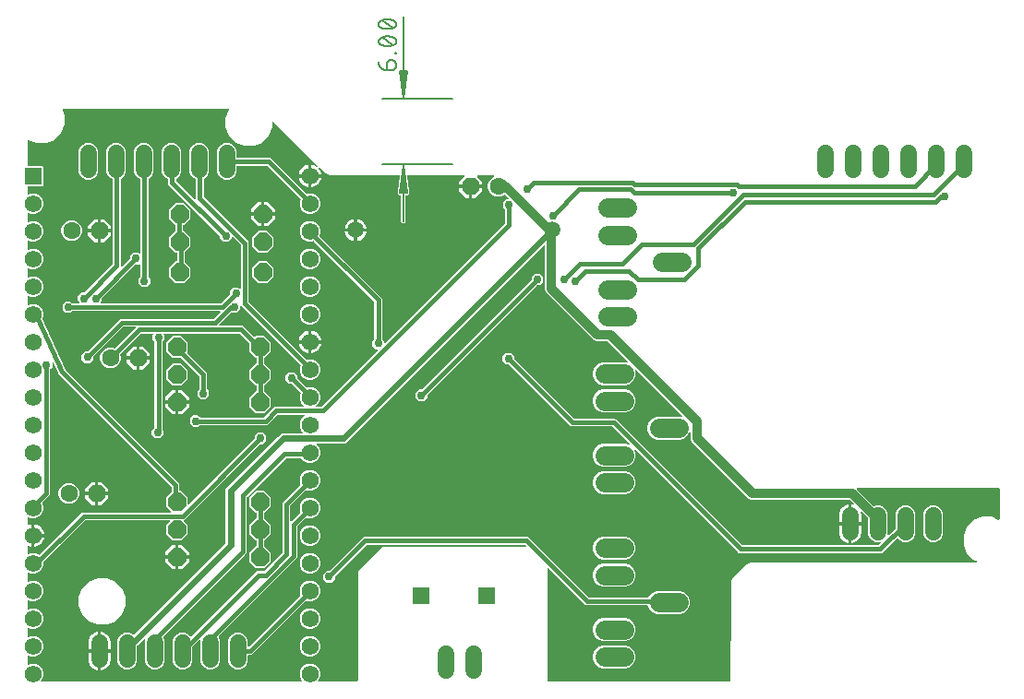
<source format=gbr>
G04 EAGLE Gerber RS-274X export*
G75*
%MOMM*%
%FSLAX34Y34*%
%LPD*%
%INTop Copper*%
%IPPOS*%
%AMOC8*
5,1,8,0,0,1.08239X$1,22.5*%
G01*
%ADD10C,0.130000*%
%ADD11C,0.152400*%
%ADD12C,1.600200*%
%ADD13P,1.732040X8X22.500000*%
%ADD14P,1.732040X8X202.500000*%
%ADD15P,1.814519X8X202.500000*%
%ADD16P,1.814519X8X22.500000*%
%ADD17C,1.524000*%
%ADD18R,1.560000X1.560000*%
%ADD19C,1.560000*%
%ADD20R,1.508000X1.508000*%
%ADD21C,1.508000*%
%ADD22C,1.800000*%
%ADD23C,0.812800*%
%ADD24C,0.406400*%
%ADD25C,0.609600*%
%ADD26C,0.756400*%

G36*
X261385Y10172D02*
X261385Y10172D01*
X261457Y10174D01*
X261506Y10192D01*
X261557Y10200D01*
X261620Y10234D01*
X261688Y10259D01*
X261728Y10291D01*
X261774Y10316D01*
X261824Y10367D01*
X261880Y10412D01*
X261908Y10456D01*
X261944Y10494D01*
X261974Y10559D01*
X262013Y10619D01*
X262025Y10670D01*
X262047Y10717D01*
X262055Y10788D01*
X262073Y10858D01*
X262069Y10910D01*
X262075Y10961D01*
X262059Y11032D01*
X262054Y11103D01*
X262033Y11151D01*
X262022Y11202D01*
X261985Y11263D01*
X261957Y11329D01*
X261913Y11385D01*
X261896Y11413D01*
X261878Y11428D01*
X261853Y11460D01*
X261335Y11978D01*
X259915Y15405D01*
X259915Y19115D01*
X261335Y22542D01*
X263958Y25165D01*
X267385Y26585D01*
X271095Y26585D01*
X274522Y25165D01*
X277145Y22542D01*
X278565Y19115D01*
X278565Y15405D01*
X277145Y11978D01*
X276627Y11460D01*
X276586Y11402D01*
X276536Y11350D01*
X276514Y11303D01*
X276484Y11261D01*
X276463Y11192D01*
X276433Y11127D01*
X276427Y11075D01*
X276412Y11025D01*
X276413Y10954D01*
X276405Y10883D01*
X276417Y10832D01*
X276418Y10780D01*
X276442Y10712D01*
X276458Y10642D01*
X276484Y10597D01*
X276502Y10549D01*
X276547Y10493D01*
X276584Y10431D01*
X276623Y10397D01*
X276656Y10357D01*
X276716Y10318D01*
X276771Y10271D01*
X276819Y10252D01*
X276863Y10224D01*
X276932Y10206D01*
X276999Y10179D01*
X277070Y10171D01*
X277101Y10163D01*
X277125Y10165D01*
X277166Y10161D01*
X312420Y10161D01*
X312440Y10164D01*
X312459Y10162D01*
X312561Y10184D01*
X312663Y10200D01*
X312680Y10210D01*
X312700Y10214D01*
X312789Y10267D01*
X312880Y10316D01*
X312894Y10330D01*
X312911Y10340D01*
X312978Y10419D01*
X313050Y10494D01*
X313058Y10512D01*
X313071Y10527D01*
X313110Y10623D01*
X313153Y10717D01*
X313155Y10737D01*
X313163Y10755D01*
X313181Y10922D01*
X313181Y111445D01*
X335595Y133859D01*
X466651Y133859D01*
X466722Y133870D01*
X466793Y133872D01*
X466842Y133890D01*
X466894Y133899D01*
X466957Y133932D01*
X467024Y133957D01*
X467065Y133989D01*
X467111Y134014D01*
X467160Y134066D01*
X467216Y134110D01*
X467245Y134154D01*
X467280Y134192D01*
X467311Y134257D01*
X467349Y134317D01*
X467362Y134368D01*
X467384Y134415D01*
X467392Y134486D01*
X467409Y134556D01*
X467405Y134608D01*
X467411Y134659D01*
X467396Y134730D01*
X467390Y134801D01*
X467370Y134849D01*
X467359Y134900D01*
X467322Y134961D01*
X467294Y135027D01*
X467249Y135083D01*
X467233Y135111D01*
X467215Y135126D01*
X467189Y135158D01*
X466745Y135603D01*
X466671Y135656D01*
X466601Y135715D01*
X466571Y135727D01*
X466545Y135746D01*
X466458Y135773D01*
X466373Y135807D01*
X466332Y135812D01*
X466310Y135819D01*
X466278Y135818D01*
X466206Y135826D01*
X321511Y135826D01*
X321421Y135811D01*
X321330Y135804D01*
X321300Y135791D01*
X321268Y135786D01*
X321188Y135743D01*
X321104Y135708D01*
X321072Y135682D01*
X321051Y135671D01*
X321029Y135648D01*
X320973Y135603D01*
X292232Y106862D01*
X292179Y106788D01*
X292120Y106719D01*
X292107Y106689D01*
X292089Y106662D01*
X292062Y106576D01*
X292028Y106491D01*
X292023Y106450D01*
X292016Y106427D01*
X292017Y106395D01*
X292009Y106324D01*
X292009Y104164D01*
X288901Y101056D01*
X284504Y101056D01*
X281396Y104164D01*
X281396Y108561D01*
X284504Y111669D01*
X286664Y111669D01*
X286754Y111684D01*
X286845Y111691D01*
X286875Y111704D01*
X286907Y111709D01*
X286987Y111752D01*
X287071Y111787D01*
X287103Y111813D01*
X287124Y111824D01*
X287146Y111847D01*
X287202Y111892D01*
X318249Y142939D01*
X469468Y142939D01*
X524490Y87917D01*
X524564Y87864D01*
X524634Y87805D01*
X524664Y87792D01*
X524690Y87774D01*
X524777Y87747D01*
X524862Y87713D01*
X524903Y87708D01*
X524925Y87701D01*
X524957Y87702D01*
X525029Y87694D01*
X579342Y87694D01*
X579457Y87713D01*
X579573Y87730D01*
X579578Y87733D01*
X579585Y87734D01*
X579687Y87788D01*
X579792Y87842D01*
X579796Y87846D01*
X579802Y87849D01*
X579882Y87933D01*
X579964Y88017D01*
X579968Y88024D01*
X579971Y88027D01*
X579979Y88044D01*
X580045Y88164D01*
X580318Y88822D01*
X583278Y91782D01*
X587147Y93385D01*
X609333Y93385D01*
X613202Y91782D01*
X616162Y88822D01*
X617765Y84953D01*
X617765Y80767D01*
X616162Y76898D01*
X613202Y73938D01*
X609333Y72335D01*
X587147Y72335D01*
X583278Y73938D01*
X580318Y76898D01*
X578987Y80111D01*
X578925Y80210D01*
X578865Y80310D01*
X578861Y80315D01*
X578857Y80320D01*
X578768Y80394D01*
X578678Y80470D01*
X578673Y80473D01*
X578668Y80477D01*
X578560Y80518D01*
X578450Y80562D01*
X578443Y80563D01*
X578438Y80565D01*
X578420Y80566D01*
X578284Y80581D01*
X521767Y80581D01*
X488218Y114129D01*
X488160Y114171D01*
X488108Y114220D01*
X488061Y114242D01*
X488019Y114273D01*
X487950Y114294D01*
X487885Y114324D01*
X487833Y114330D01*
X487783Y114345D01*
X487712Y114343D01*
X487641Y114351D01*
X487590Y114340D01*
X487538Y114339D01*
X487470Y114314D01*
X487400Y114299D01*
X487356Y114272D01*
X487307Y114254D01*
X487251Y114209D01*
X487189Y114173D01*
X487155Y114133D01*
X487115Y114101D01*
X487076Y114040D01*
X487029Y113986D01*
X487010Y113937D01*
X486982Y113894D01*
X486964Y113824D01*
X486937Y113758D01*
X486929Y113686D01*
X486921Y113655D01*
X486923Y113632D01*
X486919Y113591D01*
X486919Y10922D01*
X486922Y10902D01*
X486920Y10883D01*
X486942Y10781D01*
X486959Y10679D01*
X486968Y10662D01*
X486972Y10642D01*
X487025Y10553D01*
X487074Y10462D01*
X487088Y10448D01*
X487098Y10431D01*
X487177Y10364D01*
X487252Y10292D01*
X487270Y10284D01*
X487285Y10271D01*
X487381Y10232D01*
X487475Y10189D01*
X487495Y10187D01*
X487513Y10179D01*
X487680Y10161D01*
X653897Y10161D01*
X653913Y10163D01*
X653929Y10161D01*
X654034Y10183D01*
X654139Y10200D01*
X654154Y10208D01*
X654170Y10212D01*
X654263Y10266D01*
X654357Y10316D01*
X654368Y10327D01*
X654382Y10336D01*
X654453Y10416D01*
X654526Y10494D01*
X654533Y10509D01*
X654544Y10521D01*
X654585Y10620D01*
X654630Y10717D01*
X654632Y10733D01*
X654638Y10749D01*
X654658Y10915D01*
X655319Y83862D01*
X655319Y83864D01*
X655319Y83868D01*
X655319Y101081D01*
X656866Y104816D01*
X666919Y114869D01*
X669884Y117834D01*
X673619Y119381D01*
X880003Y119381D01*
X880099Y119396D01*
X880196Y119406D01*
X880220Y119416D01*
X880246Y119420D01*
X880332Y119466D01*
X880421Y119506D01*
X880440Y119523D01*
X880463Y119536D01*
X880531Y119606D01*
X880602Y119672D01*
X880615Y119695D01*
X880633Y119714D01*
X880674Y119802D01*
X880721Y119888D01*
X880725Y119913D01*
X880736Y119937D01*
X880747Y120034D01*
X880764Y120130D01*
X880761Y120156D01*
X880764Y120181D01*
X880743Y120277D01*
X880729Y120373D01*
X880717Y120396D01*
X880711Y120422D01*
X880661Y120505D01*
X880617Y120592D01*
X880598Y120611D01*
X880585Y120633D01*
X880511Y120696D01*
X880442Y120764D01*
X880413Y120780D01*
X880398Y120793D01*
X880368Y120805D01*
X880295Y120845D01*
X877872Y121849D01*
X871849Y127872D01*
X868589Y135741D01*
X868589Y144259D01*
X871849Y152128D01*
X877872Y158151D01*
X885741Y161411D01*
X894259Y161411D01*
X900647Y158765D01*
X900691Y158754D01*
X900733Y158735D01*
X900810Y158726D01*
X900886Y158709D01*
X900932Y158713D01*
X900977Y158708D01*
X901054Y158724D01*
X901131Y158732D01*
X901173Y158750D01*
X901218Y158760D01*
X901285Y158800D01*
X901356Y158832D01*
X901390Y158863D01*
X901429Y158886D01*
X901480Y158945D01*
X901537Y158998D01*
X901559Y159038D01*
X901589Y159073D01*
X901618Y159145D01*
X901655Y159214D01*
X901664Y159259D01*
X901681Y159301D01*
X901696Y159437D01*
X901699Y159456D01*
X901698Y159461D01*
X901699Y159468D01*
X901699Y187198D01*
X901696Y187218D01*
X901698Y187237D01*
X901676Y187339D01*
X901660Y187441D01*
X901650Y187458D01*
X901646Y187478D01*
X901593Y187567D01*
X901544Y187658D01*
X901530Y187672D01*
X901520Y187689D01*
X901441Y187756D01*
X901366Y187828D01*
X901348Y187836D01*
X901333Y187849D01*
X901237Y187888D01*
X901143Y187931D01*
X901123Y187933D01*
X901105Y187941D01*
X900938Y187959D01*
X771107Y187959D01*
X771036Y187948D01*
X770965Y187946D01*
X770916Y187928D01*
X770864Y187920D01*
X770801Y187886D01*
X770734Y187861D01*
X770693Y187829D01*
X770647Y187804D01*
X770598Y187752D01*
X770542Y187708D01*
X770514Y187664D01*
X770478Y187626D01*
X770447Y187561D01*
X770409Y187501D01*
X770396Y187450D01*
X770374Y187403D01*
X770366Y187332D01*
X770349Y187262D01*
X770353Y187210D01*
X770347Y187159D01*
X770362Y187088D01*
X770368Y187017D01*
X770388Y186969D01*
X770399Y186918D01*
X770436Y186857D01*
X770464Y186791D01*
X770509Y186735D01*
X770525Y186707D01*
X770543Y186692D01*
X770569Y186660D01*
X771607Y185621D01*
X785925Y171304D01*
X786019Y171236D01*
X786114Y171166D01*
X786120Y171164D01*
X786125Y171160D01*
X786235Y171126D01*
X786347Y171090D01*
X786354Y171090D01*
X786360Y171088D01*
X786476Y171091D01*
X786593Y171092D01*
X786601Y171094D01*
X786606Y171094D01*
X786623Y171101D01*
X786755Y171139D01*
X788121Y171705D01*
X791759Y171705D01*
X795120Y170313D01*
X797693Y167740D01*
X799085Y164379D01*
X799085Y145553D01*
X799096Y145482D01*
X799098Y145410D01*
X799116Y145361D01*
X799124Y145310D01*
X799158Y145246D01*
X799183Y145179D01*
X799215Y145138D01*
X799240Y145092D01*
X799292Y145043D01*
X799336Y144987D01*
X799380Y144959D01*
X799418Y144923D01*
X799483Y144893D01*
X799543Y144854D01*
X799594Y144841D01*
X799641Y144819D01*
X799712Y144811D01*
X799782Y144794D01*
X799834Y144798D01*
X799885Y144792D01*
X799956Y144808D01*
X800027Y144813D01*
X800075Y144833D01*
X800126Y144845D01*
X800187Y144881D01*
X800253Y144909D01*
X800309Y144954D01*
X800337Y144971D01*
X800352Y144989D01*
X800384Y145014D01*
X805972Y150602D01*
X806025Y150676D01*
X806085Y150746D01*
X806097Y150776D01*
X806116Y150802D01*
X806143Y150889D01*
X806177Y150974D01*
X806181Y151015D01*
X806188Y151037D01*
X806187Y151069D01*
X806195Y151141D01*
X806195Y164379D01*
X807587Y167740D01*
X810160Y170313D01*
X813521Y171705D01*
X817159Y171705D01*
X820520Y170313D01*
X823093Y167740D01*
X824485Y164379D01*
X824485Y145501D01*
X823093Y142140D01*
X820520Y139567D01*
X817159Y138175D01*
X813521Y138175D01*
X810160Y139567D01*
X808117Y141610D01*
X808101Y141622D01*
X808088Y141638D01*
X808001Y141694D01*
X807917Y141754D01*
X807898Y141760D01*
X807881Y141771D01*
X807781Y141796D01*
X807682Y141826D01*
X807662Y141826D01*
X807643Y141831D01*
X807540Y141823D01*
X807436Y141820D01*
X807418Y141813D01*
X807398Y141812D01*
X807303Y141771D01*
X807205Y141736D01*
X807190Y141723D01*
X807171Y141715D01*
X807040Y141610D01*
X793636Y128206D01*
X662737Y128206D01*
X568205Y222737D01*
X568126Y222794D01*
X568051Y222856D01*
X568027Y222866D01*
X568005Y222881D01*
X567912Y222910D01*
X567821Y222945D01*
X567795Y222946D01*
X567770Y222953D01*
X567673Y222951D01*
X567576Y222955D01*
X567551Y222948D01*
X567524Y222947D01*
X567433Y222913D01*
X567339Y222886D01*
X567318Y222872D01*
X567293Y222863D01*
X567217Y222802D01*
X567137Y222746D01*
X567122Y222725D01*
X567101Y222709D01*
X567049Y222627D01*
X566991Y222549D01*
X566982Y222524D01*
X566968Y222502D01*
X566945Y222408D01*
X566914Y222315D01*
X566915Y222289D01*
X566908Y222263D01*
X566916Y222166D01*
X566917Y222069D01*
X566926Y222038D01*
X566927Y222018D01*
X566940Y221988D01*
X566963Y221908D01*
X567765Y219973D01*
X567765Y215787D01*
X566162Y211918D01*
X563202Y208958D01*
X559333Y207355D01*
X537147Y207355D01*
X533278Y208958D01*
X530318Y211918D01*
X528715Y215787D01*
X528715Y219973D01*
X530318Y223842D01*
X533278Y226802D01*
X537147Y228405D01*
X559333Y228405D01*
X561268Y227603D01*
X561363Y227581D01*
X561456Y227553D01*
X561482Y227553D01*
X561507Y227547D01*
X561604Y227556D01*
X561702Y227559D01*
X561726Y227568D01*
X561752Y227570D01*
X561841Y227610D01*
X561933Y227643D01*
X561953Y227660D01*
X561977Y227670D01*
X562049Y227736D01*
X562125Y227797D01*
X562139Y227819D01*
X562158Y227837D01*
X562205Y227922D01*
X562258Y228004D01*
X562264Y228029D01*
X562277Y228052D01*
X562294Y228148D01*
X562318Y228243D01*
X562316Y228269D01*
X562320Y228294D01*
X562306Y228391D01*
X562299Y228488D01*
X562288Y228512D01*
X562285Y228538D01*
X562240Y228625D01*
X562202Y228714D01*
X562182Y228740D01*
X562173Y228757D01*
X562149Y228780D01*
X562097Y228845D01*
X546437Y244505D01*
X546363Y244558D01*
X546294Y244618D01*
X546264Y244630D01*
X546237Y244649D01*
X546151Y244676D01*
X546066Y244710D01*
X546025Y244714D01*
X546002Y244721D01*
X545970Y244720D01*
X545899Y244728D01*
X508114Y244728D01*
X451667Y301175D01*
X451593Y301228D01*
X451524Y301288D01*
X451494Y301300D01*
X451467Y301319D01*
X451381Y301346D01*
X451296Y301380D01*
X451255Y301384D01*
X451232Y301391D01*
X451200Y301390D01*
X451129Y301398D01*
X448969Y301398D01*
X445861Y304507D01*
X445861Y308903D01*
X448969Y312012D01*
X453366Y312012D01*
X456474Y308903D01*
X456474Y306744D01*
X456489Y306653D01*
X456496Y306563D01*
X456509Y306533D01*
X456514Y306501D01*
X456557Y306420D01*
X456592Y306336D01*
X456618Y306304D01*
X456629Y306283D01*
X456652Y306261D01*
X456697Y306205D01*
X510838Y252065D01*
X510912Y252012D01*
X510981Y251952D01*
X511011Y251940D01*
X511038Y251921D01*
X511124Y251894D01*
X511209Y251860D01*
X511250Y251856D01*
X511273Y251849D01*
X511305Y251850D01*
X511376Y251842D01*
X549161Y251842D01*
X665460Y135542D01*
X665534Y135489D01*
X665604Y135430D01*
X665634Y135417D01*
X665660Y135399D01*
X665747Y135372D01*
X665832Y135338D01*
X665873Y135333D01*
X665895Y135326D01*
X665927Y135327D01*
X665999Y135319D01*
X790374Y135319D01*
X790464Y135334D01*
X790555Y135341D01*
X790585Y135354D01*
X790617Y135359D01*
X790697Y135402D01*
X790781Y135437D01*
X790813Y135463D01*
X790834Y135474D01*
X790856Y135497D01*
X790912Y135542D01*
X792246Y136876D01*
X792288Y136934D01*
X792337Y136986D01*
X792359Y137033D01*
X792389Y137075D01*
X792410Y137144D01*
X792441Y137209D01*
X792446Y137261D01*
X792462Y137311D01*
X792460Y137382D01*
X792468Y137453D01*
X792457Y137504D01*
X792455Y137556D01*
X792431Y137624D01*
X792415Y137694D01*
X792389Y137739D01*
X792371Y137787D01*
X792326Y137843D01*
X792289Y137905D01*
X792250Y137939D01*
X792217Y137979D01*
X792157Y138018D01*
X792102Y138065D01*
X792054Y138084D01*
X792010Y138112D01*
X791941Y138130D01*
X791874Y138157D01*
X791803Y138165D01*
X791772Y138173D01*
X791748Y138171D01*
X791707Y138175D01*
X788121Y138175D01*
X784760Y139567D01*
X782187Y142140D01*
X780795Y145501D01*
X780795Y160311D01*
X780781Y160401D01*
X780773Y160492D01*
X780761Y160522D01*
X780756Y160553D01*
X780713Y160634D01*
X780677Y160718D01*
X780651Y160750D01*
X780640Y160771D01*
X780617Y160793D01*
X780572Y160849D01*
X775715Y165706D01*
X775660Y165746D01*
X775611Y165793D01*
X775560Y165817D01*
X775515Y165850D01*
X775450Y165870D01*
X775389Y165899D01*
X775333Y165906D01*
X775280Y165922D01*
X775212Y165921D01*
X775145Y165929D01*
X775090Y165917D01*
X775034Y165916D01*
X774970Y165893D01*
X774904Y165879D01*
X774856Y165851D01*
X774803Y165832D01*
X774750Y165789D01*
X774691Y165755D01*
X774655Y165713D01*
X774611Y165678D01*
X774574Y165621D01*
X774530Y165569D01*
X774508Y165518D01*
X774478Y165471D01*
X774462Y165405D01*
X774435Y165342D01*
X774432Y165286D01*
X774418Y165232D01*
X774423Y165165D01*
X774419Y165097D01*
X774435Y165020D01*
X774437Y164987D01*
X774445Y164968D01*
X774448Y164955D01*
X774701Y163360D01*
X774701Y156463D01*
X766063Y156463D01*
X766063Y172606D01*
X766978Y172461D01*
X766984Y172461D01*
X767045Y172442D01*
X767100Y172444D01*
X767156Y172435D01*
X767223Y172447D01*
X767291Y172449D01*
X767343Y172468D01*
X767398Y172477D01*
X767458Y172510D01*
X767522Y172533D01*
X767565Y172568D01*
X767614Y172595D01*
X767661Y172644D01*
X767714Y172687D01*
X767744Y172734D01*
X767782Y172775D01*
X767810Y172837D01*
X767847Y172894D01*
X767860Y172948D01*
X767883Y172999D01*
X767890Y173066D01*
X767907Y173132D01*
X767902Y173188D01*
X767908Y173244D01*
X767893Y173310D01*
X767888Y173378D01*
X767866Y173429D01*
X767853Y173483D01*
X767818Y173541D01*
X767791Y173604D01*
X767742Y173665D01*
X767725Y173693D01*
X767709Y173707D01*
X767686Y173735D01*
X764671Y176751D01*
X764597Y176804D01*
X764527Y176863D01*
X764497Y176876D01*
X764471Y176894D01*
X764384Y176921D01*
X764299Y176955D01*
X764258Y176960D01*
X764236Y176967D01*
X764204Y176966D01*
X764132Y176974D01*
X673576Y176974D01*
X671522Y177825D01*
X619150Y230197D01*
X618299Y232251D01*
X618299Y238249D01*
X618283Y238345D01*
X618274Y238442D01*
X618263Y238466D01*
X618259Y238491D01*
X618214Y238577D01*
X618174Y238666D01*
X618156Y238686D01*
X618144Y238709D01*
X618073Y238776D01*
X618007Y238848D01*
X617985Y238860D01*
X617966Y238878D01*
X617877Y238919D01*
X617792Y238966D01*
X617766Y238971D01*
X617743Y238982D01*
X617646Y238993D01*
X617550Y239010D01*
X617524Y239006D01*
X617498Y239009D01*
X617403Y238988D01*
X617307Y238974D01*
X617283Y238962D01*
X617258Y238957D01*
X617174Y238907D01*
X617087Y238863D01*
X617069Y238844D01*
X617047Y238831D01*
X616983Y238757D01*
X616915Y238687D01*
X616899Y238658D01*
X616887Y238644D01*
X616874Y238613D01*
X616834Y238540D01*
X616162Y236918D01*
X613202Y233958D01*
X609333Y232355D01*
X587147Y232355D01*
X583278Y233958D01*
X580318Y236918D01*
X578715Y240787D01*
X578715Y244973D01*
X580318Y248842D01*
X583278Y251802D01*
X587147Y253405D01*
X609334Y253405D01*
X610037Y253113D01*
X610131Y253091D01*
X610225Y253063D01*
X610251Y253063D01*
X610276Y253057D01*
X610373Y253066D01*
X610470Y253069D01*
X610495Y253078D01*
X610521Y253080D01*
X610610Y253120D01*
X610701Y253153D01*
X610722Y253170D01*
X610746Y253180D01*
X610817Y253246D01*
X610893Y253307D01*
X610908Y253329D01*
X610927Y253347D01*
X610974Y253432D01*
X611026Y253514D01*
X611033Y253539D01*
X611045Y253562D01*
X611063Y253658D01*
X611087Y253753D01*
X611085Y253779D01*
X611089Y253804D01*
X611075Y253901D01*
X611067Y253998D01*
X611057Y254022D01*
X611053Y254048D01*
X611009Y254135D01*
X610971Y254224D01*
X610951Y254250D01*
X610942Y254267D01*
X610918Y254290D01*
X610866Y254355D01*
X568715Y296506D01*
X568636Y296563D01*
X568561Y296625D01*
X568536Y296635D01*
X568515Y296650D01*
X568422Y296678D01*
X568331Y296713D01*
X568305Y296715D01*
X568280Y296722D01*
X568183Y296720D01*
X568086Y296724D01*
X568060Y296717D01*
X568034Y296716D01*
X567943Y296682D01*
X567849Y296655D01*
X567828Y296640D01*
X567803Y296631D01*
X567727Y296570D01*
X567647Y296515D01*
X567632Y296494D01*
X567611Y296478D01*
X567559Y296396D01*
X567501Y296318D01*
X567492Y296293D01*
X567478Y296271D01*
X567454Y296176D01*
X567424Y296084D01*
X567425Y296058D01*
X567418Y296032D01*
X567426Y295935D01*
X567427Y295838D01*
X567436Y295806D01*
X567437Y295787D01*
X567450Y295757D01*
X567473Y295677D01*
X567765Y294974D01*
X567765Y290787D01*
X566162Y286918D01*
X563202Y283958D01*
X559333Y282355D01*
X537147Y282355D01*
X533278Y283958D01*
X530318Y286918D01*
X528715Y290787D01*
X528715Y294973D01*
X530318Y298842D01*
X533278Y301802D01*
X537147Y303405D01*
X559334Y303405D01*
X560037Y303113D01*
X560131Y303091D01*
X560225Y303063D01*
X560251Y303063D01*
X560276Y303057D01*
X560373Y303066D01*
X560470Y303069D01*
X560495Y303078D01*
X560521Y303080D01*
X560610Y303120D01*
X560701Y303153D01*
X560722Y303170D01*
X560746Y303180D01*
X560817Y303246D01*
X560893Y303307D01*
X560908Y303329D01*
X560927Y303347D01*
X560974Y303432D01*
X561026Y303514D01*
X561033Y303539D01*
X561045Y303562D01*
X561063Y303658D01*
X561087Y303753D01*
X561085Y303779D01*
X561089Y303804D01*
X561075Y303901D01*
X561067Y303998D01*
X561057Y304022D01*
X561053Y304048D01*
X561009Y304135D01*
X560971Y304224D01*
X560951Y304250D01*
X560942Y304267D01*
X560918Y304290D01*
X560866Y304355D01*
X542421Y322801D01*
X542347Y322854D01*
X542277Y322913D01*
X542247Y322926D01*
X542221Y322944D01*
X542134Y322971D01*
X542049Y323005D01*
X542008Y323010D01*
X541986Y323017D01*
X541954Y323016D01*
X541882Y323024D01*
X531971Y323024D01*
X529917Y323875D01*
X485800Y367992D01*
X484949Y370046D01*
X484949Y410104D01*
X484937Y410175D01*
X484935Y410247D01*
X484917Y410296D01*
X484909Y410347D01*
X484875Y410410D01*
X484851Y410478D01*
X484818Y410518D01*
X484794Y410564D01*
X484742Y410614D01*
X484697Y410670D01*
X484653Y410698D01*
X484616Y410734D01*
X484551Y410764D01*
X484490Y410803D01*
X484440Y410815D01*
X484393Y410837D01*
X484321Y410845D01*
X484252Y410863D01*
X484200Y410859D01*
X484148Y410864D01*
X484078Y410849D01*
X484007Y410844D01*
X483959Y410823D01*
X483908Y410812D01*
X483846Y410775D01*
X483780Y410747D01*
X483724Y410702D01*
X483697Y410686D01*
X483681Y410668D01*
X483649Y410642D01*
X304698Y231691D01*
X301797Y228790D01*
X275935Y228790D01*
X275864Y228778D01*
X275793Y228776D01*
X275744Y228758D01*
X275692Y228750D01*
X275629Y228716D01*
X275562Y228692D01*
X275521Y228659D01*
X275475Y228635D01*
X275426Y228583D01*
X275370Y228538D01*
X275342Y228494D01*
X275306Y228457D01*
X275276Y228392D01*
X275237Y228331D01*
X275224Y228281D01*
X275202Y228234D01*
X275194Y228162D01*
X275177Y228093D01*
X275181Y228041D01*
X275175Y227989D01*
X275190Y227919D01*
X275196Y227848D01*
X275216Y227800D01*
X275227Y227749D01*
X275264Y227687D01*
X275292Y227621D01*
X275337Y227565D01*
X275353Y227538D01*
X275371Y227522D01*
X275397Y227490D01*
X277145Y225742D01*
X278565Y222315D01*
X278565Y218605D01*
X277145Y215178D01*
X274522Y212555D01*
X271095Y211135D01*
X267385Y211135D01*
X263958Y212555D01*
X261270Y215243D01*
X261267Y215248D01*
X261263Y215252D01*
X261259Y215257D01*
X261239Y215274D01*
X261228Y215285D01*
X261211Y215297D01*
X261169Y215332D01*
X261080Y215408D01*
X261075Y215410D01*
X261070Y215414D01*
X260961Y215456D01*
X260852Y215500D01*
X260845Y215501D01*
X260840Y215502D01*
X260822Y215503D01*
X260685Y215518D01*
X247851Y215518D01*
X247761Y215504D01*
X247670Y215496D01*
X247640Y215484D01*
X247608Y215479D01*
X247528Y215436D01*
X247444Y215400D01*
X247412Y215374D01*
X247391Y215363D01*
X247369Y215340D01*
X247313Y215295D01*
X211742Y179725D01*
X211689Y179651D01*
X211630Y179581D01*
X211617Y179551D01*
X211599Y179525D01*
X211572Y179438D01*
X211538Y179353D01*
X211533Y179312D01*
X211526Y179290D01*
X211527Y179258D01*
X211519Y179186D01*
X211519Y128384D01*
X209213Y126078D01*
X134902Y51767D01*
X134854Y51700D01*
X134850Y51696D01*
X134849Y51693D01*
X134835Y51673D01*
X134764Y51578D01*
X134762Y51572D01*
X134759Y51567D01*
X134724Y51457D01*
X134688Y51345D01*
X134688Y51338D01*
X134686Y51332D01*
X134689Y51215D01*
X134690Y51099D01*
X134692Y51091D01*
X134693Y51086D01*
X134699Y51069D01*
X134737Y50937D01*
X136145Y47539D01*
X136145Y28661D01*
X134753Y25300D01*
X132180Y22727D01*
X128819Y21335D01*
X125181Y21335D01*
X121820Y22727D01*
X119247Y25300D01*
X117855Y28661D01*
X117855Y47539D01*
X118209Y48394D01*
X118232Y48489D01*
X118260Y48582D01*
X118260Y48608D01*
X118266Y48633D01*
X118256Y48730D01*
X118254Y48828D01*
X118245Y48852D01*
X118242Y48878D01*
X118203Y48967D01*
X118169Y49059D01*
X118153Y49079D01*
X118142Y49103D01*
X118077Y49175D01*
X118016Y49251D01*
X117994Y49265D01*
X117976Y49284D01*
X117891Y49331D01*
X117809Y49384D01*
X117783Y49390D01*
X117761Y49403D01*
X117665Y49420D01*
X117570Y49444D01*
X117544Y49442D01*
X117518Y49446D01*
X117422Y49432D01*
X117325Y49425D01*
X117301Y49414D01*
X117275Y49411D01*
X117188Y49366D01*
X117099Y49328D01*
X117073Y49308D01*
X117056Y49299D01*
X117033Y49275D01*
X116968Y49223D01*
X110968Y43223D01*
X110915Y43149D01*
X110855Y43080D01*
X110843Y43050D01*
X110824Y43024D01*
X110797Y42937D01*
X110763Y42852D01*
X110759Y42811D01*
X110752Y42789D01*
X110753Y42756D01*
X110745Y42685D01*
X110745Y28661D01*
X109353Y25300D01*
X106780Y22727D01*
X103419Y21335D01*
X99781Y21335D01*
X96420Y22727D01*
X93847Y25300D01*
X92455Y28661D01*
X92455Y47539D01*
X93847Y50900D01*
X96420Y53473D01*
X99781Y54865D01*
X103419Y54865D01*
X106780Y53473D01*
X106993Y53259D01*
X107010Y53248D01*
X107022Y53232D01*
X107109Y53176D01*
X107193Y53116D01*
X107212Y53110D01*
X107229Y53099D01*
X107329Y53074D01*
X107428Y53043D01*
X107448Y53044D01*
X107467Y53039D01*
X107570Y53047D01*
X107674Y53050D01*
X107693Y53057D01*
X107713Y53058D01*
X107808Y53099D01*
X107905Y53134D01*
X107921Y53147D01*
X107939Y53154D01*
X108070Y53259D01*
X191737Y136926D01*
X191790Y137000D01*
X191849Y137070D01*
X191862Y137100D01*
X191880Y137126D01*
X191907Y137213D01*
X191941Y137298D01*
X191946Y137339D01*
X191953Y137361D01*
X191952Y137393D01*
X191960Y137464D01*
X191960Y186997D01*
X239997Y235034D01*
X242898Y237935D01*
X262140Y237935D01*
X262211Y237947D01*
X262282Y237949D01*
X262331Y237967D01*
X262383Y237975D01*
X262446Y238009D01*
X262513Y238033D01*
X262554Y238066D01*
X262600Y238090D01*
X262649Y238142D01*
X262705Y238187D01*
X262733Y238231D01*
X262769Y238268D01*
X262799Y238333D01*
X262838Y238394D01*
X262851Y238444D01*
X262873Y238491D01*
X262881Y238563D01*
X262898Y238632D01*
X262894Y238684D01*
X262900Y238736D01*
X262885Y238806D01*
X262879Y238877D01*
X262859Y238925D01*
X262848Y238976D01*
X262811Y239038D01*
X262783Y239104D01*
X262738Y239160D01*
X262722Y239187D01*
X262704Y239203D01*
X262678Y239235D01*
X261335Y240578D01*
X259915Y244005D01*
X259915Y247715D01*
X261335Y251142D01*
X263988Y253795D01*
X264069Y253838D01*
X264087Y253857D01*
X264109Y253871D01*
X264171Y253946D01*
X264238Y254016D01*
X264249Y254040D01*
X264266Y254060D01*
X264301Y254151D01*
X264342Y254240D01*
X264345Y254265D01*
X264354Y254290D01*
X264358Y254387D01*
X264369Y254484D01*
X264364Y254509D01*
X264365Y254535D01*
X264338Y254629D01*
X264317Y254724D01*
X264304Y254747D01*
X264296Y254772D01*
X264241Y254852D01*
X264191Y254935D01*
X264171Y254952D01*
X264156Y254974D01*
X264078Y255032D01*
X264004Y255095D01*
X263980Y255105D01*
X263959Y255121D01*
X263866Y255151D01*
X263776Y255187D01*
X263743Y255191D01*
X263725Y255197D01*
X263692Y255197D01*
X263609Y255206D01*
X239914Y255206D01*
X239823Y255191D01*
X239733Y255184D01*
X239703Y255171D01*
X239671Y255166D01*
X239590Y255123D01*
X239506Y255088D01*
X239474Y255062D01*
X239453Y255051D01*
X239431Y255028D01*
X239375Y254983D01*
X230073Y245681D01*
X168728Y245681D01*
X168638Y245666D01*
X168547Y245659D01*
X168518Y245646D01*
X168486Y245641D01*
X168405Y245598D01*
X168321Y245563D01*
X168289Y245537D01*
X168268Y245526D01*
X168246Y245503D01*
X168190Y245458D01*
X166663Y243931D01*
X162267Y243931D01*
X159158Y247039D01*
X159158Y251436D01*
X162267Y254544D01*
X166663Y254544D01*
X168190Y253017D01*
X168264Y252964D01*
X168334Y252905D01*
X168364Y252892D01*
X168390Y252874D01*
X168477Y252847D01*
X168562Y252813D01*
X168603Y252808D01*
X168625Y252801D01*
X168657Y252802D01*
X168728Y252794D01*
X226811Y252794D01*
X226902Y252809D01*
X226992Y252816D01*
X227022Y252829D01*
X227054Y252834D01*
X227135Y252877D01*
X227219Y252912D01*
X227251Y252938D01*
X227272Y252949D01*
X227294Y252972D01*
X227350Y253017D01*
X236652Y262319D01*
X263156Y262319D01*
X263227Y262331D01*
X263298Y262333D01*
X263347Y262351D01*
X263399Y262359D01*
X263462Y262393D01*
X263529Y262417D01*
X263570Y262450D01*
X263616Y262474D01*
X263665Y262526D01*
X263721Y262571D01*
X263749Y262615D01*
X263785Y262652D01*
X263815Y262717D01*
X263854Y262778D01*
X263867Y262828D01*
X263889Y262875D01*
X263897Y262947D01*
X263914Y263016D01*
X263910Y263068D01*
X263916Y263120D01*
X263901Y263190D01*
X263895Y263261D01*
X263875Y263309D01*
X263864Y263360D01*
X263827Y263422D01*
X263799Y263488D01*
X263754Y263544D01*
X263738Y263571D01*
X263720Y263587D01*
X263694Y263619D01*
X261335Y265978D01*
X259915Y269405D01*
X259915Y273115D01*
X260681Y274962D01*
X260707Y275076D01*
X260736Y275189D01*
X260735Y275196D01*
X260737Y275202D01*
X260726Y275318D01*
X260717Y275435D01*
X260714Y275440D01*
X260714Y275447D01*
X260666Y275554D01*
X260620Y275661D01*
X260616Y275667D01*
X260614Y275671D01*
X260601Y275685D01*
X260516Y275792D01*
X252912Y283395D01*
X252838Y283448D01*
X252769Y283508D01*
X252739Y283520D01*
X252712Y283539D01*
X252626Y283566D01*
X252541Y283600D01*
X252500Y283604D01*
X252477Y283611D01*
X252445Y283610D01*
X252374Y283618D01*
X250214Y283618D01*
X247106Y286727D01*
X247106Y291123D01*
X250214Y294232D01*
X254611Y294232D01*
X257719Y291123D01*
X257719Y288964D01*
X257734Y288873D01*
X257741Y288783D01*
X257754Y288753D01*
X257759Y288721D01*
X257802Y288640D01*
X257837Y288556D01*
X257863Y288524D01*
X257874Y288503D01*
X257897Y288481D01*
X257942Y288425D01*
X265892Y280475D01*
X265987Y280407D01*
X266081Y280337D01*
X266087Y280335D01*
X266092Y280332D01*
X266204Y280297D01*
X266315Y280261D01*
X266321Y280261D01*
X266327Y280259D01*
X266444Y280262D01*
X266561Y280263D01*
X266568Y280265D01*
X266573Y280266D01*
X266591Y280272D01*
X266722Y280310D01*
X267385Y280585D01*
X271095Y280585D01*
X274522Y279165D01*
X277145Y276542D01*
X278565Y273115D01*
X278565Y269405D01*
X277145Y265978D01*
X274786Y263619D01*
X274744Y263561D01*
X274695Y263509D01*
X274673Y263461D01*
X274642Y263419D01*
X274621Y263351D01*
X274591Y263285D01*
X274585Y263234D01*
X274570Y263184D01*
X274572Y263112D01*
X274564Y263041D01*
X274575Y262990D01*
X274576Y262938D01*
X274601Y262871D01*
X274616Y262801D01*
X274643Y262756D01*
X274661Y262707D01*
X274706Y262651D01*
X274742Y262590D01*
X274782Y262556D01*
X274815Y262515D01*
X274875Y262476D01*
X274929Y262430D01*
X274978Y262410D01*
X275021Y262382D01*
X275091Y262365D01*
X275157Y262338D01*
X275229Y262330D01*
X275260Y262322D01*
X275283Y262324D01*
X275324Y262319D01*
X279199Y262319D01*
X279289Y262334D01*
X279380Y262341D01*
X279410Y262354D01*
X279442Y262359D01*
X279522Y262402D01*
X279606Y262437D01*
X279638Y262463D01*
X279659Y262474D01*
X279681Y262497D01*
X279737Y262542D01*
X331264Y314069D01*
X331306Y314127D01*
X331355Y314179D01*
X331377Y314226D01*
X331407Y314268D01*
X331428Y314337D01*
X331459Y314402D01*
X331464Y314454D01*
X331480Y314504D01*
X331478Y314575D01*
X331486Y314646D01*
X331475Y314697D01*
X331473Y314749D01*
X331449Y314817D01*
X331433Y314887D01*
X331407Y314932D01*
X331389Y314980D01*
X331344Y315036D01*
X331307Y315098D01*
X331268Y315132D01*
X331235Y315172D01*
X331175Y315211D01*
X331120Y315258D01*
X331072Y315277D01*
X331028Y315305D01*
X330959Y315323D01*
X330892Y315350D01*
X330821Y315358D01*
X330790Y315366D01*
X330766Y315364D01*
X330725Y315368D01*
X329589Y315368D01*
X326481Y318477D01*
X326481Y322873D01*
X328008Y324400D01*
X328061Y324474D01*
X328120Y324544D01*
X328133Y324574D01*
X328151Y324600D01*
X328178Y324687D01*
X328212Y324772D01*
X328217Y324813D01*
X328224Y324835D01*
X328223Y324867D01*
X328231Y324938D01*
X328231Y358574D01*
X328216Y358664D01*
X328209Y358755D01*
X328196Y358785D01*
X328191Y358817D01*
X328148Y358897D01*
X328113Y358981D01*
X328087Y359013D01*
X328076Y359034D01*
X328053Y359056D01*
X328008Y359112D01*
X272649Y414471D01*
X272555Y414539D01*
X272461Y414609D01*
X272455Y414610D01*
X272450Y414614D01*
X272338Y414648D01*
X272227Y414685D01*
X272221Y414685D01*
X272215Y414686D01*
X272098Y414683D01*
X271981Y414682D01*
X271974Y414680D01*
X271969Y414680D01*
X271951Y414674D01*
X271820Y414636D01*
X271095Y414335D01*
X267385Y414335D01*
X263958Y415755D01*
X261335Y418378D01*
X259915Y421805D01*
X259915Y425515D01*
X261335Y428942D01*
X263958Y431565D01*
X267385Y432985D01*
X271095Y432985D01*
X274522Y431565D01*
X277145Y428942D01*
X278565Y425515D01*
X278565Y421805D01*
X277825Y420019D01*
X277798Y419906D01*
X277770Y419792D01*
X277770Y419786D01*
X277769Y419780D01*
X277780Y419663D01*
X277789Y419547D01*
X277791Y419541D01*
X277792Y419535D01*
X277834Y419442D01*
X277835Y419433D01*
X277842Y419422D01*
X277885Y419321D01*
X277890Y419315D01*
X277892Y419310D01*
X277905Y419297D01*
X277954Y419235D01*
X277962Y419222D01*
X277970Y419215D01*
X277990Y419190D01*
X335344Y361836D01*
X335344Y324938D01*
X335359Y324848D01*
X335366Y324757D01*
X335379Y324728D01*
X335384Y324696D01*
X335427Y324615D01*
X335462Y324531D01*
X335488Y324499D01*
X335499Y324478D01*
X335522Y324456D01*
X335567Y324400D01*
X337094Y322873D01*
X337094Y321737D01*
X337106Y321666D01*
X337108Y321595D01*
X337126Y321546D01*
X337134Y321494D01*
X337168Y321431D01*
X337192Y321364D01*
X337225Y321323D01*
X337249Y321277D01*
X337301Y321228D01*
X337346Y321172D01*
X337390Y321143D01*
X337427Y321108D01*
X337492Y321077D01*
X337553Y321039D01*
X337603Y321026D01*
X337650Y321004D01*
X337722Y320996D01*
X337791Y320978D01*
X337843Y320983D01*
X337895Y320977D01*
X337965Y320992D01*
X338036Y320998D01*
X338084Y321018D01*
X338135Y321029D01*
X338197Y321066D01*
X338263Y321094D01*
X338319Y321139D01*
X338346Y321155D01*
X338362Y321173D01*
X338394Y321199D01*
X447705Y430510D01*
X447758Y430584D01*
X447818Y430654D01*
X447830Y430684D01*
X447849Y430710D01*
X447876Y430797D01*
X447910Y430882D01*
X447914Y430923D01*
X447921Y430945D01*
X447920Y430977D01*
X447928Y431049D01*
X447928Y443412D01*
X447914Y443502D01*
X447906Y443593D01*
X447894Y443622D01*
X447889Y443654D01*
X447846Y443735D01*
X447810Y443819D01*
X447784Y443851D01*
X447773Y443872D01*
X447750Y443894D01*
X447705Y443950D01*
X446178Y445477D01*
X446178Y449873D01*
X449287Y452982D01*
X450677Y452982D01*
X450748Y452993D01*
X450819Y452995D01*
X450868Y453013D01*
X450920Y453021D01*
X450983Y453055D01*
X451050Y453080D01*
X451091Y453112D01*
X451137Y453137D01*
X451186Y453189D01*
X451242Y453233D01*
X451270Y453277D01*
X451306Y453315D01*
X451336Y453380D01*
X451375Y453440D01*
X451388Y453491D01*
X451410Y453538D01*
X451418Y453609D01*
X451435Y453679D01*
X451431Y453731D01*
X451437Y453782D01*
X451422Y453853D01*
X451416Y453924D01*
X451396Y453972D01*
X451385Y454023D01*
X451348Y454084D01*
X451320Y454150D01*
X451275Y454206D01*
X451259Y454234D01*
X451241Y454249D01*
X451215Y454281D01*
X448592Y456904D01*
X448576Y456916D01*
X448563Y456931D01*
X448477Y456987D01*
X448392Y457048D01*
X448373Y457054D01*
X448357Y457064D01*
X448257Y457090D01*
X448157Y457120D01*
X448137Y457120D01*
X448118Y457124D01*
X448015Y457116D01*
X447911Y457114D01*
X447893Y457107D01*
X447873Y457105D01*
X447777Y457065D01*
X447680Y457029D01*
X447665Y457017D01*
X447646Y457009D01*
X447516Y456904D01*
X447356Y456744D01*
X443855Y455294D01*
X440065Y455294D01*
X436564Y456744D01*
X433884Y459424D01*
X432434Y462925D01*
X432434Y466715D01*
X433884Y470216D01*
X436564Y472896D01*
X438059Y473515D01*
X438142Y473566D01*
X438228Y473612D01*
X438246Y473630D01*
X438268Y473644D01*
X438330Y473720D01*
X438397Y473790D01*
X438408Y473814D01*
X438425Y473834D01*
X438460Y473925D01*
X438501Y474013D01*
X438504Y474039D01*
X438513Y474063D01*
X438517Y474161D01*
X438528Y474257D01*
X438522Y474283D01*
X438523Y474309D01*
X438496Y474403D01*
X438476Y474498D01*
X438462Y474520D01*
X438455Y474545D01*
X438399Y474625D01*
X438349Y474709D01*
X438330Y474726D01*
X438315Y474747D01*
X438237Y474806D01*
X438163Y474869D01*
X438138Y474879D01*
X438117Y474894D01*
X438025Y474924D01*
X437934Y474961D01*
X437902Y474964D01*
X437883Y474970D01*
X437850Y474970D01*
X437768Y474979D01*
X423147Y474979D01*
X423076Y474968D01*
X423004Y474966D01*
X422955Y474948D01*
X422904Y474940D01*
X422841Y474906D01*
X422773Y474881D01*
X422733Y474849D01*
X422687Y474824D01*
X422637Y474772D01*
X422581Y474728D01*
X422553Y474684D01*
X422517Y474646D01*
X422487Y474581D01*
X422448Y474521D01*
X422436Y474470D01*
X422414Y474423D01*
X422406Y474352D01*
X422388Y474282D01*
X422392Y474230D01*
X422387Y474179D01*
X422402Y474108D01*
X422407Y474037D01*
X422428Y473989D01*
X422439Y473938D01*
X422476Y473877D01*
X422504Y473811D01*
X422548Y473755D01*
X422565Y473727D01*
X422583Y473712D01*
X422608Y473680D01*
X427102Y469187D01*
X427102Y466343D01*
X417322Y466343D01*
X417302Y466340D01*
X417283Y466342D01*
X417181Y466320D01*
X417079Y466303D01*
X417062Y466294D01*
X417042Y466290D01*
X416953Y466237D01*
X416862Y466188D01*
X416848Y466174D01*
X416831Y466164D01*
X416764Y466085D01*
X416693Y466010D01*
X416684Y465992D01*
X416671Y465977D01*
X416633Y465881D01*
X416589Y465787D01*
X416587Y465767D01*
X416579Y465749D01*
X416561Y465582D01*
X416561Y464819D01*
X416559Y464819D01*
X416559Y465582D01*
X416556Y465602D01*
X416558Y465621D01*
X416536Y465723D01*
X416519Y465825D01*
X416510Y465842D01*
X416506Y465862D01*
X416453Y465951D01*
X416404Y466042D01*
X416390Y466056D01*
X416380Y466073D01*
X416301Y466140D01*
X416226Y466211D01*
X416208Y466220D01*
X416193Y466233D01*
X416097Y466272D01*
X416003Y466315D01*
X415983Y466317D01*
X415965Y466325D01*
X415798Y466343D01*
X406018Y466343D01*
X406018Y469187D01*
X410512Y473680D01*
X410553Y473738D01*
X410603Y473790D01*
X410625Y473837D01*
X410655Y473879D01*
X410676Y473948D01*
X410706Y474013D01*
X410712Y474065D01*
X410727Y474115D01*
X410726Y474186D01*
X410733Y474257D01*
X410722Y474308D01*
X410721Y474360D01*
X410696Y474428D01*
X410681Y474498D01*
X410654Y474543D01*
X410637Y474591D01*
X410592Y474647D01*
X410555Y474709D01*
X410515Y474743D01*
X410483Y474783D01*
X410423Y474822D01*
X410368Y474869D01*
X410320Y474888D01*
X410276Y474916D01*
X410207Y474934D01*
X410140Y474961D01*
X410069Y474969D01*
X410037Y474977D01*
X410014Y474975D01*
X409973Y474979D01*
X359235Y474979D01*
X359169Y474968D01*
X359101Y474967D01*
X359048Y474949D01*
X358992Y474940D01*
X358933Y474908D01*
X358869Y474885D01*
X358825Y474851D01*
X358775Y474824D01*
X358728Y474775D01*
X358675Y474734D01*
X358644Y474687D01*
X358606Y474646D01*
X358577Y474585D01*
X358540Y474528D01*
X358526Y474474D01*
X358502Y474423D01*
X358495Y474356D01*
X358477Y474291D01*
X358479Y474211D01*
X358475Y474179D01*
X358479Y474158D01*
X358480Y474123D01*
X360224Y460270D01*
X360237Y460228D01*
X360240Y460184D01*
X360271Y460111D01*
X360294Y460034D01*
X360319Y459998D01*
X360337Y459958D01*
X360367Y459919D01*
X360367Y459184D01*
X360372Y459154D01*
X360373Y459089D01*
X360465Y458358D01*
X360448Y458315D01*
X360410Y458245D01*
X360402Y458202D01*
X360386Y458161D01*
X360380Y458112D01*
X359860Y457592D01*
X359842Y457567D01*
X359797Y457521D01*
X359346Y456939D01*
X359303Y456921D01*
X359226Y456898D01*
X359190Y456873D01*
X359150Y456856D01*
X359112Y456825D01*
X358376Y456825D01*
X358346Y456820D01*
X358281Y456819D01*
X357841Y456764D01*
X357750Y456737D01*
X357656Y456717D01*
X357632Y456702D01*
X357605Y456694D01*
X357527Y456639D01*
X357445Y456590D01*
X357427Y456569D01*
X357404Y456553D01*
X357347Y456476D01*
X357285Y456403D01*
X357275Y456377D01*
X357258Y456355D01*
X357229Y456264D01*
X357193Y456175D01*
X357189Y456140D01*
X357183Y456120D01*
X357183Y456087D01*
X357175Y456009D01*
X357175Y432099D01*
X355901Y430825D01*
X354099Y430825D01*
X352825Y432099D01*
X352825Y456009D01*
X352810Y456103D01*
X352801Y456198D01*
X352790Y456224D01*
X352786Y456251D01*
X352741Y456335D01*
X352703Y456423D01*
X352684Y456444D01*
X352670Y456469D01*
X352601Y456534D01*
X352537Y456605D01*
X352512Y456619D01*
X352492Y456638D01*
X352406Y456678D01*
X352322Y456725D01*
X352288Y456733D01*
X352269Y456742D01*
X352236Y456745D01*
X352159Y456764D01*
X351719Y456819D01*
X351688Y456818D01*
X351624Y456825D01*
X350887Y456825D01*
X350846Y456848D01*
X350781Y456895D01*
X350739Y456907D01*
X350701Y456929D01*
X350653Y456940D01*
X350203Y457521D01*
X350180Y457542D01*
X350140Y457592D01*
X349619Y458113D01*
X349606Y458158D01*
X349593Y458237D01*
X349573Y458276D01*
X349561Y458318D01*
X349535Y458360D01*
X349627Y459089D01*
X349626Y459120D01*
X349633Y459184D01*
X349633Y459921D01*
X349656Y459962D01*
X349702Y460026D01*
X349715Y460068D01*
X349736Y460107D01*
X349770Y460248D01*
X349774Y460261D01*
X349774Y460265D01*
X349776Y460270D01*
X351520Y474123D01*
X351518Y474190D01*
X351525Y474257D01*
X351513Y474312D01*
X351511Y474369D01*
X351487Y474432D01*
X351473Y474498D01*
X351444Y474546D01*
X351424Y474599D01*
X351381Y474651D01*
X351347Y474709D01*
X351304Y474746D01*
X351268Y474789D01*
X351211Y474825D01*
X351160Y474869D01*
X351108Y474890D01*
X351060Y474920D01*
X350994Y474936D01*
X350932Y474961D01*
X350853Y474970D01*
X350821Y474977D01*
X350800Y474975D01*
X350765Y474979D01*
X287539Y474979D01*
X283804Y476526D01*
X278636Y481695D01*
X278584Y481732D01*
X278538Y481777D01*
X278485Y481803D01*
X278436Y481838D01*
X278375Y481857D01*
X278318Y481885D01*
X278258Y481893D01*
X278201Y481911D01*
X278137Y481909D01*
X278074Y481917D01*
X278015Y481906D01*
X277955Y481904D01*
X277895Y481882D01*
X277832Y481870D01*
X277780Y481841D01*
X277724Y481820D01*
X277674Y481780D01*
X277619Y481748D01*
X277579Y481704D01*
X277532Y481666D01*
X277497Y481612D01*
X277455Y481565D01*
X277431Y481510D01*
X277399Y481459D01*
X277383Y481397D01*
X277358Y481339D01*
X277354Y481279D01*
X277339Y481221D01*
X277344Y481157D01*
X277339Y481093D01*
X277353Y481035D01*
X277358Y480976D01*
X277383Y480917D01*
X277399Y480855D01*
X277441Y480779D01*
X277454Y480749D01*
X277470Y480730D01*
X277482Y480709D01*
X278084Y479880D01*
X278823Y478430D01*
X279326Y476881D01*
X279468Y475983D01*
X270763Y475983D01*
X270763Y484688D01*
X271661Y484546D01*
X273210Y484043D01*
X274660Y483304D01*
X275489Y482702D01*
X275546Y482673D01*
X275598Y482636D01*
X275655Y482618D01*
X275709Y482591D01*
X275772Y482582D01*
X275833Y482563D01*
X275893Y482565D01*
X275952Y482556D01*
X276015Y482568D01*
X276079Y482570D01*
X276135Y482590D01*
X276194Y482601D01*
X276250Y482632D01*
X276310Y482654D01*
X276357Y482692D01*
X276409Y482721D01*
X276452Y482768D01*
X276502Y482808D01*
X276534Y482858D01*
X276575Y482903D01*
X276600Y482961D01*
X276635Y483015D01*
X276650Y483073D01*
X276674Y483128D01*
X276679Y483191D01*
X276695Y483253D01*
X276690Y483313D01*
X276696Y483373D01*
X276681Y483435D01*
X276676Y483498D01*
X276653Y483554D01*
X276639Y483612D01*
X276605Y483666D01*
X276580Y483725D01*
X276526Y483792D01*
X276508Y483820D01*
X276490Y483837D01*
X276475Y483856D01*
X236070Y524260D01*
X236012Y524302D01*
X235960Y524352D01*
X235913Y524374D01*
X235871Y524404D01*
X235802Y524425D01*
X235737Y524455D01*
X235685Y524461D01*
X235635Y524476D01*
X235564Y524474D01*
X235493Y524482D01*
X235442Y524471D01*
X235390Y524470D01*
X235322Y524445D01*
X235252Y524430D01*
X235208Y524403D01*
X235159Y524385D01*
X235103Y524341D01*
X235041Y524304D01*
X235007Y524264D01*
X234967Y524232D01*
X234928Y524171D01*
X234881Y524117D01*
X234862Y524069D01*
X234834Y524025D01*
X234816Y523955D01*
X234789Y523889D01*
X234781Y523817D01*
X234773Y523786D01*
X234775Y523763D01*
X234771Y523722D01*
X234771Y518981D01*
X231511Y511112D01*
X225488Y505089D01*
X217619Y501829D01*
X209101Y501829D01*
X201232Y505089D01*
X195209Y511112D01*
X191949Y518981D01*
X191949Y527499D01*
X194968Y534787D01*
X194978Y534831D01*
X194998Y534873D01*
X195006Y534950D01*
X195024Y535026D01*
X195020Y535072D01*
X195025Y535117D01*
X195008Y535194D01*
X195001Y535271D01*
X194982Y535313D01*
X194973Y535358D01*
X194933Y535425D01*
X194901Y535496D01*
X194870Y535530D01*
X194846Y535569D01*
X194787Y535620D01*
X194735Y535677D01*
X194694Y535699D01*
X194660Y535729D01*
X194587Y535758D01*
X194519Y535795D01*
X194474Y535804D01*
X194431Y535821D01*
X194295Y535836D01*
X194277Y535839D01*
X194272Y535838D01*
X194265Y535839D01*
X43007Y535839D01*
X42962Y535832D01*
X42916Y535834D01*
X42841Y535812D01*
X42765Y535800D01*
X42724Y535778D01*
X42680Y535765D01*
X42616Y535721D01*
X42547Y535684D01*
X42516Y535651D01*
X42478Y535625D01*
X42431Y535562D01*
X42378Y535506D01*
X42359Y535464D01*
X42331Y535428D01*
X42307Y535354D01*
X42274Y535283D01*
X42269Y535237D01*
X42255Y535194D01*
X42256Y535116D01*
X42247Y535039D01*
X42257Y534994D01*
X42257Y534948D01*
X42295Y534816D01*
X42299Y534798D01*
X42302Y534794D01*
X42304Y534787D01*
X44271Y530039D01*
X44271Y521521D01*
X41011Y513652D01*
X34988Y507629D01*
X27119Y504369D01*
X18601Y504369D01*
X11213Y507429D01*
X11169Y507440D01*
X11127Y507459D01*
X11050Y507468D01*
X10974Y507486D01*
X10928Y507481D01*
X10883Y507486D01*
X10806Y507470D01*
X10729Y507462D01*
X10687Y507444D01*
X10642Y507434D01*
X10575Y507394D01*
X10504Y507362D01*
X10470Y507331D01*
X10431Y507308D01*
X10380Y507249D01*
X10323Y507196D01*
X10301Y507156D01*
X10271Y507121D01*
X10242Y507049D01*
X10205Y506981D01*
X10196Y506935D01*
X10179Y506893D01*
X10164Y506757D01*
X10161Y506739D01*
X10162Y506734D01*
X10161Y506726D01*
X10161Y484546D01*
X10164Y484526D01*
X10162Y484507D01*
X10184Y484405D01*
X10200Y484303D01*
X10210Y484286D01*
X10214Y484266D01*
X10267Y484177D01*
X10316Y484086D01*
X10330Y484072D01*
X10340Y484055D01*
X10419Y483988D01*
X10494Y483916D01*
X10512Y483908D01*
X10527Y483895D01*
X10623Y483856D01*
X10717Y483813D01*
X10737Y483811D01*
X10755Y483803D01*
X10922Y483785D01*
X23672Y483785D01*
X24565Y482892D01*
X24565Y466028D01*
X23672Y465135D01*
X10922Y465135D01*
X10902Y465132D01*
X10883Y465134D01*
X10781Y465112D01*
X10679Y465096D01*
X10662Y465086D01*
X10642Y465082D01*
X10553Y465029D01*
X10462Y464980D01*
X10448Y464966D01*
X10431Y464956D01*
X10364Y464877D01*
X10292Y464802D01*
X10284Y464784D01*
X10271Y464769D01*
X10232Y464673D01*
X10189Y464579D01*
X10187Y464559D01*
X10179Y464541D01*
X10161Y464374D01*
X10161Y458188D01*
X10168Y458143D01*
X10166Y458097D01*
X10188Y458022D01*
X10200Y457946D01*
X10222Y457905D01*
X10235Y457861D01*
X10279Y457797D01*
X10316Y457728D01*
X10349Y457697D01*
X10375Y457659D01*
X10437Y457613D01*
X10494Y457559D01*
X10536Y457540D01*
X10572Y457512D01*
X10646Y457488D01*
X10717Y457455D01*
X10763Y457450D01*
X10806Y457436D01*
X10884Y457437D01*
X10961Y457428D01*
X11006Y457438D01*
X11052Y457438D01*
X11184Y457476D01*
X11202Y457480D01*
X11206Y457483D01*
X11213Y457485D01*
X13385Y458385D01*
X17095Y458385D01*
X20522Y456965D01*
X23145Y454342D01*
X24565Y450915D01*
X24565Y447205D01*
X23145Y443778D01*
X20522Y441155D01*
X17095Y439735D01*
X13385Y439735D01*
X11213Y440635D01*
X11169Y440645D01*
X11127Y440665D01*
X11050Y440673D01*
X10974Y440691D01*
X10928Y440687D01*
X10883Y440692D01*
X10806Y440675D01*
X10729Y440668D01*
X10687Y440649D01*
X10642Y440640D01*
X10575Y440600D01*
X10504Y440568D01*
X10470Y440537D01*
X10431Y440513D01*
X10380Y440454D01*
X10323Y440402D01*
X10301Y440361D01*
X10271Y440326D01*
X10242Y440254D01*
X10205Y440186D01*
X10196Y440141D01*
X10179Y440098D01*
X10164Y439962D01*
X10161Y439944D01*
X10162Y439939D01*
X10161Y439932D01*
X10161Y432788D01*
X10168Y432743D01*
X10166Y432697D01*
X10188Y432622D01*
X10200Y432546D01*
X10222Y432505D01*
X10235Y432461D01*
X10279Y432397D01*
X10316Y432328D01*
X10349Y432297D01*
X10375Y432259D01*
X10437Y432213D01*
X10494Y432159D01*
X10536Y432140D01*
X10572Y432112D01*
X10646Y432088D01*
X10717Y432055D01*
X10763Y432050D01*
X10806Y432036D01*
X10884Y432037D01*
X10961Y432028D01*
X11006Y432038D01*
X11052Y432038D01*
X11184Y432076D01*
X11202Y432080D01*
X11206Y432083D01*
X11213Y432085D01*
X13385Y432985D01*
X17095Y432985D01*
X20522Y431565D01*
X23145Y428942D01*
X24565Y425515D01*
X24565Y421805D01*
X23145Y418378D01*
X20522Y415755D01*
X17095Y414335D01*
X13385Y414335D01*
X11213Y415235D01*
X11169Y415245D01*
X11127Y415265D01*
X11050Y415273D01*
X10974Y415291D01*
X10928Y415287D01*
X10883Y415292D01*
X10806Y415275D01*
X10729Y415268D01*
X10687Y415249D01*
X10642Y415240D01*
X10575Y415200D01*
X10504Y415168D01*
X10470Y415137D01*
X10431Y415113D01*
X10380Y415054D01*
X10323Y415002D01*
X10301Y414961D01*
X10271Y414926D01*
X10242Y414854D01*
X10205Y414786D01*
X10196Y414741D01*
X10179Y414698D01*
X10164Y414562D01*
X10161Y414544D01*
X10162Y414539D01*
X10161Y414532D01*
X10161Y407388D01*
X10168Y407343D01*
X10166Y407297D01*
X10188Y407222D01*
X10200Y407146D01*
X10222Y407105D01*
X10235Y407061D01*
X10279Y406997D01*
X10316Y406928D01*
X10349Y406897D01*
X10375Y406859D01*
X10437Y406813D01*
X10494Y406759D01*
X10536Y406740D01*
X10572Y406712D01*
X10646Y406688D01*
X10717Y406655D01*
X10763Y406650D01*
X10806Y406636D01*
X10884Y406637D01*
X10961Y406628D01*
X11006Y406638D01*
X11052Y406638D01*
X11184Y406676D01*
X11202Y406680D01*
X11206Y406683D01*
X11213Y406685D01*
X13385Y407585D01*
X17095Y407585D01*
X20522Y406165D01*
X23145Y403542D01*
X24565Y400115D01*
X24565Y396405D01*
X23145Y392978D01*
X20522Y390355D01*
X17095Y388935D01*
X13385Y388935D01*
X11213Y389835D01*
X11169Y389845D01*
X11127Y389865D01*
X11050Y389873D01*
X10974Y389891D01*
X10928Y389887D01*
X10883Y389892D01*
X10806Y389875D01*
X10729Y389868D01*
X10687Y389849D01*
X10642Y389840D01*
X10575Y389800D01*
X10504Y389768D01*
X10470Y389737D01*
X10431Y389713D01*
X10380Y389654D01*
X10323Y389602D01*
X10301Y389561D01*
X10271Y389526D01*
X10242Y389454D01*
X10205Y389386D01*
X10196Y389341D01*
X10179Y389298D01*
X10164Y389162D01*
X10161Y389144D01*
X10162Y389139D01*
X10161Y389132D01*
X10161Y381988D01*
X10168Y381943D01*
X10166Y381897D01*
X10188Y381822D01*
X10200Y381746D01*
X10222Y381705D01*
X10235Y381661D01*
X10279Y381597D01*
X10316Y381528D01*
X10349Y381497D01*
X10375Y381459D01*
X10437Y381413D01*
X10494Y381359D01*
X10536Y381340D01*
X10572Y381312D01*
X10646Y381288D01*
X10717Y381255D01*
X10763Y381250D01*
X10806Y381236D01*
X10884Y381237D01*
X10961Y381228D01*
X11006Y381238D01*
X11052Y381238D01*
X11184Y381276D01*
X11202Y381280D01*
X11206Y381283D01*
X11213Y381285D01*
X13385Y382185D01*
X17095Y382185D01*
X20522Y380765D01*
X23145Y378142D01*
X24565Y374715D01*
X24565Y371005D01*
X23145Y367578D01*
X20522Y364955D01*
X17095Y363535D01*
X13385Y363535D01*
X11213Y364435D01*
X11169Y364445D01*
X11127Y364465D01*
X11050Y364473D01*
X10974Y364491D01*
X10928Y364487D01*
X10883Y364492D01*
X10806Y364475D01*
X10729Y364468D01*
X10687Y364449D01*
X10642Y364440D01*
X10575Y364400D01*
X10504Y364368D01*
X10470Y364337D01*
X10431Y364313D01*
X10380Y364254D01*
X10323Y364202D01*
X10301Y364161D01*
X10271Y364126D01*
X10242Y364054D01*
X10205Y363986D01*
X10196Y363941D01*
X10179Y363898D01*
X10164Y363762D01*
X10161Y363744D01*
X10162Y363739D01*
X10161Y363732D01*
X10161Y356588D01*
X10168Y356543D01*
X10166Y356497D01*
X10188Y356422D01*
X10200Y356346D01*
X10222Y356305D01*
X10235Y356261D01*
X10279Y356197D01*
X10316Y356128D01*
X10349Y356097D01*
X10375Y356059D01*
X10437Y356013D01*
X10494Y355959D01*
X10536Y355940D01*
X10572Y355912D01*
X10646Y355888D01*
X10717Y355855D01*
X10763Y355850D01*
X10806Y355836D01*
X10884Y355837D01*
X10961Y355828D01*
X11006Y355838D01*
X11052Y355838D01*
X11184Y355876D01*
X11202Y355880D01*
X11206Y355883D01*
X11213Y355885D01*
X13385Y356785D01*
X17095Y356785D01*
X20522Y355365D01*
X23145Y352742D01*
X24565Y349315D01*
X24565Y345605D01*
X23732Y343595D01*
X23708Y343493D01*
X23679Y343392D01*
X23680Y343374D01*
X23676Y343356D01*
X23686Y343251D01*
X23691Y343146D01*
X23698Y343125D01*
X23699Y343111D01*
X23712Y343082D01*
X23744Y342987D01*
X44981Y296667D01*
X45009Y296624D01*
X45030Y296577D01*
X45103Y296485D01*
X45118Y296463D01*
X45125Y296457D01*
X45134Y296446D01*
X147300Y194280D01*
X149607Y191973D01*
X149607Y185928D01*
X149610Y185908D01*
X149608Y185889D01*
X149630Y185787D01*
X149646Y185685D01*
X149656Y185668D01*
X149660Y185648D01*
X149713Y185559D01*
X149762Y185468D01*
X149776Y185454D01*
X149786Y185437D01*
X149865Y185370D01*
X149940Y185298D01*
X149958Y185290D01*
X149973Y185277D01*
X150069Y185238D01*
X150163Y185195D01*
X150183Y185193D01*
X150201Y185185D01*
X150368Y185167D01*
X151424Y185167D01*
X157227Y179364D01*
X157227Y173620D01*
X157238Y173549D01*
X157240Y173477D01*
X157258Y173428D01*
X157266Y173377D01*
X157300Y173313D01*
X157325Y173246D01*
X157357Y173205D01*
X157382Y173159D01*
X157434Y173110D01*
X157478Y173054D01*
X157522Y173026D01*
X157560Y172990D01*
X157625Y172960D01*
X157685Y172921D01*
X157736Y172908D01*
X157783Y172886D01*
X157854Y172878D01*
X157924Y172861D01*
X157976Y172865D01*
X158027Y172859D01*
X158098Y172875D01*
X158169Y172880D01*
X158217Y172900D01*
X158268Y172912D01*
X158329Y172948D01*
X158395Y172976D01*
X158451Y173021D01*
X158479Y173038D01*
X158494Y173056D01*
X158526Y173081D01*
X218308Y232863D01*
X218361Y232937D01*
X218420Y233006D01*
X218433Y233036D01*
X218451Y233063D01*
X218478Y233149D01*
X218512Y233234D01*
X218517Y233275D01*
X218524Y233298D01*
X218523Y233330D01*
X218531Y233401D01*
X218531Y235561D01*
X221639Y238669D01*
X226036Y238669D01*
X229144Y235561D01*
X229144Y231164D01*
X226036Y228056D01*
X223876Y228056D01*
X223786Y228041D01*
X223695Y228034D01*
X223665Y228021D01*
X223633Y228016D01*
X223553Y227973D01*
X223469Y227938D01*
X223437Y227912D01*
X223416Y227901D01*
X223394Y227878D01*
X223338Y227833D01*
X153886Y158381D01*
X153874Y158365D01*
X153859Y158352D01*
X153830Y158308D01*
X153795Y158271D01*
X153774Y158225D01*
X153742Y158181D01*
X153737Y158162D01*
X153726Y158145D01*
X153713Y158093D01*
X153692Y158048D01*
X153686Y157999D01*
X153670Y157946D01*
X153671Y157926D01*
X153666Y157907D01*
X153670Y157852D01*
X153665Y157804D01*
X153675Y157756D01*
X153676Y157700D01*
X153683Y157681D01*
X153685Y157662D01*
X153707Y157610D01*
X153717Y157563D01*
X153741Y157522D01*
X153761Y157469D01*
X153773Y157454D01*
X153781Y157435D01*
X153830Y157374D01*
X153843Y157352D01*
X153857Y157340D01*
X153886Y157304D01*
X157227Y153964D01*
X157227Y145756D01*
X151424Y139953D01*
X143216Y139953D01*
X137413Y145756D01*
X137413Y153964D01*
X140519Y157069D01*
X140560Y157127D01*
X140610Y157179D01*
X140632Y157226D01*
X140662Y157268D01*
X140683Y157337D01*
X140713Y157402D01*
X140719Y157454D01*
X140734Y157504D01*
X140733Y157575D01*
X140740Y157646D01*
X140729Y157697D01*
X140728Y157749D01*
X140703Y157817D01*
X140688Y157887D01*
X140661Y157932D01*
X140644Y157980D01*
X140599Y158036D01*
X140562Y158098D01*
X140522Y158132D01*
X140490Y158172D01*
X140430Y158211D01*
X140375Y158258D01*
X140327Y158277D01*
X140283Y158305D01*
X140214Y158323D01*
X140147Y158350D01*
X140076Y158358D01*
X140044Y158366D01*
X140021Y158364D01*
X139980Y158368D01*
X63701Y158368D01*
X63611Y158354D01*
X63520Y158346D01*
X63490Y158334D01*
X63458Y158329D01*
X63378Y158286D01*
X63294Y158250D01*
X63262Y158224D01*
X63241Y158213D01*
X63219Y158190D01*
X63163Y158145D01*
X24788Y119770D01*
X24735Y119696D01*
X24675Y119627D01*
X24663Y119597D01*
X24644Y119570D01*
X24617Y119484D01*
X24583Y119399D01*
X24579Y119358D01*
X24572Y119335D01*
X24573Y119303D01*
X24565Y119232D01*
X24565Y117005D01*
X23145Y113578D01*
X20522Y110955D01*
X17095Y109535D01*
X13385Y109535D01*
X11213Y110435D01*
X11169Y110445D01*
X11127Y110465D01*
X11050Y110473D01*
X10974Y110491D01*
X10928Y110487D01*
X10883Y110492D01*
X10806Y110475D01*
X10729Y110468D01*
X10687Y110449D01*
X10642Y110440D01*
X10575Y110400D01*
X10504Y110368D01*
X10470Y110337D01*
X10431Y110313D01*
X10380Y110254D01*
X10323Y110202D01*
X10301Y110161D01*
X10271Y110126D01*
X10242Y110054D01*
X10205Y109986D01*
X10196Y109941D01*
X10179Y109898D01*
X10164Y109762D01*
X10161Y109744D01*
X10162Y109739D01*
X10161Y109732D01*
X10161Y102588D01*
X10168Y102543D01*
X10166Y102497D01*
X10188Y102422D01*
X10200Y102346D01*
X10222Y102305D01*
X10235Y102261D01*
X10279Y102197D01*
X10316Y102128D01*
X10349Y102097D01*
X10375Y102059D01*
X10437Y102013D01*
X10494Y101959D01*
X10536Y101940D01*
X10572Y101912D01*
X10646Y101888D01*
X10717Y101855D01*
X10763Y101850D01*
X10806Y101836D01*
X10884Y101837D01*
X10961Y101828D01*
X11006Y101838D01*
X11052Y101838D01*
X11184Y101876D01*
X11202Y101880D01*
X11206Y101883D01*
X11213Y101885D01*
X13385Y102785D01*
X17095Y102785D01*
X20522Y101365D01*
X23145Y98742D01*
X24565Y95315D01*
X24565Y91605D01*
X23145Y88178D01*
X20522Y85555D01*
X17095Y84135D01*
X13385Y84135D01*
X11213Y85035D01*
X11169Y85045D01*
X11127Y85065D01*
X11050Y85073D01*
X10974Y85091D01*
X10928Y85087D01*
X10883Y85092D01*
X10806Y85075D01*
X10729Y85068D01*
X10687Y85049D01*
X10642Y85040D01*
X10575Y85000D01*
X10504Y84968D01*
X10470Y84937D01*
X10431Y84913D01*
X10380Y84854D01*
X10323Y84802D01*
X10301Y84761D01*
X10271Y84726D01*
X10242Y84654D01*
X10205Y84586D01*
X10196Y84541D01*
X10179Y84498D01*
X10164Y84362D01*
X10161Y84344D01*
X10162Y84339D01*
X10161Y84332D01*
X10161Y77188D01*
X10168Y77143D01*
X10166Y77097D01*
X10188Y77022D01*
X10200Y76946D01*
X10222Y76905D01*
X10235Y76861D01*
X10279Y76797D01*
X10316Y76728D01*
X10349Y76697D01*
X10375Y76659D01*
X10437Y76613D01*
X10494Y76559D01*
X10536Y76540D01*
X10572Y76512D01*
X10646Y76488D01*
X10717Y76455D01*
X10763Y76450D01*
X10806Y76436D01*
X10884Y76437D01*
X10961Y76428D01*
X11006Y76438D01*
X11052Y76438D01*
X11184Y76476D01*
X11202Y76480D01*
X11206Y76483D01*
X11213Y76485D01*
X13385Y77385D01*
X17095Y77385D01*
X20522Y75965D01*
X23145Y73342D01*
X24565Y69915D01*
X24565Y66205D01*
X23145Y62778D01*
X20522Y60155D01*
X17095Y58735D01*
X13385Y58735D01*
X11213Y59635D01*
X11169Y59645D01*
X11127Y59665D01*
X11050Y59673D01*
X10974Y59691D01*
X10928Y59687D01*
X10883Y59692D01*
X10806Y59675D01*
X10729Y59668D01*
X10687Y59649D01*
X10642Y59640D01*
X10575Y59600D01*
X10504Y59568D01*
X10470Y59537D01*
X10431Y59513D01*
X10380Y59454D01*
X10323Y59402D01*
X10301Y59361D01*
X10271Y59326D01*
X10242Y59254D01*
X10205Y59186D01*
X10196Y59141D01*
X10179Y59098D01*
X10164Y58962D01*
X10161Y58944D01*
X10162Y58939D01*
X10161Y58932D01*
X10161Y51788D01*
X10168Y51743D01*
X10166Y51697D01*
X10188Y51622D01*
X10200Y51546D01*
X10222Y51505D01*
X10235Y51461D01*
X10279Y51397D01*
X10316Y51328D01*
X10349Y51297D01*
X10375Y51259D01*
X10437Y51213D01*
X10494Y51159D01*
X10536Y51140D01*
X10572Y51112D01*
X10646Y51088D01*
X10717Y51055D01*
X10763Y51050D01*
X10806Y51036D01*
X10884Y51037D01*
X10961Y51028D01*
X11006Y51038D01*
X11052Y51038D01*
X11184Y51076D01*
X11202Y51080D01*
X11206Y51083D01*
X11213Y51085D01*
X13385Y51985D01*
X17095Y51985D01*
X20522Y50565D01*
X23145Y47942D01*
X24565Y44515D01*
X24565Y40805D01*
X23145Y37378D01*
X20522Y34755D01*
X17095Y33335D01*
X13385Y33335D01*
X11213Y34235D01*
X11169Y34245D01*
X11127Y34265D01*
X11050Y34273D01*
X10974Y34291D01*
X10928Y34287D01*
X10883Y34292D01*
X10806Y34275D01*
X10729Y34268D01*
X10687Y34249D01*
X10642Y34240D01*
X10575Y34200D01*
X10504Y34168D01*
X10470Y34137D01*
X10431Y34113D01*
X10380Y34054D01*
X10323Y34002D01*
X10301Y33961D01*
X10271Y33926D01*
X10242Y33854D01*
X10205Y33786D01*
X10196Y33741D01*
X10179Y33698D01*
X10164Y33562D01*
X10161Y33544D01*
X10162Y33539D01*
X10161Y33532D01*
X10161Y26388D01*
X10168Y26343D01*
X10166Y26297D01*
X10188Y26222D01*
X10200Y26146D01*
X10222Y26105D01*
X10235Y26061D01*
X10279Y25997D01*
X10316Y25928D01*
X10349Y25897D01*
X10375Y25859D01*
X10437Y25813D01*
X10494Y25759D01*
X10536Y25740D01*
X10572Y25712D01*
X10646Y25688D01*
X10717Y25655D01*
X10763Y25650D01*
X10806Y25636D01*
X10884Y25637D01*
X10961Y25628D01*
X11006Y25638D01*
X11052Y25638D01*
X11184Y25676D01*
X11202Y25680D01*
X11206Y25683D01*
X11213Y25685D01*
X13385Y26585D01*
X17095Y26585D01*
X20522Y25165D01*
X23145Y22542D01*
X24565Y19115D01*
X24565Y15405D01*
X23145Y11978D01*
X22627Y11460D01*
X22586Y11402D01*
X22536Y11350D01*
X22514Y11303D01*
X22484Y11261D01*
X22463Y11192D01*
X22433Y11127D01*
X22427Y11075D01*
X22412Y11025D01*
X22413Y10954D01*
X22405Y10883D01*
X22417Y10832D01*
X22418Y10780D01*
X22442Y10712D01*
X22458Y10642D01*
X22484Y10597D01*
X22502Y10549D01*
X22547Y10493D01*
X22584Y10431D01*
X22623Y10397D01*
X22656Y10357D01*
X22716Y10318D01*
X22771Y10271D01*
X22819Y10252D01*
X22863Y10224D01*
X22932Y10206D01*
X22999Y10179D01*
X23070Y10171D01*
X23101Y10163D01*
X23125Y10165D01*
X23166Y10161D01*
X261314Y10161D01*
X261385Y10172D01*
G37*
%LPC*%
G36*
X127342Y233453D02*
X127342Y233453D01*
X124233Y236562D01*
X124233Y240958D01*
X126663Y243388D01*
X126716Y243462D01*
X126775Y243531D01*
X126788Y243561D01*
X126806Y243587D01*
X126833Y243674D01*
X126867Y243759D01*
X126872Y243800D01*
X126879Y243822D01*
X126878Y243855D01*
X126886Y243926D01*
X126886Y321759D01*
X126871Y321849D01*
X126864Y321940D01*
X126851Y321970D01*
X126846Y322002D01*
X126803Y322082D01*
X126768Y322166D01*
X126742Y322198D01*
X126731Y322219D01*
X126708Y322241D01*
X126663Y322297D01*
X125136Y323824D01*
X125136Y328221D01*
X125434Y328519D01*
X125476Y328577D01*
X125525Y328629D01*
X125547Y328676D01*
X125577Y328718D01*
X125599Y328787D01*
X125629Y328852D01*
X125634Y328904D01*
X125650Y328954D01*
X125648Y329025D01*
X125656Y329096D01*
X125645Y329147D01*
X125643Y329199D01*
X125619Y329267D01*
X125604Y329337D01*
X125577Y329382D01*
X125559Y329430D01*
X125514Y329486D01*
X125477Y329548D01*
X125438Y329582D01*
X125405Y329622D01*
X125345Y329661D01*
X125290Y329708D01*
X125242Y329727D01*
X125198Y329755D01*
X125129Y329773D01*
X125062Y329800D01*
X124991Y329808D01*
X124960Y329816D01*
X124937Y329814D01*
X124896Y329818D01*
X114501Y329818D01*
X114411Y329804D01*
X114320Y329796D01*
X114290Y329784D01*
X114258Y329779D01*
X114178Y329736D01*
X114094Y329700D01*
X114062Y329674D01*
X114041Y329663D01*
X114019Y329640D01*
X113963Y329595D01*
X95577Y311209D01*
X95508Y311114D01*
X95439Y311020D01*
X95437Y311014D01*
X95433Y311009D01*
X95399Y310898D01*
X95362Y310787D01*
X95363Y310780D01*
X95361Y310774D01*
X95364Y310658D01*
X95365Y310541D01*
X95367Y310533D01*
X95367Y310528D01*
X95373Y310511D01*
X95412Y310379D01*
X95886Y309235D01*
X95886Y305445D01*
X94436Y301944D01*
X91756Y299264D01*
X88255Y297814D01*
X84465Y297814D01*
X80964Y299264D01*
X78284Y301944D01*
X76834Y305445D01*
X76834Y309235D01*
X78284Y312736D01*
X80964Y315416D01*
X84465Y316866D01*
X88255Y316866D01*
X89849Y316206D01*
X89962Y316179D01*
X90076Y316150D01*
X90082Y316151D01*
X90088Y316149D01*
X90205Y316160D01*
X90321Y316169D01*
X90327Y316172D01*
X90333Y316173D01*
X90440Y316220D01*
X90547Y316266D01*
X90553Y316270D01*
X90558Y316273D01*
X90571Y316285D01*
X90678Y316371D01*
X108933Y334625D01*
X109176Y334869D01*
X109218Y334927D01*
X109267Y334979D01*
X109289Y335026D01*
X109320Y335068D01*
X109341Y335137D01*
X109371Y335202D01*
X109377Y335254D01*
X109392Y335304D01*
X109390Y335375D01*
X109398Y335446D01*
X109387Y335497D01*
X109386Y335549D01*
X109361Y335617D01*
X109346Y335687D01*
X109319Y335732D01*
X109301Y335780D01*
X109257Y335836D01*
X109220Y335898D01*
X109180Y335932D01*
X109148Y335972D01*
X109087Y336011D01*
X109033Y336058D01*
X108984Y336077D01*
X108941Y336105D01*
X108871Y336123D01*
X108805Y336150D01*
X108733Y336158D01*
X108702Y336166D01*
X108679Y336164D01*
X108638Y336168D01*
X98626Y336168D01*
X98536Y336154D01*
X98445Y336146D01*
X98415Y336134D01*
X98383Y336129D01*
X98303Y336086D01*
X98219Y336050D01*
X98187Y336024D01*
X98166Y336013D01*
X98144Y335990D01*
X98088Y335945D01*
X70617Y308475D01*
X70564Y308401D01*
X70505Y308331D01*
X70492Y308301D01*
X70474Y308275D01*
X70447Y308188D01*
X70413Y308103D01*
X70408Y308062D01*
X70401Y308040D01*
X70402Y308008D01*
X70394Y307936D01*
X70394Y305777D01*
X67286Y302668D01*
X62889Y302668D01*
X59781Y305777D01*
X59781Y310173D01*
X62889Y313282D01*
X65049Y313282D01*
X65139Y313296D01*
X65230Y313304D01*
X65260Y313316D01*
X65292Y313321D01*
X65372Y313364D01*
X65456Y313400D01*
X65488Y313426D01*
X65509Y313437D01*
X65531Y313460D01*
X65587Y313505D01*
X95364Y343282D01*
X180774Y343282D01*
X180864Y343296D01*
X180955Y343304D01*
X180985Y343316D01*
X181017Y343321D01*
X181097Y343364D01*
X181181Y343400D01*
X181213Y343426D01*
X181234Y343437D01*
X181256Y343460D01*
X181312Y343505D01*
X186964Y349156D01*
X187006Y349214D01*
X187055Y349266D01*
X187077Y349314D01*
X187107Y349356D01*
X187128Y349424D01*
X187159Y349490D01*
X187164Y349541D01*
X187180Y349591D01*
X187178Y349663D01*
X187186Y349734D01*
X187175Y349785D01*
X187173Y349837D01*
X187149Y349904D01*
X187133Y349974D01*
X187107Y350019D01*
X187089Y350068D01*
X187044Y350124D01*
X187007Y350185D01*
X186968Y350219D01*
X186935Y350260D01*
X186875Y350299D01*
X186820Y350345D01*
X186772Y350365D01*
X186728Y350393D01*
X186659Y350410D01*
X186592Y350437D01*
X186521Y350445D01*
X186490Y350453D01*
X186466Y350451D01*
X186425Y350456D01*
X51888Y350456D01*
X51798Y350441D01*
X51707Y350434D01*
X51678Y350421D01*
X51646Y350416D01*
X51565Y350373D01*
X51481Y350338D01*
X51449Y350312D01*
X51428Y350301D01*
X51414Y350286D01*
X51412Y350285D01*
X51403Y350275D01*
X51350Y350233D01*
X49823Y348706D01*
X45427Y348706D01*
X42318Y351814D01*
X42318Y356211D01*
X45427Y359319D01*
X49823Y359319D01*
X51350Y357792D01*
X51424Y357739D01*
X51494Y357680D01*
X51524Y357667D01*
X51550Y357649D01*
X51637Y357622D01*
X51722Y357588D01*
X51763Y357583D01*
X51785Y357576D01*
X51817Y357577D01*
X51888Y357569D01*
X56951Y357569D01*
X57021Y357581D01*
X57093Y357583D01*
X57142Y357601D01*
X57193Y357609D01*
X57257Y357643D01*
X57324Y357667D01*
X57365Y357700D01*
X57411Y357724D01*
X57460Y357776D01*
X57516Y357821D01*
X57544Y357865D01*
X57580Y357902D01*
X57610Y357967D01*
X57649Y358028D01*
X57662Y358078D01*
X57684Y358125D01*
X57692Y358197D01*
X57709Y358266D01*
X57705Y358318D01*
X57711Y358370D01*
X57696Y358440D01*
X57690Y358511D01*
X57670Y358559D01*
X57659Y358610D01*
X57622Y358672D01*
X57594Y358738D01*
X57549Y358794D01*
X57532Y358821D01*
X57515Y358837D01*
X57489Y358869D01*
X56606Y359752D01*
X56606Y364148D01*
X59714Y367257D01*
X61874Y367257D01*
X61964Y367271D01*
X62055Y367279D01*
X62085Y367291D01*
X62117Y367296D01*
X62197Y367339D01*
X62281Y367375D01*
X62313Y367401D01*
X62334Y367412D01*
X62356Y367435D01*
X62412Y367480D01*
X88295Y393363D01*
X88348Y393437D01*
X88408Y393506D01*
X88420Y393536D01*
X88439Y393563D01*
X88466Y393649D01*
X88500Y393734D01*
X88504Y393775D01*
X88511Y393798D01*
X88510Y393830D01*
X88518Y393901D01*
X88518Y470863D01*
X88499Y470978D01*
X88482Y471094D01*
X88480Y471100D01*
X88479Y471106D01*
X88424Y471209D01*
X88371Y471314D01*
X88366Y471318D01*
X88363Y471324D01*
X88279Y471403D01*
X88195Y471486D01*
X88189Y471489D01*
X88185Y471493D01*
X88168Y471501D01*
X88048Y471567D01*
X86260Y472307D01*
X83687Y474880D01*
X82295Y478241D01*
X82295Y497119D01*
X83687Y500480D01*
X86260Y503053D01*
X89621Y504445D01*
X93259Y504445D01*
X96620Y503053D01*
X99193Y500480D01*
X100585Y497119D01*
X100585Y478241D01*
X99193Y474880D01*
X96620Y472307D01*
X96102Y472093D01*
X96002Y472031D01*
X95902Y471971D01*
X95898Y471966D01*
X95893Y471963D01*
X95818Y471873D01*
X95742Y471784D01*
X95740Y471778D01*
X95736Y471774D01*
X95694Y471666D01*
X95650Y471556D01*
X95649Y471549D01*
X95648Y471544D01*
X95647Y471526D01*
X95632Y471389D01*
X95632Y391425D01*
X95643Y391354D01*
X95645Y391282D01*
X95663Y391233D01*
X95671Y391182D01*
X95705Y391119D01*
X95730Y391051D01*
X95762Y391010D01*
X95787Y390964D01*
X95838Y390915D01*
X95883Y390859D01*
X95927Y390831D01*
X95965Y390795D01*
X96030Y390765D01*
X96090Y390726D01*
X96141Y390713D01*
X96188Y390691D01*
X96259Y390683D01*
X96329Y390666D01*
X96381Y390670D01*
X96432Y390664D01*
X96503Y390680D01*
X96574Y390685D01*
X96622Y390705D01*
X96673Y390717D01*
X96734Y390753D01*
X96800Y390781D01*
X96856Y390826D01*
X96884Y390843D01*
X96899Y390861D01*
X96931Y390886D01*
X104008Y397963D01*
X104061Y398037D01*
X104120Y398106D01*
X104133Y398136D01*
X104151Y398163D01*
X104178Y398249D01*
X104212Y398334D01*
X104217Y398375D01*
X104224Y398398D01*
X104223Y398430D01*
X104231Y398501D01*
X104231Y400661D01*
X107339Y403769D01*
X111736Y403769D01*
X112619Y402886D01*
X112677Y402844D01*
X112729Y402795D01*
X112776Y402773D01*
X112818Y402743D01*
X112887Y402721D01*
X112952Y402691D01*
X113004Y402686D01*
X113054Y402670D01*
X113125Y402672D01*
X113196Y402664D01*
X113247Y402675D01*
X113299Y402677D01*
X113367Y402701D01*
X113437Y402716D01*
X113482Y402743D01*
X113530Y402761D01*
X113586Y402806D01*
X113648Y402843D01*
X113682Y402882D01*
X113722Y402915D01*
X113761Y402975D01*
X113808Y403030D01*
X113827Y403078D01*
X113855Y403122D01*
X113873Y403191D01*
X113900Y403258D01*
X113908Y403329D01*
X113916Y403360D01*
X113914Y403383D01*
X113918Y403424D01*
X113918Y470863D01*
X113899Y470978D01*
X113882Y471094D01*
X113880Y471100D01*
X113879Y471106D01*
X113824Y471209D01*
X113771Y471314D01*
X113766Y471318D01*
X113763Y471324D01*
X113679Y471403D01*
X113595Y471486D01*
X113589Y471489D01*
X113585Y471493D01*
X113568Y471501D01*
X113448Y471567D01*
X111660Y472307D01*
X109087Y474880D01*
X107695Y478241D01*
X107695Y497119D01*
X109087Y500480D01*
X111660Y503053D01*
X115021Y504445D01*
X118659Y504445D01*
X122020Y503053D01*
X124593Y500480D01*
X125985Y497119D01*
X125985Y478241D01*
X124593Y474880D01*
X122020Y472307D01*
X121502Y472093D01*
X121402Y472031D01*
X121302Y471971D01*
X121298Y471966D01*
X121293Y471963D01*
X121218Y471873D01*
X121142Y471784D01*
X121140Y471778D01*
X121136Y471774D01*
X121094Y471666D01*
X121050Y471556D01*
X121049Y471549D01*
X121048Y471544D01*
X121047Y471526D01*
X121032Y471389D01*
X121032Y382088D01*
X121046Y381998D01*
X121054Y381907D01*
X121066Y381878D01*
X121071Y381846D01*
X121114Y381765D01*
X121150Y381681D01*
X121176Y381649D01*
X121187Y381628D01*
X121210Y381606D01*
X121255Y381550D01*
X122782Y380023D01*
X122782Y375627D01*
X119673Y372518D01*
X115277Y372518D01*
X112168Y375627D01*
X112168Y380023D01*
X113695Y381550D01*
X113748Y381624D01*
X113808Y381694D01*
X113820Y381724D01*
X113839Y381750D01*
X113866Y381837D01*
X113900Y381922D01*
X113904Y381963D01*
X113911Y381985D01*
X113910Y382017D01*
X113918Y382088D01*
X113918Y393501D01*
X113907Y393571D01*
X113905Y393643D01*
X113887Y393692D01*
X113879Y393743D01*
X113845Y393807D01*
X113820Y393874D01*
X113788Y393915D01*
X113763Y393961D01*
X113711Y394010D01*
X113667Y394066D01*
X113623Y394094D01*
X113585Y394130D01*
X113520Y394160D01*
X113460Y394199D01*
X113409Y394212D01*
X113362Y394234D01*
X113291Y394242D01*
X113221Y394259D01*
X113169Y394255D01*
X113118Y394261D01*
X113047Y394246D01*
X112976Y394240D01*
X112928Y394220D01*
X112877Y394209D01*
X112816Y394172D01*
X112750Y394144D01*
X112694Y394099D01*
X112666Y394082D01*
X112651Y394065D01*
X112619Y394039D01*
X111736Y393156D01*
X109576Y393156D01*
X109486Y393141D01*
X109395Y393134D01*
X109365Y393121D01*
X109333Y393116D01*
X109253Y393073D01*
X109169Y393038D01*
X109137Y393012D01*
X109116Y393001D01*
X109094Y392978D01*
X109038Y392933D01*
X78555Y362450D01*
X78502Y362376D01*
X78442Y362306D01*
X78430Y362276D01*
X78411Y362250D01*
X78384Y362163D01*
X78350Y362078D01*
X78346Y362037D01*
X78339Y362015D01*
X78340Y361983D01*
X78332Y361911D01*
X78332Y359752D01*
X77449Y358869D01*
X77407Y358811D01*
X77357Y358759D01*
X77335Y358711D01*
X77305Y358669D01*
X77284Y358601D01*
X77254Y358535D01*
X77248Y358484D01*
X77233Y358434D01*
X77235Y358362D01*
X77227Y358291D01*
X77238Y358240D01*
X77239Y358188D01*
X77264Y358121D01*
X77279Y358051D01*
X77306Y358006D01*
X77324Y357957D01*
X77368Y357901D01*
X77405Y357840D01*
X77445Y357806D01*
X77477Y357765D01*
X77538Y357726D01*
X77592Y357680D01*
X77640Y357660D01*
X77684Y357632D01*
X77754Y357615D01*
X77820Y357588D01*
X77891Y357580D01*
X77923Y357572D01*
X77946Y357574D01*
X77987Y357569D01*
X187124Y357569D01*
X187214Y357584D01*
X187305Y357591D01*
X187335Y357604D01*
X187367Y357609D01*
X187447Y357652D01*
X187531Y357687D01*
X187563Y357713D01*
X187584Y357724D01*
X187606Y357747D01*
X187662Y357792D01*
X196083Y366213D01*
X196136Y366287D01*
X196195Y366356D01*
X196208Y366386D01*
X196226Y366413D01*
X196253Y366499D01*
X196287Y366584D01*
X196292Y366625D01*
X196299Y366648D01*
X196298Y366680D01*
X196306Y366751D01*
X196306Y368911D01*
X199414Y372019D01*
X203811Y372019D01*
X204694Y371136D01*
X204752Y371094D01*
X204804Y371045D01*
X204851Y371023D01*
X204893Y370993D01*
X204962Y370971D01*
X205027Y370941D01*
X205079Y370936D01*
X205129Y370920D01*
X205200Y370922D01*
X205271Y370914D01*
X205322Y370925D01*
X205374Y370927D01*
X205442Y370951D01*
X205512Y370966D01*
X205557Y370993D01*
X205605Y371011D01*
X205661Y371056D01*
X205723Y371093D01*
X205757Y371132D01*
X205797Y371165D01*
X205836Y371225D01*
X205883Y371280D01*
X205902Y371328D01*
X205930Y371372D01*
X205948Y371441D01*
X205975Y371508D01*
X205983Y371579D01*
X205991Y371610D01*
X205989Y371633D01*
X205993Y371674D01*
X205993Y410961D01*
X205979Y411052D01*
X205971Y411142D01*
X205959Y411172D01*
X205954Y411204D01*
X205911Y411285D01*
X205875Y411369D01*
X205849Y411401D01*
X205838Y411422D01*
X205815Y411444D01*
X205770Y411500D01*
X198694Y418576D01*
X198636Y418618D01*
X198584Y418667D01*
X198536Y418689D01*
X198494Y418720D01*
X198426Y418741D01*
X198360Y418771D01*
X198309Y418777D01*
X198259Y418792D01*
X198187Y418790D01*
X198116Y418798D01*
X198065Y418787D01*
X198013Y418786D01*
X197946Y418761D01*
X197876Y418746D01*
X197831Y418719D01*
X197782Y418701D01*
X197726Y418656D01*
X197665Y418620D01*
X197631Y418580D01*
X197590Y418548D01*
X197551Y418487D01*
X197505Y418433D01*
X197485Y418385D01*
X197457Y418341D01*
X197440Y418271D01*
X197413Y418205D01*
X197405Y418133D01*
X197397Y418102D01*
X197399Y418079D01*
X197394Y418038D01*
X197394Y416902D01*
X194286Y413793D01*
X189889Y413793D01*
X186781Y416902D01*
X186781Y419061D01*
X186766Y419152D01*
X186759Y419242D01*
X186746Y419272D01*
X186741Y419304D01*
X186698Y419385D01*
X186663Y419469D01*
X186637Y419501D01*
X186626Y419522D01*
X186603Y419544D01*
X186558Y419600D01*
X139318Y466839D01*
X139318Y470863D01*
X139299Y470978D01*
X139282Y471094D01*
X139280Y471100D01*
X139279Y471106D01*
X139224Y471209D01*
X139171Y471314D01*
X139166Y471318D01*
X139163Y471324D01*
X139079Y471403D01*
X138995Y471486D01*
X138989Y471489D01*
X138985Y471493D01*
X138968Y471501D01*
X138848Y471567D01*
X137060Y472307D01*
X134487Y474880D01*
X133095Y478241D01*
X133095Y497119D01*
X134487Y500480D01*
X137060Y503053D01*
X140421Y504445D01*
X144059Y504445D01*
X147420Y503053D01*
X149993Y500480D01*
X151385Y497119D01*
X151385Y478241D01*
X149993Y474880D01*
X147420Y472307D01*
X146902Y472093D01*
X146802Y472031D01*
X146702Y471971D01*
X146698Y471966D01*
X146693Y471963D01*
X146618Y471873D01*
X146542Y471784D01*
X146540Y471778D01*
X146536Y471774D01*
X146494Y471666D01*
X146450Y471556D01*
X146449Y471549D01*
X146448Y471544D01*
X146447Y471526D01*
X146432Y471389D01*
X146432Y470101D01*
X146446Y470011D01*
X146454Y469920D01*
X146466Y469890D01*
X146471Y469858D01*
X146514Y469778D01*
X146550Y469694D01*
X146576Y469662D01*
X146587Y469641D01*
X146610Y469619D01*
X146655Y469563D01*
X163419Y452799D01*
X163477Y452757D01*
X163529Y452708D01*
X163576Y452686D01*
X163618Y452655D01*
X163687Y452634D01*
X163752Y452604D01*
X163804Y452598D01*
X163854Y452583D01*
X163925Y452585D01*
X163996Y452577D01*
X164047Y452588D01*
X164099Y452589D01*
X164167Y452614D01*
X164237Y452629D01*
X164282Y452656D01*
X164330Y452674D01*
X164386Y452719D01*
X164448Y452755D01*
X164482Y452795D01*
X164522Y452827D01*
X164561Y452888D01*
X164608Y452942D01*
X164627Y452990D01*
X164655Y453034D01*
X164673Y453104D01*
X164700Y453170D01*
X164708Y453242D01*
X164716Y453273D01*
X164714Y453296D01*
X164718Y453337D01*
X164718Y470863D01*
X164699Y470978D01*
X164682Y471094D01*
X164680Y471100D01*
X164679Y471106D01*
X164624Y471209D01*
X164571Y471314D01*
X164566Y471318D01*
X164563Y471324D01*
X164479Y471403D01*
X164395Y471486D01*
X164389Y471489D01*
X164385Y471493D01*
X164368Y471501D01*
X164248Y471567D01*
X162460Y472307D01*
X159887Y474880D01*
X158495Y478241D01*
X158495Y497119D01*
X159887Y500480D01*
X162460Y503053D01*
X165821Y504445D01*
X169459Y504445D01*
X172820Y503053D01*
X175393Y500480D01*
X176785Y497119D01*
X176785Y478241D01*
X175393Y474880D01*
X172820Y472307D01*
X172302Y472093D01*
X172202Y472031D01*
X172102Y471971D01*
X172098Y471966D01*
X172093Y471963D01*
X172018Y471873D01*
X171942Y471784D01*
X171940Y471778D01*
X171936Y471774D01*
X171894Y471666D01*
X171850Y471556D01*
X171849Y471549D01*
X171848Y471544D01*
X171847Y471526D01*
X171832Y471389D01*
X171832Y455814D01*
X171846Y455723D01*
X171854Y455633D01*
X171866Y455603D01*
X171871Y455571D01*
X171914Y455490D01*
X171950Y455406D01*
X171976Y455374D01*
X171987Y455353D01*
X172010Y455331D01*
X172055Y455275D01*
X213107Y414223D01*
X213107Y358976D01*
X213121Y358886D01*
X213129Y358795D01*
X213141Y358765D01*
X213146Y358733D01*
X213189Y358653D01*
X213225Y358569D01*
X213251Y358537D01*
X213262Y358516D01*
X213285Y358494D01*
X213330Y358438D01*
X265892Y305875D01*
X265987Y305807D01*
X266081Y305737D01*
X266087Y305735D01*
X266092Y305732D01*
X266204Y305697D01*
X266315Y305661D01*
X266321Y305661D01*
X266327Y305659D01*
X266444Y305662D01*
X266561Y305663D01*
X266568Y305665D01*
X266573Y305666D01*
X266591Y305672D01*
X266722Y305710D01*
X267385Y305985D01*
X271095Y305985D01*
X274522Y304565D01*
X277145Y301942D01*
X278565Y298515D01*
X278565Y294805D01*
X277145Y291378D01*
X274522Y288755D01*
X271095Y287335D01*
X267385Y287335D01*
X263958Y288755D01*
X261335Y291378D01*
X259915Y294805D01*
X259915Y298515D01*
X260681Y300362D01*
X260707Y300476D01*
X260736Y300589D01*
X260735Y300596D01*
X260737Y300602D01*
X260726Y300718D01*
X260717Y300835D01*
X260714Y300840D01*
X260714Y300847D01*
X260666Y300954D01*
X260620Y301061D01*
X260616Y301067D01*
X260614Y301071D01*
X260601Y301085D01*
X260516Y301192D01*
X206631Y355076D01*
X206573Y355118D01*
X206521Y355167D01*
X206474Y355189D01*
X206432Y355220D01*
X206363Y355241D01*
X206298Y355271D01*
X206246Y355277D01*
X206196Y355292D01*
X206125Y355290D01*
X206054Y355298D01*
X206003Y355287D01*
X205951Y355286D01*
X205883Y355261D01*
X205813Y355246D01*
X205769Y355219D01*
X205720Y355201D01*
X205664Y355156D01*
X205602Y355120D01*
X205568Y355080D01*
X205528Y355048D01*
X205489Y354987D01*
X205442Y354933D01*
X205423Y354885D01*
X205395Y354841D01*
X205377Y354771D01*
X205350Y354705D01*
X205342Y354633D01*
X205334Y354602D01*
X205336Y354579D01*
X205332Y354538D01*
X205332Y351814D01*
X202223Y348706D01*
X197827Y348706D01*
X197738Y348794D01*
X197722Y348806D01*
X197710Y348821D01*
X197622Y348878D01*
X197539Y348938D01*
X197520Y348944D01*
X197503Y348954D01*
X197402Y348980D01*
X197304Y349010D01*
X197284Y349010D01*
X197264Y349015D01*
X197161Y349007D01*
X197058Y349004D01*
X197039Y348997D01*
X197019Y348995D01*
X196924Y348955D01*
X196827Y348919D01*
X196811Y348907D01*
X196793Y348899D01*
X196662Y348794D01*
X186342Y338475D01*
X186099Y338231D01*
X186057Y338173D01*
X186008Y338121D01*
X185986Y338074D01*
X185955Y338032D01*
X185934Y337963D01*
X185904Y337898D01*
X185898Y337846D01*
X185883Y337796D01*
X185885Y337725D01*
X185877Y337654D01*
X185888Y337603D01*
X185889Y337551D01*
X185914Y337483D01*
X185929Y337413D01*
X185956Y337368D01*
X185974Y337320D01*
X186018Y337264D01*
X186055Y337202D01*
X186095Y337168D01*
X186127Y337128D01*
X186188Y337089D01*
X186242Y337042D01*
X186291Y337023D01*
X186334Y336995D01*
X186404Y336977D01*
X186470Y336950D01*
X186542Y336942D01*
X186573Y336934D01*
X186596Y336936D01*
X186637Y336932D01*
X207848Y336932D01*
X217857Y326923D01*
X217873Y326912D01*
X217885Y326896D01*
X217972Y326840D01*
X218056Y326780D01*
X218075Y326774D01*
X218092Y326763D01*
X218193Y326738D01*
X218291Y326707D01*
X218311Y326708D01*
X218331Y326703D01*
X218434Y326711D01*
X218537Y326714D01*
X218556Y326721D01*
X218576Y326722D01*
X218671Y326763D01*
X218768Y326798D01*
X218784Y326811D01*
X218802Y326819D01*
X218933Y326923D01*
X219416Y327407D01*
X227624Y327407D01*
X233427Y321604D01*
X233427Y313396D01*
X227617Y307587D01*
X227574Y307527D01*
X227526Y307476D01*
X227518Y307459D01*
X227505Y307444D01*
X227492Y307413D01*
X227474Y307387D01*
X227452Y307317D01*
X227422Y307253D01*
X227420Y307234D01*
X227413Y307215D01*
X227408Y307174D01*
X227401Y307152D01*
X227402Y307120D01*
X227394Y307049D01*
X227394Y302551D01*
X227409Y302461D01*
X227416Y302370D01*
X227429Y302341D01*
X227434Y302309D01*
X227477Y302228D01*
X227512Y302144D01*
X227538Y302112D01*
X227549Y302091D01*
X227572Y302069D01*
X227617Y302013D01*
X233427Y296204D01*
X233427Y287996D01*
X227617Y282187D01*
X227564Y282113D01*
X227505Y282044D01*
X227492Y282013D01*
X227474Y281987D01*
X227447Y281900D01*
X227413Y281815D01*
X227408Y281774D01*
X227401Y281752D01*
X227402Y281720D01*
X227394Y281649D01*
X227394Y277151D01*
X227409Y277061D01*
X227416Y276970D01*
X227429Y276941D01*
X227434Y276909D01*
X227477Y276828D01*
X227512Y276744D01*
X227538Y276712D01*
X227549Y276691D01*
X227572Y276669D01*
X227617Y276613D01*
X233427Y270804D01*
X233427Y262596D01*
X227624Y256793D01*
X219416Y256793D01*
X213613Y262596D01*
X213613Y270804D01*
X219416Y276607D01*
X219520Y276607D01*
X219539Y276610D01*
X219559Y276608D01*
X219660Y276630D01*
X219762Y276646D01*
X219780Y276656D01*
X219799Y276660D01*
X219888Y276713D01*
X219980Y276762D01*
X219993Y276776D01*
X220010Y276786D01*
X220078Y276865D01*
X220149Y276940D01*
X220157Y276958D01*
X220170Y276973D01*
X220209Y277069D01*
X220253Y277163D01*
X220255Y277183D01*
X220262Y277201D01*
X220281Y277368D01*
X220281Y281432D01*
X220278Y281452D01*
X220280Y281471D01*
X220258Y281573D01*
X220241Y281675D01*
X220232Y281692D01*
X220227Y281712D01*
X220174Y281801D01*
X220126Y281892D01*
X220112Y281906D01*
X220101Y281923D01*
X220023Y281990D01*
X219948Y282062D01*
X219930Y282070D01*
X219914Y282083D01*
X219818Y282122D01*
X219725Y282165D01*
X219705Y282167D01*
X219686Y282175D01*
X219520Y282193D01*
X219416Y282193D01*
X213613Y287996D01*
X213613Y296204D01*
X219416Y302007D01*
X219520Y302007D01*
X219539Y302010D01*
X219559Y302008D01*
X219660Y302030D01*
X219762Y302046D01*
X219780Y302056D01*
X219799Y302060D01*
X219888Y302113D01*
X219980Y302162D01*
X219993Y302176D01*
X220010Y302186D01*
X220078Y302265D01*
X220149Y302340D01*
X220157Y302358D01*
X220170Y302373D01*
X220209Y302469D01*
X220253Y302563D01*
X220255Y302583D01*
X220262Y302601D01*
X220281Y302768D01*
X220281Y306832D01*
X220278Y306852D01*
X220280Y306871D01*
X220258Y306973D01*
X220241Y307075D01*
X220232Y307092D01*
X220227Y307112D01*
X220174Y307201D01*
X220126Y307292D01*
X220112Y307306D01*
X220101Y307323D01*
X220023Y307390D01*
X219948Y307462D01*
X219930Y307470D01*
X219914Y307483D01*
X219818Y307522D01*
X219725Y307565D01*
X219705Y307567D01*
X219686Y307575D01*
X219520Y307593D01*
X219416Y307593D01*
X213613Y313396D01*
X213613Y320791D01*
X213599Y320882D01*
X213591Y320972D01*
X213579Y321002D01*
X213574Y321034D01*
X213531Y321115D01*
X213495Y321199D01*
X213469Y321231D01*
X213458Y321252D01*
X213435Y321274D01*
X213390Y321330D01*
X205125Y329595D01*
X205051Y329648D01*
X204981Y329708D01*
X204951Y329720D01*
X204925Y329739D01*
X204838Y329766D01*
X204753Y329800D01*
X204712Y329804D01*
X204690Y329811D01*
X204658Y329810D01*
X204586Y329818D01*
X135989Y329818D01*
X135919Y329807D01*
X135847Y329805D01*
X135798Y329787D01*
X135747Y329779D01*
X135683Y329745D01*
X135616Y329720D01*
X135575Y329688D01*
X135529Y329663D01*
X135480Y329611D01*
X135424Y329567D01*
X135396Y329523D01*
X135360Y329485D01*
X135330Y329420D01*
X135291Y329360D01*
X135278Y329309D01*
X135256Y329262D01*
X135248Y329191D01*
X135231Y329121D01*
X135235Y329069D01*
X135229Y329018D01*
X135244Y328947D01*
X135250Y328876D01*
X135270Y328828D01*
X135281Y328777D01*
X135318Y328716D01*
X135346Y328650D01*
X135391Y328594D01*
X135408Y328566D01*
X135425Y328551D01*
X135451Y328519D01*
X135749Y328221D01*
X135749Y323824D01*
X134222Y322297D01*
X134169Y322223D01*
X134110Y322154D01*
X134097Y322124D01*
X134079Y322098D01*
X134052Y322011D01*
X134018Y321926D01*
X134013Y321885D01*
X134006Y321863D01*
X134007Y321830D01*
X133999Y321759D01*
X133999Y242121D01*
X134014Y242031D01*
X134021Y241940D01*
X134034Y241910D01*
X134039Y241878D01*
X134082Y241798D01*
X134117Y241714D01*
X134143Y241682D01*
X134154Y241661D01*
X134177Y241639D01*
X134222Y241583D01*
X134847Y240958D01*
X134847Y236562D01*
X131738Y233453D01*
X127342Y233453D01*
G37*
%LPD*%
G36*
X21161Y126491D02*
X21161Y126491D01*
X21265Y126494D01*
X21283Y126500D01*
X21303Y126502D01*
X21398Y126542D01*
X21496Y126578D01*
X21511Y126591D01*
X21530Y126598D01*
X21661Y126703D01*
X60439Y165482D01*
X141250Y165482D01*
X141321Y165493D01*
X141393Y165495D01*
X141442Y165513D01*
X141493Y165521D01*
X141556Y165555D01*
X141624Y165580D01*
X141664Y165612D01*
X141710Y165637D01*
X141760Y165689D01*
X141816Y165733D01*
X141844Y165777D01*
X141880Y165815D01*
X141910Y165880D01*
X141949Y165940D01*
X141961Y165991D01*
X141983Y166038D01*
X141991Y166109D01*
X142009Y166179D01*
X142005Y166231D01*
X142010Y166282D01*
X141995Y166353D01*
X141990Y166424D01*
X141969Y166472D01*
X141958Y166523D01*
X141921Y166584D01*
X141893Y166650D01*
X141849Y166706D01*
X141832Y166734D01*
X141814Y166749D01*
X141789Y166781D01*
X137413Y171156D01*
X137413Y179364D01*
X142270Y184221D01*
X142323Y184294D01*
X142383Y184364D01*
X142395Y184394D01*
X142414Y184420D01*
X142441Y184507D01*
X142475Y184592D01*
X142479Y184633D01*
X142486Y184655D01*
X142485Y184688D01*
X142493Y184759D01*
X142493Y188711D01*
X142479Y188802D01*
X142471Y188892D01*
X142459Y188922D01*
X142454Y188954D01*
X142411Y189035D01*
X142375Y189119D01*
X142349Y189151D01*
X142338Y189172D01*
X142315Y189194D01*
X142270Y189250D01*
X40222Y291298D01*
X40158Y291344D01*
X40099Y291398D01*
X40047Y291424D01*
X40023Y291441D01*
X39996Y291449D01*
X39949Y291473D01*
X39452Y291658D01*
X39161Y292292D01*
X39132Y292334D01*
X39112Y292382D01*
X39039Y292473D01*
X39024Y292496D01*
X39016Y292501D01*
X39007Y292513D01*
X38514Y293006D01*
X38514Y293536D01*
X38501Y293615D01*
X38498Y293694D01*
X38479Y293750D01*
X38474Y293779D01*
X38461Y293804D01*
X38445Y293854D01*
X34382Y302714D01*
X34336Y302783D01*
X34297Y302857D01*
X34268Y302885D01*
X34245Y302918D01*
X34179Y302969D01*
X34119Y303026D01*
X34082Y303044D01*
X34050Y303068D01*
X33971Y303095D01*
X33895Y303130D01*
X33855Y303135D01*
X33817Y303148D01*
X33734Y303148D01*
X33651Y303157D01*
X33612Y303149D01*
X33571Y303149D01*
X33492Y303123D01*
X33411Y303105D01*
X33376Y303084D01*
X33338Y303072D01*
X33271Y303022D01*
X33200Y302979D01*
X33173Y302948D01*
X33141Y302924D01*
X33094Y302855D01*
X33040Y302792D01*
X33025Y302754D01*
X33002Y302721D01*
X32979Y302641D01*
X32948Y302564D01*
X32942Y302511D01*
X32934Y302485D01*
X32936Y302455D01*
X32929Y302397D01*
X32929Y298792D01*
X31402Y297265D01*
X31349Y297191D01*
X31290Y297121D01*
X31277Y297091D01*
X31259Y297065D01*
X31232Y296978D01*
X31198Y296893D01*
X31193Y296852D01*
X31186Y296830D01*
X31187Y296798D01*
X31179Y296727D01*
X31179Y181724D01*
X23871Y174416D01*
X23803Y174322D01*
X23734Y174228D01*
X23732Y174222D01*
X23728Y174217D01*
X23694Y174106D01*
X23657Y173994D01*
X23657Y173988D01*
X23656Y173982D01*
X23659Y173865D01*
X23660Y173748D01*
X23662Y173741D01*
X23662Y173736D01*
X23668Y173718D01*
X23706Y173587D01*
X24565Y171515D01*
X24565Y167805D01*
X23145Y164378D01*
X20522Y161755D01*
X17095Y160335D01*
X13385Y160335D01*
X11213Y161235D01*
X11169Y161245D01*
X11127Y161265D01*
X11050Y161273D01*
X10974Y161291D01*
X10928Y161287D01*
X10883Y161292D01*
X10806Y161275D01*
X10729Y161268D01*
X10687Y161249D01*
X10642Y161240D01*
X10575Y161200D01*
X10504Y161168D01*
X10470Y161137D01*
X10431Y161113D01*
X10380Y161054D01*
X10323Y161002D01*
X10301Y160961D01*
X10271Y160926D01*
X10242Y160854D01*
X10205Y160786D01*
X10196Y160741D01*
X10179Y160698D01*
X10164Y160562D01*
X10161Y160544D01*
X10162Y160539D01*
X10161Y160532D01*
X10161Y154520D01*
X10173Y154445D01*
X10176Y154369D01*
X10193Y154324D01*
X10200Y154277D01*
X10236Y154210D01*
X10263Y154139D01*
X10293Y154102D01*
X10316Y154060D01*
X10370Y154008D01*
X10418Y153949D01*
X10459Y153923D01*
X10494Y153890D01*
X10563Y153858D01*
X10627Y153818D01*
X10673Y153807D01*
X10717Y153787D01*
X10792Y153778D01*
X10866Y153761D01*
X10914Y153765D01*
X10961Y153760D01*
X11035Y153776D01*
X11111Y153782D01*
X11171Y153805D01*
X11202Y153812D01*
X11224Y153825D01*
X11268Y153842D01*
X11271Y153843D01*
X12819Y154346D01*
X13717Y154488D01*
X13717Y145022D01*
X13720Y145002D01*
X13718Y144983D01*
X13740Y144881D01*
X13757Y144779D01*
X13766Y144762D01*
X13770Y144742D01*
X13823Y144653D01*
X13872Y144562D01*
X13886Y144548D01*
X13896Y144531D01*
X13975Y144464D01*
X14050Y144393D01*
X14068Y144384D01*
X14083Y144371D01*
X14179Y144333D01*
X14273Y144289D01*
X14293Y144287D01*
X14311Y144279D01*
X14478Y144261D01*
X15241Y144261D01*
X15241Y144259D01*
X14478Y144259D01*
X14458Y144256D01*
X14439Y144258D01*
X14337Y144236D01*
X14235Y144219D01*
X14218Y144210D01*
X14198Y144206D01*
X14109Y144153D01*
X14018Y144104D01*
X14004Y144090D01*
X13987Y144080D01*
X13920Y144001D01*
X13849Y143926D01*
X13840Y143908D01*
X13827Y143893D01*
X13788Y143796D01*
X13745Y143703D01*
X13743Y143683D01*
X13735Y143665D01*
X13717Y143498D01*
X13717Y134032D01*
X12819Y134174D01*
X11271Y134677D01*
X11268Y134678D01*
X11196Y134701D01*
X11127Y134733D01*
X11079Y134739D01*
X11034Y134753D01*
X10958Y134752D01*
X10883Y134760D01*
X10836Y134750D01*
X10788Y134749D01*
X10716Y134724D01*
X10642Y134708D01*
X10601Y134683D01*
X10556Y134667D01*
X10496Y134621D01*
X10431Y134582D01*
X10400Y134545D01*
X10362Y134516D01*
X10320Y134453D01*
X10271Y134395D01*
X10253Y134350D01*
X10227Y134310D01*
X10208Y134237D01*
X10179Y134167D01*
X10172Y134102D01*
X10164Y134072D01*
X10166Y134047D01*
X10161Y134000D01*
X10161Y127988D01*
X10168Y127943D01*
X10166Y127897D01*
X10188Y127822D01*
X10200Y127746D01*
X10222Y127705D01*
X10235Y127661D01*
X10279Y127597D01*
X10316Y127528D01*
X10349Y127497D01*
X10375Y127459D01*
X10437Y127413D01*
X10494Y127359D01*
X10536Y127340D01*
X10572Y127312D01*
X10646Y127288D01*
X10717Y127255D01*
X10763Y127250D01*
X10806Y127236D01*
X10884Y127237D01*
X10961Y127228D01*
X11006Y127238D01*
X11052Y127238D01*
X11184Y127276D01*
X11202Y127280D01*
X11206Y127283D01*
X11213Y127285D01*
X13385Y128185D01*
X17095Y128185D01*
X20522Y126765D01*
X20584Y126703D01*
X20600Y126691D01*
X20613Y126676D01*
X20700Y126620D01*
X20784Y126560D01*
X20803Y126554D01*
X20820Y126543D01*
X20920Y126518D01*
X21019Y126487D01*
X21039Y126488D01*
X21058Y126483D01*
X21161Y126491D01*
G37*
%LPC*%
G36*
X150581Y21335D02*
X150581Y21335D01*
X147220Y22727D01*
X144647Y25300D01*
X143255Y28661D01*
X143255Y47539D01*
X144647Y50900D01*
X147220Y53473D01*
X150581Y54865D01*
X154219Y54865D01*
X157580Y53473D01*
X159623Y51430D01*
X159639Y51418D01*
X159652Y51402D01*
X159739Y51346D01*
X159823Y51286D01*
X159842Y51280D01*
X159859Y51269D01*
X159959Y51244D01*
X160058Y51214D01*
X160078Y51214D01*
X160097Y51209D01*
X160200Y51217D01*
X160304Y51220D01*
X160323Y51227D01*
X160342Y51228D01*
X160437Y51269D01*
X160535Y51304D01*
X160550Y51317D01*
X160569Y51325D01*
X160700Y51430D01*
X218470Y109200D01*
X220777Y111507D01*
X226811Y111507D01*
X226902Y111521D01*
X226992Y111529D01*
X227022Y111541D01*
X227054Y111546D01*
X227135Y111589D01*
X227219Y111625D01*
X227251Y111651D01*
X227272Y111662D01*
X227294Y111685D01*
X227350Y111730D01*
X243870Y128250D01*
X243923Y128324D01*
X243983Y128394D01*
X243995Y128424D01*
X244014Y128450D01*
X244041Y128537D01*
X244075Y128622D01*
X244079Y128663D01*
X244086Y128685D01*
X244085Y128717D01*
X244093Y128789D01*
X244093Y174511D01*
X260397Y190814D01*
X260441Y190876D01*
X260474Y190910D01*
X260487Y190939D01*
X260535Y191003D01*
X260537Y191009D01*
X260540Y191014D01*
X260575Y191125D01*
X260577Y191133D01*
X260577Y191134D01*
X260611Y191237D01*
X260611Y191243D01*
X260613Y191249D01*
X260610Y191366D01*
X260609Y191483D01*
X260607Y191490D01*
X260606Y191495D01*
X260600Y191513D01*
X260562Y191644D01*
X259915Y193205D01*
X259915Y196915D01*
X261335Y200342D01*
X263958Y202965D01*
X267385Y204385D01*
X271095Y204385D01*
X274522Y202965D01*
X277145Y200342D01*
X278565Y196915D01*
X278565Y193205D01*
X277145Y189778D01*
X274522Y187155D01*
X271095Y185735D01*
X267385Y185735D01*
X266436Y186129D01*
X266322Y186155D01*
X266209Y186184D01*
X266202Y186183D01*
X266196Y186185D01*
X266080Y186174D01*
X265963Y186165D01*
X265958Y186162D01*
X265951Y186162D01*
X265844Y186114D01*
X265737Y186068D01*
X265731Y186064D01*
X265727Y186062D01*
X265713Y186049D01*
X265606Y185964D01*
X251430Y171787D01*
X251377Y171713D01*
X251317Y171644D01*
X251305Y171614D01*
X251286Y171587D01*
X251259Y171501D01*
X251225Y171416D01*
X251221Y171375D01*
X251214Y171352D01*
X251215Y171320D01*
X251207Y171249D01*
X251207Y158062D01*
X251218Y157991D01*
X251220Y157920D01*
X251238Y157871D01*
X251246Y157819D01*
X251280Y157756D01*
X251305Y157689D01*
X251337Y157648D01*
X251362Y157602D01*
X251413Y157553D01*
X251458Y157497D01*
X251502Y157468D01*
X251540Y157433D01*
X251605Y157402D01*
X251665Y157364D01*
X251716Y157351D01*
X251763Y157329D01*
X251834Y157321D01*
X251904Y157303D01*
X251956Y157308D01*
X252007Y157302D01*
X252078Y157317D01*
X252149Y157323D01*
X252197Y157343D01*
X252248Y157354D01*
X252309Y157391D01*
X252375Y157419D01*
X252431Y157464D01*
X252459Y157480D01*
X252474Y157498D01*
X252506Y157524D01*
X260397Y165414D01*
X260464Y165508D01*
X260535Y165603D01*
X260537Y165609D01*
X260540Y165614D01*
X260575Y165725D01*
X260611Y165837D01*
X260611Y165843D01*
X260613Y165849D01*
X260610Y165966D01*
X260609Y166083D01*
X260607Y166090D01*
X260606Y166095D01*
X260600Y166113D01*
X260562Y166244D01*
X259915Y167805D01*
X259915Y171515D01*
X261335Y174942D01*
X263958Y177565D01*
X267385Y178985D01*
X271095Y178985D01*
X274522Y177565D01*
X277145Y174942D01*
X278565Y171515D01*
X278565Y167805D01*
X277145Y164378D01*
X274522Y161755D01*
X271095Y160335D01*
X267385Y160335D01*
X266436Y160729D01*
X266322Y160755D01*
X266209Y160784D01*
X266202Y160783D01*
X266196Y160785D01*
X266080Y160774D01*
X265963Y160765D01*
X265958Y160762D01*
X265951Y160762D01*
X265844Y160714D01*
X265737Y160668D01*
X265731Y160664D01*
X265727Y160662D01*
X265713Y160649D01*
X265606Y160564D01*
X257780Y152737D01*
X257727Y152663D01*
X257667Y152594D01*
X257655Y152564D01*
X257636Y152537D01*
X257609Y152451D01*
X257575Y152366D01*
X257571Y152325D01*
X257564Y152302D01*
X257565Y152270D01*
X257557Y152199D01*
X257557Y123939D01*
X255250Y121633D01*
X185573Y51956D01*
X185562Y51940D01*
X185546Y51927D01*
X185490Y51840D01*
X185430Y51756D01*
X185424Y51737D01*
X185413Y51720D01*
X185388Y51620D01*
X185357Y51521D01*
X185358Y51501D01*
X185353Y51482D01*
X185361Y51379D01*
X185364Y51275D01*
X185371Y51256D01*
X185372Y51237D01*
X185413Y51142D01*
X185448Y51044D01*
X185461Y51028D01*
X185469Y51010D01*
X185548Y50911D01*
X186945Y47539D01*
X186945Y28661D01*
X185553Y25300D01*
X182980Y22727D01*
X179619Y21335D01*
X175981Y21335D01*
X172620Y22727D01*
X170047Y25300D01*
X168655Y28661D01*
X168655Y47487D01*
X168654Y47497D01*
X168654Y47501D01*
X168649Y47525D01*
X168644Y47558D01*
X168642Y47630D01*
X168624Y47679D01*
X168616Y47730D01*
X168582Y47793D01*
X168557Y47861D01*
X168525Y47902D01*
X168500Y47948D01*
X168449Y47997D01*
X168404Y48053D01*
X168360Y48081D01*
X168322Y48117D01*
X168257Y48147D01*
X168197Y48186D01*
X168146Y48199D01*
X168099Y48221D01*
X168028Y48229D01*
X167958Y48246D01*
X167906Y48242D01*
X167855Y48248D01*
X167784Y48232D01*
X167713Y48227D01*
X167665Y48207D01*
X167614Y48195D01*
X167553Y48159D01*
X167487Y48131D01*
X167431Y48086D01*
X167403Y48069D01*
X167388Y48051D01*
X167356Y48026D01*
X161768Y42438D01*
X161715Y42364D01*
X161655Y42294D01*
X161643Y42264D01*
X161624Y42238D01*
X161597Y42151D01*
X161563Y42066D01*
X161559Y42025D01*
X161552Y42003D01*
X161553Y41971D01*
X161545Y41899D01*
X161545Y28661D01*
X160153Y25300D01*
X157580Y22727D01*
X154219Y21335D01*
X150581Y21335D01*
G37*
%LPD*%
%LPC*%
G36*
X74481Y62409D02*
X74481Y62409D01*
X66612Y65669D01*
X60589Y71692D01*
X57329Y79561D01*
X57329Y88079D01*
X60589Y95948D01*
X66612Y101971D01*
X74481Y105231D01*
X82999Y105231D01*
X90868Y101971D01*
X96891Y95948D01*
X100151Y88079D01*
X100151Y79561D01*
X96891Y71692D01*
X90868Y65669D01*
X82999Y62409D01*
X74481Y62409D01*
G37*
%LPD*%
%LPC*%
G36*
X267385Y439735D02*
X267385Y439735D01*
X263958Y441155D01*
X261335Y443778D01*
X259915Y447205D01*
X259915Y450915D01*
X260681Y452762D01*
X260707Y452875D01*
X260736Y452989D01*
X260735Y452996D01*
X260737Y453002D01*
X260726Y453118D01*
X260717Y453235D01*
X260714Y453240D01*
X260714Y453247D01*
X260666Y453354D01*
X260620Y453461D01*
X260616Y453467D01*
X260614Y453471D01*
X260601Y453485D01*
X260516Y453592D01*
X230525Y483583D01*
X230451Y483636D01*
X230381Y483695D01*
X230351Y483708D01*
X230325Y483726D01*
X230238Y483753D01*
X230153Y483787D01*
X230112Y483792D01*
X230090Y483799D01*
X230058Y483798D01*
X229986Y483806D01*
X202946Y483806D01*
X202926Y483803D01*
X202907Y483805D01*
X202805Y483783D01*
X202703Y483766D01*
X202686Y483757D01*
X202666Y483752D01*
X202577Y483699D01*
X202486Y483651D01*
X202472Y483637D01*
X202455Y483626D01*
X202388Y483548D01*
X202316Y483473D01*
X202308Y483455D01*
X202295Y483439D01*
X202256Y483343D01*
X202213Y483250D01*
X202211Y483230D01*
X202203Y483211D01*
X202185Y483045D01*
X202185Y478241D01*
X200793Y474880D01*
X198220Y472307D01*
X194859Y470915D01*
X191221Y470915D01*
X187860Y472307D01*
X185287Y474880D01*
X183895Y478241D01*
X183895Y497119D01*
X185287Y500480D01*
X187860Y503053D01*
X191221Y504445D01*
X194859Y504445D01*
X198220Y503053D01*
X200793Y500480D01*
X202185Y497119D01*
X202185Y491680D01*
X202188Y491661D01*
X202186Y491641D01*
X202208Y491540D01*
X202224Y491438D01*
X202234Y491420D01*
X202238Y491401D01*
X202291Y491312D01*
X202340Y491220D01*
X202354Y491207D01*
X202364Y491190D01*
X202443Y491122D01*
X202518Y491051D01*
X202536Y491043D01*
X202551Y491030D01*
X202647Y490991D01*
X202741Y490947D01*
X202761Y490945D01*
X202779Y490938D01*
X202946Y490919D01*
X233248Y490919D01*
X265892Y458275D01*
X265987Y458207D01*
X266081Y458137D01*
X266087Y458135D01*
X266092Y458132D01*
X266204Y458097D01*
X266315Y458061D01*
X266321Y458061D01*
X266327Y458059D01*
X266444Y458062D01*
X266561Y458063D01*
X266568Y458065D01*
X266573Y458066D01*
X266591Y458072D01*
X266722Y458110D01*
X267385Y458385D01*
X271095Y458385D01*
X274522Y456965D01*
X277145Y454342D01*
X278565Y450915D01*
X278565Y447205D01*
X277145Y443778D01*
X274522Y441155D01*
X271095Y439735D01*
X267385Y439735D01*
G37*
%LPD*%
%LPC*%
G36*
X201381Y21335D02*
X201381Y21335D01*
X198020Y22727D01*
X195447Y25300D01*
X194055Y28661D01*
X194055Y47539D01*
X195447Y50900D01*
X198020Y53473D01*
X201381Y54865D01*
X205019Y54865D01*
X208380Y53473D01*
X210953Y50900D01*
X212345Y47539D01*
X212345Y43000D01*
X212356Y42929D01*
X212358Y42858D01*
X212376Y42809D01*
X212384Y42757D01*
X212418Y42694D01*
X212443Y42627D01*
X212475Y42586D01*
X212500Y42540D01*
X212551Y42491D01*
X212596Y42435D01*
X212640Y42406D01*
X212678Y42371D01*
X212743Y42340D01*
X212803Y42302D01*
X212854Y42289D01*
X212901Y42267D01*
X212972Y42259D01*
X213042Y42241D01*
X213094Y42246D01*
X213145Y42240D01*
X213216Y42255D01*
X213287Y42261D01*
X213335Y42281D01*
X213386Y42292D01*
X213447Y42329D01*
X213513Y42357D01*
X213569Y42402D01*
X213597Y42418D01*
X213612Y42436D01*
X213644Y42462D01*
X260397Y89214D01*
X260464Y89308D01*
X260535Y89403D01*
X260537Y89409D01*
X260540Y89414D01*
X260575Y89525D01*
X260611Y89637D01*
X260611Y89643D01*
X260613Y89649D01*
X260610Y89766D01*
X260609Y89883D01*
X260607Y89890D01*
X260606Y89895D01*
X260600Y89913D01*
X260562Y90044D01*
X259915Y91605D01*
X259915Y95315D01*
X261335Y98742D01*
X263958Y101365D01*
X267385Y102785D01*
X271095Y102785D01*
X274522Y101365D01*
X277145Y98742D01*
X278565Y95315D01*
X278565Y91605D01*
X277145Y88178D01*
X274522Y85555D01*
X271095Y84135D01*
X267385Y84135D01*
X266436Y84529D01*
X266322Y84555D01*
X266209Y84584D01*
X266202Y84583D01*
X266196Y84585D01*
X266080Y84574D01*
X265963Y84565D01*
X265958Y84562D01*
X265951Y84562D01*
X265844Y84514D01*
X265737Y84468D01*
X265731Y84464D01*
X265727Y84462D01*
X265713Y84449D01*
X265606Y84364D01*
X215786Y34543D01*
X213106Y34543D01*
X213086Y34540D01*
X213067Y34542D01*
X212965Y34520D01*
X212863Y34504D01*
X212846Y34494D01*
X212826Y34490D01*
X212737Y34437D01*
X212646Y34388D01*
X212632Y34374D01*
X212615Y34364D01*
X212548Y34285D01*
X212476Y34210D01*
X212468Y34192D01*
X212455Y34177D01*
X212416Y34081D01*
X212373Y33987D01*
X212371Y33967D01*
X212363Y33949D01*
X212345Y33782D01*
X212345Y28661D01*
X210953Y25300D01*
X208380Y22727D01*
X205019Y21335D01*
X201381Y21335D01*
G37*
%LPD*%
%LPC*%
G36*
X369277Y267743D02*
X369277Y267743D01*
X366168Y270852D01*
X366168Y275248D01*
X369277Y278357D01*
X371436Y278357D01*
X371527Y278371D01*
X371617Y278379D01*
X371647Y278391D01*
X371679Y278396D01*
X371760Y278439D01*
X371844Y278475D01*
X371876Y278501D01*
X371897Y278512D01*
X371919Y278535D01*
X371975Y278580D01*
X472308Y378913D01*
X472361Y378987D01*
X472420Y379056D01*
X472433Y379086D01*
X472451Y379113D01*
X472478Y379199D01*
X472512Y379284D01*
X472517Y379325D01*
X472524Y379348D01*
X472523Y379380D01*
X472531Y379451D01*
X472531Y381611D01*
X475639Y384719D01*
X480036Y384719D01*
X483144Y381611D01*
X483144Y377214D01*
X480036Y374106D01*
X477876Y374106D01*
X477786Y374091D01*
X477695Y374084D01*
X477665Y374071D01*
X477633Y374066D01*
X477553Y374023D01*
X477469Y373988D01*
X477437Y373962D01*
X477416Y373951D01*
X477394Y373928D01*
X477338Y373883D01*
X377005Y273550D01*
X376952Y273476D01*
X376892Y273406D01*
X376880Y273376D01*
X376861Y273350D01*
X376834Y273263D01*
X376800Y273178D01*
X376796Y273137D01*
X376789Y273115D01*
X376790Y273083D01*
X376782Y273011D01*
X376782Y270852D01*
X373673Y267743D01*
X369277Y267743D01*
G37*
%LPD*%
%LPC*%
G36*
X145756Y376173D02*
X145756Y376173D01*
X139953Y381976D01*
X139953Y390184D01*
X145756Y395987D01*
X146495Y395987D01*
X146514Y395990D01*
X146534Y395988D01*
X146635Y396010D01*
X146737Y396026D01*
X146755Y396036D01*
X146774Y396040D01*
X146863Y396093D01*
X146955Y396142D01*
X146968Y396156D01*
X146985Y396166D01*
X147053Y396245D01*
X147124Y396320D01*
X147132Y396338D01*
X147145Y396353D01*
X147184Y396449D01*
X147228Y396543D01*
X147230Y396563D01*
X147237Y396581D01*
X147256Y396748D01*
X147256Y403352D01*
X147253Y403372D01*
X147255Y403391D01*
X147233Y403493D01*
X147216Y403595D01*
X147207Y403612D01*
X147202Y403632D01*
X147149Y403721D01*
X147101Y403812D01*
X147087Y403826D01*
X147076Y403843D01*
X146998Y403910D01*
X146923Y403982D01*
X146905Y403990D01*
X146889Y404003D01*
X146793Y404042D01*
X146700Y404085D01*
X146680Y404087D01*
X146661Y404095D01*
X146495Y404113D01*
X145756Y404113D01*
X139953Y409916D01*
X139953Y418124D01*
X145445Y423616D01*
X145498Y423689D01*
X145558Y423759D01*
X145570Y423789D01*
X145589Y423815D01*
X145616Y423902D01*
X145650Y423987D01*
X145654Y424028D01*
X145661Y424050D01*
X145660Y424083D01*
X145668Y424154D01*
X145668Y429286D01*
X145654Y429376D01*
X145646Y429467D01*
X145634Y429497D01*
X145629Y429529D01*
X145586Y429609D01*
X145550Y429693D01*
X145524Y429726D01*
X145513Y429746D01*
X145490Y429768D01*
X145445Y429824D01*
X139953Y435316D01*
X139953Y443524D01*
X145756Y449327D01*
X153964Y449327D01*
X159767Y443524D01*
X159767Y435316D01*
X153964Y429513D01*
X153543Y429513D01*
X153523Y429510D01*
X153504Y429512D01*
X153402Y429490D01*
X153300Y429474D01*
X153283Y429464D01*
X153263Y429460D01*
X153174Y429407D01*
X153083Y429358D01*
X153069Y429344D01*
X153052Y429334D01*
X152985Y429255D01*
X152913Y429180D01*
X152905Y429162D01*
X152892Y429147D01*
X152853Y429051D01*
X152810Y428957D01*
X152808Y428937D01*
X152800Y428919D01*
X152782Y428752D01*
X152782Y424688D01*
X152785Y424668D01*
X152783Y424649D01*
X152805Y424547D01*
X152821Y424445D01*
X152831Y424428D01*
X152835Y424408D01*
X152888Y424319D01*
X152937Y424228D01*
X152951Y424214D01*
X152961Y424197D01*
X153040Y424130D01*
X153115Y424058D01*
X153133Y424050D01*
X153148Y424037D01*
X153244Y423998D01*
X153338Y423955D01*
X153358Y423953D01*
X153376Y423945D01*
X153543Y423927D01*
X153964Y423927D01*
X159767Y418124D01*
X159767Y409916D01*
X154592Y404742D01*
X154539Y404668D01*
X154480Y404599D01*
X154467Y404568D01*
X154449Y404542D01*
X154422Y404455D01*
X154388Y404370D01*
X154383Y404329D01*
X154376Y404307D01*
X154377Y404275D01*
X154369Y404204D01*
X154369Y395896D01*
X154384Y395806D01*
X154391Y395715D01*
X154404Y395686D01*
X154409Y395654D01*
X154452Y395573D01*
X154487Y395489D01*
X154513Y395457D01*
X154524Y395436D01*
X154547Y395414D01*
X154592Y395358D01*
X159767Y390184D01*
X159767Y381976D01*
X153964Y376173D01*
X145756Y376173D01*
G37*
%LPD*%
%LPC*%
G36*
X219416Y114553D02*
X219416Y114553D01*
X213613Y120356D01*
X213613Y128564D01*
X219416Y134367D01*
X219520Y134367D01*
X219539Y134370D01*
X219559Y134368D01*
X219660Y134390D01*
X219762Y134406D01*
X219780Y134416D01*
X219799Y134420D01*
X219888Y134473D01*
X219980Y134522D01*
X219993Y134536D01*
X220010Y134546D01*
X220078Y134625D01*
X220149Y134700D01*
X220157Y134718D01*
X220170Y134733D01*
X220209Y134829D01*
X220253Y134923D01*
X220255Y134943D01*
X220262Y134961D01*
X220281Y135128D01*
X220281Y139192D01*
X220278Y139212D01*
X220280Y139231D01*
X220258Y139333D01*
X220241Y139435D01*
X220232Y139452D01*
X220227Y139472D01*
X220174Y139561D01*
X220126Y139652D01*
X220112Y139666D01*
X220101Y139683D01*
X220023Y139750D01*
X219948Y139822D01*
X219930Y139830D01*
X219914Y139843D01*
X219818Y139882D01*
X219725Y139925D01*
X219705Y139927D01*
X219686Y139935D01*
X219520Y139953D01*
X219416Y139953D01*
X213613Y145756D01*
X213613Y153964D01*
X219416Y159767D01*
X219520Y159767D01*
X219539Y159770D01*
X219559Y159768D01*
X219660Y159790D01*
X219762Y159806D01*
X219780Y159816D01*
X219799Y159820D01*
X219888Y159873D01*
X219980Y159922D01*
X219993Y159936D01*
X220010Y159946D01*
X220078Y160025D01*
X220149Y160100D01*
X220157Y160118D01*
X220170Y160133D01*
X220209Y160229D01*
X220253Y160323D01*
X220255Y160343D01*
X220262Y160361D01*
X220281Y160528D01*
X220281Y164592D01*
X220278Y164612D01*
X220280Y164631D01*
X220258Y164733D01*
X220241Y164835D01*
X220232Y164852D01*
X220227Y164872D01*
X220174Y164961D01*
X220126Y165052D01*
X220112Y165066D01*
X220101Y165083D01*
X220023Y165150D01*
X219948Y165222D01*
X219930Y165230D01*
X219914Y165243D01*
X219818Y165282D01*
X219725Y165325D01*
X219705Y165327D01*
X219686Y165335D01*
X219520Y165353D01*
X219416Y165353D01*
X213613Y171156D01*
X213613Y179364D01*
X219416Y185167D01*
X227624Y185167D01*
X233427Y179364D01*
X233427Y171156D01*
X227617Y165347D01*
X227564Y165273D01*
X227505Y165204D01*
X227493Y165173D01*
X227474Y165147D01*
X227447Y165060D01*
X227413Y164975D01*
X227408Y164934D01*
X227401Y164912D01*
X227402Y164880D01*
X227394Y164809D01*
X227394Y160311D01*
X227409Y160221D01*
X227416Y160130D01*
X227429Y160101D01*
X227434Y160069D01*
X227477Y159988D01*
X227512Y159904D01*
X227538Y159872D01*
X227549Y159851D01*
X227572Y159829D01*
X227617Y159773D01*
X233427Y153964D01*
X233427Y145756D01*
X227617Y139947D01*
X227564Y139873D01*
X227505Y139804D01*
X227493Y139773D01*
X227474Y139747D01*
X227447Y139660D01*
X227413Y139575D01*
X227408Y139534D01*
X227401Y139512D01*
X227402Y139480D01*
X227394Y139409D01*
X227394Y134911D01*
X227409Y134821D01*
X227416Y134730D01*
X227429Y134701D01*
X227434Y134669D01*
X227477Y134588D01*
X227512Y134504D01*
X227538Y134472D01*
X227549Y134451D01*
X227572Y134429D01*
X227617Y134373D01*
X233427Y128564D01*
X233427Y120356D01*
X227624Y114553D01*
X219416Y114553D01*
G37*
%LPD*%
%LPC*%
G36*
X537147Y97335D02*
X537147Y97335D01*
X533278Y98938D01*
X530318Y101898D01*
X528715Y105767D01*
X528715Y109953D01*
X530318Y113822D01*
X533278Y116782D01*
X537147Y118385D01*
X559333Y118385D01*
X563202Y116782D01*
X566162Y113822D01*
X567765Y109953D01*
X567765Y105767D01*
X566162Y101898D01*
X563202Y98938D01*
X559333Y97335D01*
X537147Y97335D01*
G37*
%LPD*%
%LPC*%
G36*
X537147Y47335D02*
X537147Y47335D01*
X533278Y48938D01*
X530318Y51898D01*
X528715Y55767D01*
X528715Y59953D01*
X530318Y63822D01*
X533278Y66782D01*
X537147Y68385D01*
X559333Y68385D01*
X563202Y66782D01*
X566162Y63822D01*
X567765Y59953D01*
X567765Y55767D01*
X566162Y51898D01*
X563202Y48938D01*
X559333Y47335D01*
X537147Y47335D01*
G37*
%LPD*%
%LPC*%
G36*
X537147Y122335D02*
X537147Y122335D01*
X533278Y123938D01*
X530318Y126898D01*
X528715Y130767D01*
X528715Y134953D01*
X530318Y138822D01*
X533278Y141782D01*
X537147Y143385D01*
X559333Y143385D01*
X563202Y141782D01*
X566162Y138822D01*
X567765Y134953D01*
X567765Y130767D01*
X566162Y126898D01*
X563202Y123938D01*
X559333Y122335D01*
X537147Y122335D01*
G37*
%LPD*%
%LPC*%
G36*
X537147Y182355D02*
X537147Y182355D01*
X533278Y183958D01*
X530318Y186918D01*
X528715Y190787D01*
X528715Y194973D01*
X530318Y198842D01*
X533278Y201802D01*
X537147Y203405D01*
X559333Y203405D01*
X563202Y201802D01*
X566162Y198842D01*
X567765Y194973D01*
X567765Y190787D01*
X566162Y186918D01*
X563202Y183958D01*
X559333Y182355D01*
X537147Y182355D01*
G37*
%LPD*%
%LPC*%
G36*
X537147Y22335D02*
X537147Y22335D01*
X533278Y23938D01*
X530318Y26898D01*
X528715Y30767D01*
X528715Y34953D01*
X530318Y38822D01*
X533278Y41782D01*
X537147Y43385D01*
X559333Y43385D01*
X563202Y41782D01*
X566162Y38822D01*
X567765Y34953D01*
X567765Y30767D01*
X566162Y26898D01*
X563202Y23938D01*
X559333Y22335D01*
X537147Y22335D01*
G37*
%LPD*%
%LPC*%
G36*
X537147Y257355D02*
X537147Y257355D01*
X533278Y258958D01*
X530318Y261918D01*
X528715Y265787D01*
X528715Y269973D01*
X530318Y273842D01*
X533278Y276802D01*
X537147Y278405D01*
X559333Y278405D01*
X563202Y276802D01*
X566162Y273842D01*
X567765Y269973D01*
X567765Y265787D01*
X566162Y261918D01*
X563202Y258958D01*
X559333Y257355D01*
X537147Y257355D01*
G37*
%LPD*%
%LPC*%
G36*
X169252Y269331D02*
X169252Y269331D01*
X166143Y272439D01*
X166143Y276836D01*
X167670Y278363D01*
X167715Y278425D01*
X167743Y278454D01*
X167748Y278465D01*
X167783Y278506D01*
X167795Y278536D01*
X167814Y278562D01*
X167841Y278649D01*
X167875Y278734D01*
X167879Y278775D01*
X167886Y278797D01*
X167885Y278830D01*
X167893Y278901D01*
X167893Y290311D01*
X167891Y290327D01*
X167892Y290340D01*
X167878Y290404D01*
X167871Y290492D01*
X167859Y290522D01*
X167854Y290554D01*
X167840Y290579D01*
X167840Y290581D01*
X167836Y290587D01*
X167811Y290635D01*
X167775Y290719D01*
X167749Y290751D01*
X167738Y290772D01*
X167715Y290794D01*
X167670Y290850D01*
X151150Y307370D01*
X151076Y307423D01*
X151006Y307483D01*
X150976Y307495D01*
X150950Y307514D01*
X150863Y307541D01*
X150778Y307575D01*
X150737Y307579D01*
X150715Y307586D01*
X150683Y307585D01*
X150611Y307593D01*
X143216Y307593D01*
X137413Y313396D01*
X137413Y321604D01*
X143216Y327407D01*
X151424Y327407D01*
X157227Y321604D01*
X157227Y313397D01*
X156743Y312913D01*
X156732Y312897D01*
X156716Y312885D01*
X156688Y312840D01*
X156654Y312805D01*
X156633Y312760D01*
X156600Y312713D01*
X156594Y312694D01*
X156583Y312678D01*
X156569Y312622D01*
X156551Y312582D01*
X156546Y312538D01*
X156527Y312478D01*
X156528Y312458D01*
X156523Y312439D01*
X156528Y312377D01*
X156524Y312338D01*
X156532Y312298D01*
X156534Y312232D01*
X156541Y312214D01*
X156542Y312194D01*
X156568Y312134D01*
X156576Y312097D01*
X156595Y312065D01*
X156618Y312001D01*
X156631Y311986D01*
X156639Y311968D01*
X156697Y311895D01*
X156702Y311886D01*
X156708Y311881D01*
X156743Y311837D01*
X175007Y293573D01*
X175007Y278901D01*
X175021Y278811D01*
X175029Y278720D01*
X175041Y278690D01*
X175046Y278658D01*
X175089Y278578D01*
X175125Y278494D01*
X175151Y278461D01*
X175162Y278441D01*
X175185Y278419D01*
X175200Y278400D01*
X175205Y278391D01*
X175211Y278386D01*
X175230Y278363D01*
X176757Y276836D01*
X176757Y272439D01*
X173648Y269331D01*
X169252Y269331D01*
G37*
%LPD*%
%LPC*%
G36*
X64221Y470915D02*
X64221Y470915D01*
X60860Y472307D01*
X58287Y474880D01*
X56895Y478241D01*
X56895Y497119D01*
X58287Y500480D01*
X60860Y503053D01*
X64221Y504445D01*
X67859Y504445D01*
X71220Y503053D01*
X73793Y500480D01*
X75185Y497119D01*
X75185Y478241D01*
X73793Y474880D01*
X71220Y472307D01*
X67859Y470915D01*
X64221Y470915D01*
G37*
%LPD*%
%LPC*%
G36*
X838921Y138175D02*
X838921Y138175D01*
X835560Y139567D01*
X832987Y142140D01*
X831595Y145501D01*
X831595Y164379D01*
X832987Y167740D01*
X835560Y170313D01*
X838921Y171705D01*
X842559Y171705D01*
X845920Y170313D01*
X848493Y167740D01*
X849885Y164379D01*
X849885Y145501D01*
X848493Y142140D01*
X845920Y139567D01*
X842559Y138175D01*
X838921Y138175D01*
G37*
%LPD*%
%LPC*%
G36*
X143216Y282193D02*
X143216Y282193D01*
X137413Y287996D01*
X137413Y296204D01*
X143216Y302007D01*
X151424Y302007D01*
X157227Y296204D01*
X157227Y287996D01*
X151424Y282193D01*
X143216Y282193D01*
G37*
%LPD*%
%LPC*%
G36*
X221956Y376173D02*
X221956Y376173D01*
X216153Y381976D01*
X216153Y390184D01*
X221956Y395987D01*
X230164Y395987D01*
X235967Y390184D01*
X235967Y381976D01*
X230164Y376173D01*
X221956Y376173D01*
G37*
%LPD*%
%LPC*%
G36*
X221956Y404113D02*
X221956Y404113D01*
X216153Y409916D01*
X216153Y418124D01*
X221956Y423927D01*
X230164Y423927D01*
X235967Y418124D01*
X235967Y409916D01*
X230164Y404113D01*
X221956Y404113D01*
G37*
%LPD*%
%LPC*%
G36*
X48905Y414654D02*
X48905Y414654D01*
X45404Y416104D01*
X42724Y418784D01*
X41274Y422285D01*
X41274Y426075D01*
X42724Y429576D01*
X45404Y432256D01*
X48905Y433706D01*
X52695Y433706D01*
X56196Y432256D01*
X58876Y429576D01*
X60326Y426075D01*
X60326Y422285D01*
X58876Y418784D01*
X56196Y416104D01*
X52695Y414654D01*
X48905Y414654D01*
G37*
%LPD*%
%LPC*%
G36*
X46365Y173354D02*
X46365Y173354D01*
X42864Y174804D01*
X40184Y177484D01*
X38734Y180985D01*
X38734Y184775D01*
X40184Y188276D01*
X42864Y190956D01*
X46365Y192406D01*
X50155Y192406D01*
X53656Y190956D01*
X56336Y188276D01*
X57786Y184775D01*
X57786Y180985D01*
X56336Y177484D01*
X53656Y174804D01*
X50155Y173354D01*
X46365Y173354D01*
G37*
%LPD*%
%LPC*%
G36*
X267385Y58735D02*
X267385Y58735D01*
X263958Y60155D01*
X261335Y62778D01*
X259915Y66205D01*
X259915Y69915D01*
X261335Y73342D01*
X263958Y75965D01*
X267385Y77385D01*
X271095Y77385D01*
X274522Y75965D01*
X277145Y73342D01*
X278565Y69915D01*
X278565Y66205D01*
X277145Y62778D01*
X274522Y60155D01*
X271095Y58735D01*
X267385Y58735D01*
G37*
%LPD*%
%LPC*%
G36*
X267385Y109535D02*
X267385Y109535D01*
X263958Y110955D01*
X261335Y113578D01*
X259915Y117005D01*
X259915Y120715D01*
X261335Y124142D01*
X263958Y126765D01*
X267385Y128185D01*
X271095Y128185D01*
X274522Y126765D01*
X277145Y124142D01*
X278565Y120715D01*
X278565Y117005D01*
X277145Y113578D01*
X274522Y110955D01*
X271095Y109535D01*
X267385Y109535D01*
G37*
%LPD*%
%LPC*%
G36*
X267385Y134935D02*
X267385Y134935D01*
X263958Y136355D01*
X261335Y138978D01*
X259915Y142405D01*
X259915Y146115D01*
X261335Y149542D01*
X263958Y152165D01*
X267385Y153585D01*
X271095Y153585D01*
X274522Y152165D01*
X277145Y149542D01*
X278565Y146115D01*
X278565Y142405D01*
X277145Y138978D01*
X274522Y136355D01*
X271095Y134935D01*
X267385Y134935D01*
G37*
%LPD*%
%LPC*%
G36*
X267385Y363535D02*
X267385Y363535D01*
X263958Y364955D01*
X261335Y367578D01*
X259915Y371005D01*
X259915Y374715D01*
X261335Y378142D01*
X263958Y380765D01*
X267385Y382185D01*
X271095Y382185D01*
X274522Y380765D01*
X277145Y378142D01*
X278565Y374715D01*
X278565Y371005D01*
X277145Y367578D01*
X274522Y364955D01*
X271095Y363535D01*
X267385Y363535D01*
G37*
%LPD*%
%LPC*%
G36*
X267385Y388935D02*
X267385Y388935D01*
X263958Y390355D01*
X261335Y392978D01*
X259915Y396405D01*
X259915Y400115D01*
X261335Y403542D01*
X263958Y406165D01*
X267385Y407585D01*
X271095Y407585D01*
X274522Y406165D01*
X277145Y403542D01*
X278565Y400115D01*
X278565Y396405D01*
X277145Y392978D01*
X274522Y390355D01*
X271095Y388935D01*
X267385Y388935D01*
G37*
%LPD*%
%LPC*%
G36*
X267385Y33335D02*
X267385Y33335D01*
X263958Y34755D01*
X261335Y37378D01*
X259915Y40805D01*
X259915Y44515D01*
X261335Y47942D01*
X263958Y50565D01*
X267385Y51985D01*
X271095Y51985D01*
X274522Y50565D01*
X277145Y47942D01*
X278565Y44515D01*
X278565Y40805D01*
X277145Y37378D01*
X274522Y34755D01*
X271095Y33335D01*
X267385Y33335D01*
G37*
%LPD*%
%LPC*%
G36*
X267385Y338135D02*
X267385Y338135D01*
X263958Y339555D01*
X261335Y342178D01*
X259915Y345605D01*
X259915Y349315D01*
X261335Y352742D01*
X263958Y355365D01*
X267385Y356785D01*
X271095Y356785D01*
X274522Y355365D01*
X277145Y352742D01*
X278565Y349315D01*
X278565Y345605D01*
X277145Y342178D01*
X274522Y339555D01*
X271095Y338135D01*
X267385Y338135D01*
G37*
%LPD*%
%LPC*%
G36*
X77723Y39623D02*
X77723Y39623D01*
X77723Y55766D01*
X78579Y55631D01*
X80100Y55136D01*
X81525Y54410D01*
X82819Y53470D01*
X83950Y52339D01*
X84890Y51045D01*
X85616Y49620D01*
X86111Y48099D01*
X86361Y46520D01*
X86361Y39623D01*
X77723Y39623D01*
G37*
%LPD*%
%LPC*%
G36*
X77723Y36577D02*
X77723Y36577D01*
X86361Y36577D01*
X86361Y29680D01*
X86111Y28101D01*
X85616Y26580D01*
X84890Y25155D01*
X83950Y23861D01*
X82819Y22730D01*
X81525Y21790D01*
X80100Y21064D01*
X78579Y20569D01*
X77723Y20434D01*
X77723Y36577D01*
G37*
%LPD*%
%LPC*%
G36*
X766063Y153417D02*
X766063Y153417D01*
X774701Y153417D01*
X774701Y146520D01*
X774451Y144941D01*
X773956Y143420D01*
X773230Y141995D01*
X772290Y140701D01*
X771159Y139570D01*
X769865Y138630D01*
X768440Y137904D01*
X766919Y137409D01*
X766063Y137274D01*
X766063Y153417D01*
G37*
%LPD*%
%LPC*%
G36*
X754379Y156463D02*
X754379Y156463D01*
X754379Y163360D01*
X754629Y164939D01*
X755124Y166460D01*
X755850Y167885D01*
X756790Y169179D01*
X757921Y170310D01*
X759215Y171250D01*
X760640Y171976D01*
X762161Y172471D01*
X763017Y172606D01*
X763017Y156463D01*
X754379Y156463D01*
G37*
%LPD*%
%LPC*%
G36*
X66039Y39623D02*
X66039Y39623D01*
X66039Y46520D01*
X66289Y48099D01*
X66784Y49620D01*
X67510Y51045D01*
X68450Y52339D01*
X69581Y53470D01*
X70875Y54410D01*
X72300Y55136D01*
X73821Y55631D01*
X74677Y55766D01*
X74677Y39623D01*
X66039Y39623D01*
G37*
%LPD*%
%LPC*%
G36*
X73821Y20569D02*
X73821Y20569D01*
X72300Y21064D01*
X70875Y21790D01*
X69581Y22730D01*
X68450Y23861D01*
X67510Y25155D01*
X66784Y26580D01*
X66289Y28101D01*
X66039Y29680D01*
X66039Y36577D01*
X74677Y36577D01*
X74677Y20434D01*
X73821Y20569D01*
G37*
%LPD*%
%LPC*%
G36*
X762161Y137409D02*
X762161Y137409D01*
X760640Y137904D01*
X759215Y138630D01*
X757921Y139570D01*
X756790Y140701D01*
X755850Y141995D01*
X755124Y143420D01*
X754629Y144941D01*
X754379Y146520D01*
X754379Y153417D01*
X763017Y153417D01*
X763017Y137274D01*
X762161Y137409D01*
G37*
%LPD*%
%LPC*%
G36*
X148843Y268223D02*
X148843Y268223D01*
X148843Y277623D01*
X151844Y277623D01*
X158243Y271224D01*
X158243Y268223D01*
X148843Y268223D01*
G37*
%LPD*%
%LPC*%
G36*
X227583Y440943D02*
X227583Y440943D01*
X227583Y450343D01*
X230584Y450343D01*
X236983Y443944D01*
X236983Y440943D01*
X227583Y440943D01*
G37*
%LPD*%
%LPC*%
G36*
X148843Y125983D02*
X148843Y125983D01*
X148843Y135383D01*
X151844Y135383D01*
X158243Y128984D01*
X158243Y125983D01*
X148843Y125983D01*
G37*
%LPD*%
%LPC*%
G36*
X136397Y125983D02*
X136397Y125983D01*
X136397Y128984D01*
X142796Y135383D01*
X145797Y135383D01*
X145797Y125983D01*
X136397Y125983D01*
G37*
%LPD*%
%LPC*%
G36*
X227583Y428497D02*
X227583Y428497D01*
X227583Y437897D01*
X236983Y437897D01*
X236983Y434896D01*
X230584Y428497D01*
X227583Y428497D01*
G37*
%LPD*%
%LPC*%
G36*
X136397Y268223D02*
X136397Y268223D01*
X136397Y271224D01*
X142796Y277623D01*
X145797Y277623D01*
X145797Y268223D01*
X136397Y268223D01*
G37*
%LPD*%
%LPC*%
G36*
X148843Y255777D02*
X148843Y255777D01*
X148843Y265177D01*
X158243Y265177D01*
X158243Y262176D01*
X151844Y255777D01*
X148843Y255777D01*
G37*
%LPD*%
%LPC*%
G36*
X148843Y113537D02*
X148843Y113537D01*
X148843Y122937D01*
X158243Y122937D01*
X158243Y119936D01*
X151844Y113537D01*
X148843Y113537D01*
G37*
%LPD*%
%LPC*%
G36*
X215137Y440943D02*
X215137Y440943D01*
X215137Y443944D01*
X221536Y450343D01*
X224537Y450343D01*
X224537Y440943D01*
X215137Y440943D01*
G37*
%LPD*%
%LPC*%
G36*
X142796Y113537D02*
X142796Y113537D01*
X136397Y119936D01*
X136397Y122937D01*
X145797Y122937D01*
X145797Y113537D01*
X142796Y113537D01*
G37*
%LPD*%
%LPC*%
G36*
X221536Y428497D02*
X221536Y428497D01*
X215137Y434896D01*
X215137Y437897D01*
X224537Y437897D01*
X224537Y428497D01*
X221536Y428497D01*
G37*
%LPD*%
%LPC*%
G36*
X142796Y255777D02*
X142796Y255777D01*
X136397Y262176D01*
X136397Y265177D01*
X145797Y265177D01*
X145797Y255777D01*
X142796Y255777D01*
G37*
%LPD*%
%LPC*%
G36*
X77723Y425703D02*
X77723Y425703D01*
X77723Y434722D01*
X80567Y434722D01*
X86742Y428547D01*
X86742Y425703D01*
X77723Y425703D01*
G37*
%LPD*%
%LPC*%
G36*
X113283Y308863D02*
X113283Y308863D01*
X113283Y317882D01*
X116127Y317882D01*
X122302Y311707D01*
X122302Y308863D01*
X113283Y308863D01*
G37*
%LPD*%
%LPC*%
G36*
X75183Y184403D02*
X75183Y184403D01*
X75183Y193422D01*
X78027Y193422D01*
X84202Y187247D01*
X84202Y184403D01*
X75183Y184403D01*
G37*
%LPD*%
%LPC*%
G36*
X101218Y308863D02*
X101218Y308863D01*
X101218Y311707D01*
X107393Y317882D01*
X110237Y317882D01*
X110237Y308863D01*
X101218Y308863D01*
G37*
%LPD*%
%LPC*%
G36*
X65658Y425703D02*
X65658Y425703D01*
X65658Y428547D01*
X71833Y434722D01*
X74677Y434722D01*
X74677Y425703D01*
X65658Y425703D01*
G37*
%LPD*%
%LPC*%
G36*
X63118Y184403D02*
X63118Y184403D01*
X63118Y187247D01*
X69293Y193422D01*
X72137Y193422D01*
X72137Y184403D01*
X63118Y184403D01*
G37*
%LPD*%
%LPC*%
G36*
X77723Y413638D02*
X77723Y413638D01*
X77723Y422657D01*
X86742Y422657D01*
X86742Y419813D01*
X80567Y413638D01*
X77723Y413638D01*
G37*
%LPD*%
%LPC*%
G36*
X113283Y296798D02*
X113283Y296798D01*
X113283Y305817D01*
X122302Y305817D01*
X122302Y302973D01*
X116127Y296798D01*
X113283Y296798D01*
G37*
%LPD*%
%LPC*%
G36*
X418083Y454278D02*
X418083Y454278D01*
X418083Y463297D01*
X427102Y463297D01*
X427102Y460453D01*
X420927Y454278D01*
X418083Y454278D01*
G37*
%LPD*%
%LPC*%
G36*
X75183Y172338D02*
X75183Y172338D01*
X75183Y181357D01*
X84202Y181357D01*
X84202Y178513D01*
X78027Y172338D01*
X75183Y172338D01*
G37*
%LPD*%
%LPC*%
G36*
X69293Y172338D02*
X69293Y172338D01*
X63118Y178513D01*
X63118Y181357D01*
X72137Y181357D01*
X72137Y172338D01*
X69293Y172338D01*
G37*
%LPD*%
%LPC*%
G36*
X71833Y413638D02*
X71833Y413638D01*
X65658Y419813D01*
X65658Y422657D01*
X74677Y422657D01*
X74677Y413638D01*
X71833Y413638D01*
G37*
%LPD*%
%LPC*%
G36*
X107393Y296798D02*
X107393Y296798D01*
X101218Y302973D01*
X101218Y305817D01*
X110237Y305817D01*
X110237Y296798D01*
X107393Y296798D01*
G37*
%LPD*%
%LPC*%
G36*
X412193Y454278D02*
X412193Y454278D01*
X406018Y460453D01*
X406018Y463297D01*
X415037Y463297D01*
X415037Y454278D01*
X412193Y454278D01*
G37*
%LPD*%
%LPC*%
G36*
X270763Y323583D02*
X270763Y323583D01*
X270763Y332288D01*
X271661Y332146D01*
X273210Y331643D01*
X274660Y330904D01*
X275977Y329947D01*
X277127Y328797D01*
X278084Y327480D01*
X278823Y326030D01*
X279326Y324481D01*
X279468Y323583D01*
X270763Y323583D01*
G37*
%LPD*%
%LPC*%
G36*
X16763Y145783D02*
X16763Y145783D01*
X16763Y154488D01*
X17661Y154346D01*
X19210Y153843D01*
X20660Y153104D01*
X21977Y152147D01*
X23127Y150997D01*
X24084Y149680D01*
X24823Y148230D01*
X25326Y146681D01*
X25468Y145783D01*
X16763Y145783D01*
G37*
%LPD*%
%LPC*%
G36*
X259012Y323583D02*
X259012Y323583D01*
X259154Y324481D01*
X259657Y326030D01*
X260396Y327480D01*
X261353Y328797D01*
X262503Y329947D01*
X263820Y330904D01*
X265270Y331643D01*
X266819Y332146D01*
X267717Y332288D01*
X267717Y323583D01*
X259012Y323583D01*
G37*
%LPD*%
%LPC*%
G36*
X270763Y472937D02*
X270763Y472937D01*
X279468Y472937D01*
X279326Y472039D01*
X278823Y470490D01*
X278084Y469040D01*
X277127Y467723D01*
X275977Y466573D01*
X274660Y465616D01*
X273210Y464877D01*
X271661Y464374D01*
X270763Y464232D01*
X270763Y472937D01*
G37*
%LPD*%
%LPC*%
G36*
X16763Y142737D02*
X16763Y142737D01*
X25468Y142737D01*
X25326Y141839D01*
X24823Y140290D01*
X24084Y138840D01*
X23127Y137523D01*
X21977Y136373D01*
X20660Y135416D01*
X19210Y134677D01*
X17661Y134174D01*
X16763Y134032D01*
X16763Y142737D01*
G37*
%LPD*%
%LPC*%
G36*
X259012Y475983D02*
X259012Y475983D01*
X259154Y476881D01*
X259657Y478430D01*
X260396Y479880D01*
X261353Y481197D01*
X262503Y482347D01*
X263820Y483304D01*
X265270Y484043D01*
X266819Y484546D01*
X267717Y484688D01*
X267717Y475983D01*
X259012Y475983D01*
G37*
%LPD*%
%LPC*%
G36*
X270763Y320537D02*
X270763Y320537D01*
X279468Y320537D01*
X279326Y319639D01*
X278823Y318090D01*
X278084Y316640D01*
X277127Y315323D01*
X275977Y314173D01*
X274660Y313216D01*
X273210Y312477D01*
X271661Y311974D01*
X270763Y311832D01*
X270763Y320537D01*
G37*
%LPD*%
%LPC*%
G36*
X266819Y464374D02*
X266819Y464374D01*
X265270Y464877D01*
X263820Y465616D01*
X262503Y466573D01*
X261353Y467723D01*
X260396Y469040D01*
X259657Y470490D01*
X259154Y472039D01*
X259012Y472937D01*
X267717Y472937D01*
X267717Y464232D01*
X266819Y464374D01*
G37*
%LPD*%
%LPC*%
G36*
X266819Y311974D02*
X266819Y311974D01*
X265270Y312477D01*
X263820Y313216D01*
X262503Y314173D01*
X261353Y315323D01*
X260396Y316640D01*
X259657Y318090D01*
X259154Y319639D01*
X259012Y320537D01*
X267717Y320537D01*
X267717Y311832D01*
X266819Y311974D01*
G37*
%LPD*%
%LPC*%
G36*
X312763Y426223D02*
X312763Y426223D01*
X312763Y434665D01*
X313601Y434533D01*
X315110Y434042D01*
X316523Y433322D01*
X317807Y432389D01*
X318929Y431267D01*
X319862Y429983D01*
X320582Y428570D01*
X321073Y427061D01*
X321205Y426223D01*
X312763Y426223D01*
G37*
%LPD*%
%LPC*%
G36*
X312763Y423177D02*
X312763Y423177D01*
X321205Y423177D01*
X321073Y422339D01*
X320582Y420830D01*
X319862Y419417D01*
X318929Y418133D01*
X317807Y417011D01*
X316523Y416078D01*
X315110Y415358D01*
X313601Y414867D01*
X312763Y414735D01*
X312763Y423177D01*
G37*
%LPD*%
%LPC*%
G36*
X301275Y426223D02*
X301275Y426223D01*
X301407Y427061D01*
X301898Y428570D01*
X302618Y429983D01*
X303551Y431267D01*
X304673Y432389D01*
X305957Y433322D01*
X307370Y434042D01*
X308879Y434533D01*
X309717Y434665D01*
X309717Y426223D01*
X301275Y426223D01*
G37*
%LPD*%
%LPC*%
G36*
X308879Y414867D02*
X308879Y414867D01*
X307370Y415358D01*
X305957Y416078D01*
X304673Y417011D01*
X303551Y418133D01*
X302618Y419417D01*
X301898Y420830D01*
X301407Y422339D01*
X301275Y423177D01*
X309717Y423177D01*
X309717Y414735D01*
X308879Y414867D01*
G37*
%LPD*%
%LPC*%
G36*
X764539Y154939D02*
X764539Y154939D01*
X764539Y154941D01*
X764541Y154941D01*
X764541Y154939D01*
X764539Y154939D01*
G37*
%LPD*%
%LPC*%
G36*
X147319Y266699D02*
X147319Y266699D01*
X147319Y266701D01*
X147321Y266701D01*
X147321Y266699D01*
X147319Y266699D01*
G37*
%LPD*%
%LPC*%
G36*
X111759Y307339D02*
X111759Y307339D01*
X111759Y307341D01*
X111761Y307341D01*
X111761Y307339D01*
X111759Y307339D01*
G37*
%LPD*%
%LPC*%
G36*
X269239Y474459D02*
X269239Y474459D01*
X269239Y474461D01*
X269241Y474461D01*
X269241Y474459D01*
X269239Y474459D01*
G37*
%LPD*%
%LPC*%
G36*
X147319Y124459D02*
X147319Y124459D01*
X147319Y124461D01*
X147321Y124461D01*
X147321Y124459D01*
X147319Y124459D01*
G37*
%LPD*%
%LPC*%
G36*
X76199Y424179D02*
X76199Y424179D01*
X76199Y424181D01*
X76201Y424181D01*
X76201Y424179D01*
X76199Y424179D01*
G37*
%LPD*%
%LPC*%
G36*
X311239Y424699D02*
X311239Y424699D01*
X311239Y424701D01*
X311241Y424701D01*
X311241Y424699D01*
X311239Y424699D01*
G37*
%LPD*%
%LPC*%
G36*
X226059Y439419D02*
X226059Y439419D01*
X226059Y439421D01*
X226061Y439421D01*
X226061Y439419D01*
X226059Y439419D01*
G37*
%LPD*%
%LPC*%
G36*
X76199Y38099D02*
X76199Y38099D01*
X76199Y38101D01*
X76201Y38101D01*
X76201Y38099D01*
X76199Y38099D01*
G37*
%LPD*%
%LPC*%
G36*
X73659Y182879D02*
X73659Y182879D01*
X73659Y182881D01*
X73661Y182881D01*
X73661Y182879D01*
X73659Y182879D01*
G37*
%LPD*%
%LPC*%
G36*
X269239Y322059D02*
X269239Y322059D01*
X269239Y322061D01*
X269241Y322061D01*
X269241Y322059D01*
X269239Y322059D01*
G37*
%LPD*%
D10*
X400000Y485000D02*
X335500Y485000D01*
X335500Y545000D02*
X400000Y545000D01*
X355000Y484350D02*
X355000Y433000D01*
X355000Y545650D02*
X355000Y620539D01*
X355000Y484350D02*
X351808Y459000D01*
X358192Y459000D01*
X355000Y484350D01*
X353700Y459000D01*
X356300Y459000D02*
X355000Y484350D01*
X352400Y459000D01*
X357600Y459000D02*
X355000Y484350D01*
X355000Y545650D02*
X351808Y571000D01*
X358192Y571000D01*
X355000Y545650D01*
X353700Y571000D01*
X356300Y571000D02*
X355000Y545650D01*
X352400Y571000D01*
X357600Y571000D02*
X355000Y545650D01*
D11*
X339462Y571762D02*
X339462Y577181D01*
X339464Y577299D01*
X339470Y577417D01*
X339479Y577535D01*
X339493Y577652D01*
X339510Y577769D01*
X339531Y577886D01*
X339556Y578001D01*
X339585Y578116D01*
X339618Y578230D01*
X339654Y578342D01*
X339694Y578453D01*
X339737Y578563D01*
X339784Y578672D01*
X339834Y578779D01*
X339889Y578884D01*
X339946Y578987D01*
X340007Y579088D01*
X340071Y579188D01*
X340138Y579285D01*
X340208Y579380D01*
X340282Y579472D01*
X340358Y579563D01*
X340438Y579650D01*
X340520Y579735D01*
X340605Y579817D01*
X340692Y579897D01*
X340783Y579973D01*
X340875Y580047D01*
X340970Y580117D01*
X341067Y580184D01*
X341167Y580248D01*
X341268Y580309D01*
X341371Y580366D01*
X341476Y580421D01*
X341583Y580471D01*
X341692Y580518D01*
X341802Y580561D01*
X341913Y580601D01*
X342025Y580637D01*
X342139Y580670D01*
X342254Y580699D01*
X342369Y580724D01*
X342486Y580745D01*
X342603Y580762D01*
X342720Y580776D01*
X342838Y580785D01*
X342956Y580791D01*
X343074Y580793D01*
X343977Y580793D01*
X343977Y580794D02*
X344110Y580792D01*
X344242Y580786D01*
X344374Y580776D01*
X344506Y580763D01*
X344638Y580745D01*
X344768Y580724D01*
X344899Y580699D01*
X345028Y580670D01*
X345156Y580637D01*
X345284Y580601D01*
X345410Y580561D01*
X345535Y580517D01*
X345659Y580469D01*
X345781Y580418D01*
X345902Y580363D01*
X346021Y580305D01*
X346139Y580243D01*
X346254Y580178D01*
X346368Y580109D01*
X346479Y580038D01*
X346588Y579962D01*
X346695Y579884D01*
X346800Y579803D01*
X346902Y579718D01*
X347002Y579631D01*
X347099Y579541D01*
X347194Y579448D01*
X347285Y579352D01*
X347374Y579254D01*
X347460Y579153D01*
X347543Y579049D01*
X347623Y578943D01*
X347699Y578835D01*
X347773Y578725D01*
X347843Y578612D01*
X347910Y578498D01*
X347973Y578381D01*
X348033Y578263D01*
X348090Y578143D01*
X348143Y578021D01*
X348192Y577898D01*
X348238Y577774D01*
X348280Y577648D01*
X348318Y577521D01*
X348353Y577393D01*
X348384Y577264D01*
X348411Y577135D01*
X348434Y577004D01*
X348454Y576873D01*
X348469Y576741D01*
X348481Y576609D01*
X348489Y576477D01*
X348493Y576344D01*
X348493Y576212D01*
X348489Y576079D01*
X348481Y575947D01*
X348469Y575815D01*
X348454Y575683D01*
X348434Y575552D01*
X348411Y575421D01*
X348384Y575292D01*
X348353Y575163D01*
X348318Y575035D01*
X348280Y574908D01*
X348238Y574782D01*
X348192Y574658D01*
X348143Y574535D01*
X348090Y574413D01*
X348033Y574293D01*
X347973Y574175D01*
X347910Y574058D01*
X347843Y573944D01*
X347773Y573831D01*
X347699Y573721D01*
X347623Y573613D01*
X347543Y573507D01*
X347460Y573403D01*
X347374Y573302D01*
X347285Y573204D01*
X347194Y573108D01*
X347099Y573015D01*
X347002Y572925D01*
X346902Y572838D01*
X346800Y572753D01*
X346695Y572672D01*
X346588Y572594D01*
X346479Y572518D01*
X346368Y572447D01*
X346254Y572378D01*
X346139Y572313D01*
X346021Y572251D01*
X345902Y572193D01*
X345781Y572138D01*
X345659Y572087D01*
X345535Y572039D01*
X345410Y571995D01*
X345284Y571955D01*
X345156Y571919D01*
X345028Y571886D01*
X344899Y571857D01*
X344768Y571832D01*
X344638Y571811D01*
X344506Y571793D01*
X344374Y571780D01*
X344242Y571770D01*
X344110Y571764D01*
X343977Y571762D01*
X339462Y571762D01*
X339285Y571764D01*
X339107Y571771D01*
X338930Y571782D01*
X338754Y571797D01*
X338578Y571816D01*
X338402Y571840D01*
X338227Y571868D01*
X338052Y571901D01*
X337879Y571938D01*
X337706Y571979D01*
X337535Y572024D01*
X337365Y572073D01*
X337196Y572127D01*
X337028Y572184D01*
X336862Y572246D01*
X336697Y572312D01*
X336534Y572382D01*
X336373Y572456D01*
X336214Y572533D01*
X336056Y572615D01*
X335901Y572701D01*
X335748Y572790D01*
X335597Y572883D01*
X335448Y572980D01*
X335302Y573080D01*
X335158Y573184D01*
X335017Y573291D01*
X334879Y573402D01*
X334743Y573516D01*
X334610Y573634D01*
X334480Y573754D01*
X334353Y573878D01*
X334229Y574005D01*
X334109Y574135D01*
X333991Y574268D01*
X333877Y574403D01*
X333766Y574542D01*
X333659Y574683D01*
X333555Y574827D01*
X333455Y574973D01*
X333358Y575122D01*
X333265Y575273D01*
X333176Y575426D01*
X333090Y575581D01*
X333008Y575739D01*
X332931Y575898D01*
X332857Y576059D01*
X332787Y576222D01*
X332721Y576387D01*
X332659Y576553D01*
X332602Y576721D01*
X332548Y576890D01*
X332499Y577060D01*
X332454Y577231D01*
X332413Y577404D01*
X332376Y577577D01*
X332343Y577752D01*
X332315Y577927D01*
X332291Y578103D01*
X332272Y578279D01*
X332257Y578455D01*
X332246Y578632D01*
X332239Y578810D01*
X332237Y578987D01*
X347590Y586768D02*
X348493Y586768D01*
X347590Y586768D02*
X347590Y587671D01*
X348493Y587671D01*
X348493Y586768D01*
X340365Y593646D02*
X340045Y593650D01*
X339726Y593661D01*
X339406Y593680D01*
X339088Y593707D01*
X338770Y593741D01*
X338453Y593783D01*
X338137Y593833D01*
X337822Y593890D01*
X337509Y593954D01*
X337197Y594026D01*
X336887Y594105D01*
X336580Y594192D01*
X336274Y594286D01*
X335971Y594387D01*
X335670Y594496D01*
X335372Y594611D01*
X335076Y594734D01*
X334784Y594864D01*
X334495Y595001D01*
X334494Y595001D02*
X334386Y595040D01*
X334279Y595083D01*
X334174Y595129D01*
X334071Y595179D01*
X333969Y595233D01*
X333869Y595290D01*
X333771Y595351D01*
X333675Y595415D01*
X333582Y595482D01*
X333491Y595552D01*
X333402Y595626D01*
X333316Y595702D01*
X333233Y595782D01*
X333152Y595864D01*
X333074Y595949D01*
X333000Y596036D01*
X332928Y596127D01*
X332859Y596219D01*
X332794Y596314D01*
X332732Y596411D01*
X332673Y596510D01*
X332618Y596611D01*
X332567Y596714D01*
X332519Y596819D01*
X332474Y596925D01*
X332433Y597032D01*
X332396Y597141D01*
X332363Y597252D01*
X332334Y597363D01*
X332308Y597475D01*
X332286Y597588D01*
X332269Y597702D01*
X332255Y597816D01*
X332245Y597931D01*
X332239Y598046D01*
X332237Y598161D01*
X332239Y598276D01*
X332245Y598391D01*
X332255Y598506D01*
X332269Y598620D01*
X332286Y598734D01*
X332308Y598847D01*
X332334Y598959D01*
X332363Y599071D01*
X332396Y599181D01*
X332433Y599290D01*
X332474Y599398D01*
X332519Y599504D01*
X332567Y599609D01*
X332618Y599711D01*
X332674Y599813D01*
X332732Y599912D01*
X332794Y600009D01*
X332860Y600104D01*
X332928Y600196D01*
X333000Y600286D01*
X333074Y600374D01*
X333152Y600459D01*
X333233Y600541D01*
X333316Y600620D01*
X333402Y600697D01*
X333491Y600770D01*
X333582Y600841D01*
X333676Y600908D01*
X333771Y600972D01*
X333869Y601033D01*
X333969Y601090D01*
X334071Y601143D01*
X334175Y601194D01*
X334280Y601240D01*
X334387Y601283D01*
X334495Y601322D01*
X334495Y601321D02*
X334784Y601458D01*
X335076Y601588D01*
X335372Y601711D01*
X335670Y601826D01*
X335971Y601935D01*
X336274Y602036D01*
X336580Y602130D01*
X336887Y602217D01*
X337197Y602296D01*
X337509Y602368D01*
X337822Y602432D01*
X338137Y602489D01*
X338453Y602539D01*
X338770Y602581D01*
X339088Y602615D01*
X339406Y602642D01*
X339726Y602661D01*
X340045Y602672D01*
X340365Y602676D01*
X340365Y593646D02*
X340685Y593650D01*
X341004Y593661D01*
X341324Y593680D01*
X341642Y593707D01*
X341960Y593741D01*
X342277Y593783D01*
X342593Y593833D01*
X342908Y593890D01*
X343221Y593954D01*
X343533Y594026D01*
X343843Y594105D01*
X344150Y594192D01*
X344456Y594286D01*
X344759Y594387D01*
X345060Y594496D01*
X345358Y594611D01*
X345654Y594734D01*
X345946Y594864D01*
X346235Y595001D01*
X346236Y595000D02*
X346344Y595039D01*
X346451Y595082D01*
X346556Y595128D01*
X346660Y595179D01*
X346762Y595232D01*
X346862Y595289D01*
X346960Y595350D01*
X347055Y595414D01*
X347149Y595481D01*
X347240Y595552D01*
X347329Y595625D01*
X347415Y595702D01*
X347498Y595781D01*
X347579Y595863D01*
X347657Y595948D01*
X347731Y596036D01*
X347803Y596126D01*
X347872Y596219D01*
X347937Y596313D01*
X347999Y596410D01*
X348057Y596510D01*
X348113Y596611D01*
X348164Y596713D01*
X348212Y596818D01*
X348257Y596924D01*
X348298Y597032D01*
X348335Y597141D01*
X348368Y597251D01*
X348397Y597363D01*
X348423Y597475D01*
X348445Y597588D01*
X348462Y597702D01*
X348476Y597816D01*
X348486Y597931D01*
X348492Y598046D01*
X348494Y598161D01*
X346235Y601321D02*
X345946Y601458D01*
X345654Y601588D01*
X345358Y601711D01*
X345060Y601826D01*
X344759Y601935D01*
X344456Y602036D01*
X344150Y602130D01*
X343843Y602217D01*
X343533Y602296D01*
X343221Y602368D01*
X342908Y602432D01*
X342593Y602489D01*
X342277Y602539D01*
X341960Y602581D01*
X341642Y602615D01*
X341324Y602642D01*
X341004Y602661D01*
X340685Y602672D01*
X340365Y602676D01*
X346235Y601322D02*
X346343Y601283D01*
X346450Y601240D01*
X346555Y601194D01*
X346659Y601143D01*
X346761Y601090D01*
X346861Y601033D01*
X346959Y600972D01*
X347054Y600908D01*
X347148Y600841D01*
X347239Y600770D01*
X347328Y600697D01*
X347414Y600620D01*
X347497Y600541D01*
X347578Y600459D01*
X347656Y600374D01*
X347730Y600286D01*
X347802Y600196D01*
X347871Y600103D01*
X347936Y600009D01*
X347998Y599912D01*
X348056Y599812D01*
X348112Y599711D01*
X348163Y599608D01*
X348211Y599504D01*
X348256Y599398D01*
X348297Y599290D01*
X348334Y599181D01*
X348367Y599071D01*
X348396Y598959D01*
X348422Y598847D01*
X348444Y598734D01*
X348461Y598620D01*
X348475Y598506D01*
X348485Y598391D01*
X348491Y598276D01*
X348493Y598161D01*
X344881Y594549D02*
X335849Y601774D01*
X340365Y609277D02*
X340045Y609281D01*
X339726Y609292D01*
X339406Y609311D01*
X339088Y609338D01*
X338770Y609372D01*
X338453Y609414D01*
X338137Y609464D01*
X337822Y609521D01*
X337509Y609585D01*
X337197Y609657D01*
X336887Y609736D01*
X336580Y609823D01*
X336274Y609917D01*
X335971Y610018D01*
X335670Y610127D01*
X335372Y610242D01*
X335076Y610365D01*
X334784Y610495D01*
X334495Y610632D01*
X334494Y610632D02*
X334386Y610671D01*
X334279Y610714D01*
X334174Y610760D01*
X334071Y610810D01*
X333969Y610864D01*
X333869Y610921D01*
X333771Y610982D01*
X333675Y611046D01*
X333582Y611113D01*
X333491Y611183D01*
X333402Y611257D01*
X333316Y611333D01*
X333233Y611413D01*
X333152Y611495D01*
X333074Y611580D01*
X333000Y611667D01*
X332928Y611758D01*
X332859Y611850D01*
X332794Y611945D01*
X332732Y612042D01*
X332673Y612141D01*
X332618Y612242D01*
X332567Y612345D01*
X332519Y612450D01*
X332474Y612556D01*
X332433Y612663D01*
X332396Y612772D01*
X332363Y612883D01*
X332334Y612994D01*
X332308Y613106D01*
X332286Y613219D01*
X332269Y613333D01*
X332255Y613447D01*
X332245Y613562D01*
X332239Y613677D01*
X332237Y613792D01*
X332239Y613907D01*
X332245Y614022D01*
X332255Y614137D01*
X332269Y614251D01*
X332286Y614365D01*
X332308Y614478D01*
X332334Y614590D01*
X332363Y614702D01*
X332396Y614812D01*
X332433Y614921D01*
X332474Y615029D01*
X332519Y615135D01*
X332567Y615240D01*
X332618Y615342D01*
X332674Y615444D01*
X332732Y615543D01*
X332794Y615640D01*
X332860Y615735D01*
X332928Y615827D01*
X333000Y615917D01*
X333074Y616005D01*
X333152Y616090D01*
X333233Y616172D01*
X333316Y616251D01*
X333402Y616328D01*
X333491Y616401D01*
X333582Y616472D01*
X333676Y616539D01*
X333771Y616603D01*
X333869Y616664D01*
X333969Y616721D01*
X334071Y616774D01*
X334175Y616825D01*
X334280Y616871D01*
X334387Y616914D01*
X334495Y616953D01*
X334784Y617090D01*
X335076Y617220D01*
X335372Y617343D01*
X335670Y617458D01*
X335971Y617567D01*
X336274Y617668D01*
X336580Y617762D01*
X336887Y617849D01*
X337197Y617928D01*
X337509Y618000D01*
X337822Y618064D01*
X338137Y618121D01*
X338453Y618171D01*
X338770Y618213D01*
X339088Y618247D01*
X339406Y618274D01*
X339726Y618293D01*
X340045Y618304D01*
X340365Y618308D01*
X340365Y609277D02*
X340685Y609281D01*
X341004Y609292D01*
X341324Y609311D01*
X341642Y609338D01*
X341960Y609372D01*
X342277Y609414D01*
X342593Y609464D01*
X342908Y609521D01*
X343221Y609585D01*
X343533Y609657D01*
X343843Y609736D01*
X344150Y609823D01*
X344456Y609917D01*
X344759Y610018D01*
X345060Y610127D01*
X345358Y610242D01*
X345654Y610365D01*
X345946Y610495D01*
X346235Y610632D01*
X346236Y610631D02*
X346344Y610670D01*
X346451Y610713D01*
X346556Y610759D01*
X346660Y610810D01*
X346762Y610863D01*
X346862Y610920D01*
X346960Y610981D01*
X347055Y611045D01*
X347149Y611112D01*
X347240Y611183D01*
X347329Y611256D01*
X347415Y611333D01*
X347498Y611412D01*
X347579Y611494D01*
X347657Y611579D01*
X347731Y611667D01*
X347803Y611757D01*
X347872Y611850D01*
X347937Y611944D01*
X347999Y612041D01*
X348057Y612141D01*
X348113Y612242D01*
X348164Y612344D01*
X348212Y612449D01*
X348257Y612555D01*
X348298Y612663D01*
X348335Y612772D01*
X348368Y612882D01*
X348397Y612994D01*
X348423Y613106D01*
X348445Y613219D01*
X348462Y613333D01*
X348476Y613447D01*
X348486Y613562D01*
X348492Y613677D01*
X348494Y613792D01*
X346235Y616953D02*
X345946Y617090D01*
X345654Y617220D01*
X345358Y617343D01*
X345060Y617458D01*
X344759Y617567D01*
X344456Y617668D01*
X344150Y617762D01*
X343843Y617849D01*
X343533Y617928D01*
X343221Y618000D01*
X342908Y618064D01*
X342593Y618121D01*
X342277Y618171D01*
X341960Y618213D01*
X341642Y618247D01*
X341324Y618274D01*
X341004Y618293D01*
X340685Y618304D01*
X340365Y618308D01*
X346235Y616953D02*
X346343Y616914D01*
X346450Y616871D01*
X346555Y616825D01*
X346659Y616774D01*
X346761Y616721D01*
X346861Y616664D01*
X346959Y616603D01*
X347054Y616539D01*
X347148Y616472D01*
X347239Y616401D01*
X347328Y616328D01*
X347414Y616251D01*
X347497Y616172D01*
X347578Y616090D01*
X347656Y616005D01*
X347730Y615917D01*
X347802Y615827D01*
X347871Y615734D01*
X347936Y615640D01*
X347998Y615543D01*
X348056Y615443D01*
X348112Y615342D01*
X348163Y615239D01*
X348211Y615135D01*
X348256Y615029D01*
X348297Y614921D01*
X348334Y614812D01*
X348367Y614702D01*
X348396Y614590D01*
X348422Y614478D01*
X348444Y614365D01*
X348461Y614251D01*
X348475Y614137D01*
X348485Y614022D01*
X348491Y613907D01*
X348493Y613792D01*
X344881Y610180D02*
X335849Y617405D01*
D12*
X86360Y307340D03*
D13*
X111760Y307340D03*
D12*
X441960Y464820D03*
D14*
X416560Y464820D03*
D12*
X48260Y182880D03*
D13*
X73660Y182880D03*
D15*
X223520Y266700D03*
X147320Y266700D03*
D16*
X147320Y292100D03*
X223520Y292100D03*
X147320Y317500D03*
X223520Y317500D03*
D15*
X223520Y124460D03*
X147320Y124460D03*
D16*
X147320Y149860D03*
X223520Y149860D03*
X147320Y175260D03*
X223520Y175260D03*
D17*
X764540Y162560D02*
X764540Y147320D01*
X789940Y147320D02*
X789940Y162560D01*
X815340Y162560D02*
X815340Y147320D01*
X840740Y147320D02*
X840740Y162560D01*
D18*
X15240Y474460D03*
D19*
X15240Y449060D03*
X15240Y17260D03*
X15240Y423660D03*
X15240Y398260D03*
X15240Y372860D03*
X15240Y347460D03*
X15240Y322060D03*
X15240Y296660D03*
X15240Y271260D03*
X15240Y245860D03*
X15240Y220460D03*
X15240Y195060D03*
X15240Y169660D03*
X15240Y144260D03*
X15240Y118860D03*
X15240Y93460D03*
X15240Y68060D03*
X15240Y42660D03*
X269240Y474460D03*
X269240Y449060D03*
X269240Y423660D03*
X269240Y398260D03*
X269240Y372860D03*
X269240Y347460D03*
X269240Y322060D03*
X269240Y296660D03*
X269240Y271260D03*
X269240Y245860D03*
X269240Y220460D03*
X269240Y195060D03*
X269240Y169660D03*
X269240Y144260D03*
X269240Y118860D03*
X269240Y93460D03*
X269240Y68060D03*
X269240Y42660D03*
X269240Y17260D03*
D17*
X419100Y20320D02*
X419100Y35560D01*
X393700Y35560D02*
X393700Y20320D01*
D20*
X431240Y88700D03*
X371240Y88700D03*
D21*
X491240Y424700D03*
X311240Y424700D03*
D12*
X50800Y424180D03*
D13*
X76200Y424180D03*
D16*
X149860Y439420D03*
X226060Y439420D03*
D15*
X226060Y414020D03*
X149860Y414020D03*
X226060Y386080D03*
X149860Y386080D03*
D17*
X76200Y45720D02*
X76200Y30480D01*
X101600Y30480D02*
X101600Y45720D01*
X127000Y45720D02*
X127000Y30480D01*
X152400Y30480D02*
X152400Y45720D01*
X177800Y45720D02*
X177800Y30480D01*
X203200Y30480D02*
X203200Y45720D01*
X193040Y480060D02*
X193040Y495300D01*
X167640Y495300D02*
X167640Y480060D01*
X142240Y480060D02*
X142240Y495300D01*
X116840Y495300D02*
X116840Y480060D01*
X91440Y480060D02*
X91440Y495300D01*
X66040Y495300D02*
X66040Y480060D01*
X868680Y480060D02*
X868680Y495300D01*
X843280Y495300D02*
X843280Y480060D01*
X817880Y480060D02*
X817880Y495300D01*
X792480Y495300D02*
X792480Y480060D01*
X767080Y480060D02*
X767080Y495300D01*
X741680Y495300D02*
X741680Y480060D01*
D22*
X559780Y345280D02*
X541780Y345280D01*
X591780Y395280D02*
X609780Y395280D01*
X559780Y370280D02*
X541780Y370280D01*
X541780Y420280D02*
X559780Y420280D01*
X559780Y445280D02*
X541780Y445280D01*
X539240Y192880D02*
X557240Y192880D01*
X589240Y242880D02*
X607240Y242880D01*
X557240Y217880D02*
X539240Y217880D01*
X539240Y267880D02*
X557240Y267880D01*
X557240Y292880D02*
X539240Y292880D01*
X539240Y32860D02*
X557240Y32860D01*
X589240Y82860D02*
X607240Y82860D01*
X557240Y57860D02*
X539240Y57860D01*
X539240Y107860D02*
X557240Y107860D01*
X557240Y132860D02*
X539240Y132860D01*
D23*
X448580Y464820D02*
X441960Y464820D01*
X448580Y464820D02*
X488700Y424700D01*
X491240Y424700D01*
D24*
X788988Y160338D02*
X788988Y155575D01*
D23*
X788988Y160338D02*
X766763Y182563D01*
X674688Y182563D01*
X623888Y233363D01*
X623888Y249238D01*
X544513Y328613D01*
X533083Y328613D01*
X490538Y371158D01*
X490538Y420688D01*
D24*
X788988Y155575D02*
X789940Y154940D01*
X490538Y420688D02*
X491240Y424700D01*
D23*
X101600Y40323D02*
X101600Y38100D01*
D25*
X101600Y40323D02*
X196533Y135255D01*
X196533Y185103D01*
X244793Y233363D01*
X299903Y233363D02*
X491240Y424700D01*
X299903Y233363D02*
X244793Y233363D01*
D24*
X112713Y333375D02*
X87313Y307975D01*
X112713Y333375D02*
X206375Y333375D01*
X222250Y317500D01*
X87313Y307975D02*
X86360Y307340D01*
X222250Y317500D02*
X223520Y317500D01*
X223838Y292100D02*
X223838Y266700D01*
X223520Y266700D01*
X223520Y292100D02*
X223838Y292100D01*
X223838Y293688D02*
X223838Y315913D01*
X223520Y317500D01*
X223838Y293688D02*
X223520Y292100D01*
X223838Y149225D02*
X223838Y125413D01*
X223520Y124460D01*
X223838Y149225D02*
X223520Y149860D01*
X223838Y150813D02*
X223838Y174625D01*
X223520Y175260D01*
X223838Y150813D02*
X223520Y149860D01*
X792163Y131763D02*
X815340Y154940D01*
X792163Y131763D02*
X664210Y131763D01*
X547688Y248285D01*
X509588Y248285D01*
X451168Y306705D01*
D26*
X451168Y306705D03*
D24*
X331788Y320675D02*
X331788Y360363D01*
X269875Y422275D01*
X269240Y423660D01*
D26*
X331788Y320675D03*
D24*
X171450Y292100D02*
X171450Y274638D01*
X171450Y292100D02*
X146050Y317500D01*
X147320Y317500D01*
D26*
X171450Y274638D03*
D24*
X146050Y190500D02*
X42071Y294479D01*
X146050Y190500D02*
X146050Y176213D01*
X42071Y294479D02*
X19931Y342769D01*
X15240Y347460D01*
X146050Y176213D02*
X147320Y175260D01*
X523240Y84138D02*
X596900Y84138D01*
X523240Y84138D02*
X467995Y139383D01*
X319723Y139383D02*
X286703Y106363D01*
X319723Y139383D02*
X467995Y139383D01*
X596900Y84138D02*
X598240Y82860D01*
D26*
X286703Y106363D03*
D24*
X150813Y387350D02*
X150813Y412750D01*
X150813Y387350D02*
X149860Y386080D01*
X150813Y412750D02*
X149860Y414020D01*
X149225Y415925D02*
X149225Y438150D01*
X149225Y415925D02*
X149860Y414020D01*
X149225Y438150D02*
X149860Y439420D01*
X188913Y354013D02*
X47625Y354013D01*
X188913Y354013D02*
X201613Y366713D01*
D26*
X47625Y354013D03*
X201613Y366713D03*
D24*
X847725Y455613D02*
X850900Y455613D01*
X847725Y455613D02*
X842963Y450850D01*
X668338Y450850D01*
X625475Y407988D01*
X625475Y392113D01*
X612775Y379413D01*
X569913Y379413D01*
X561975Y387350D01*
X521653Y387350D01*
X512128Y377825D01*
D26*
X850900Y455613D03*
X512128Y377825D03*
D24*
X168275Y454025D02*
X168275Y487363D01*
X168275Y454025D02*
X209550Y412750D01*
X209550Y357188D01*
X269875Y296863D01*
X168275Y487363D02*
X167640Y487680D01*
X269240Y296660D02*
X269875Y296863D01*
X142875Y468313D02*
X142875Y487363D01*
X142875Y468313D02*
X192088Y419100D01*
X252413Y288925D02*
X269875Y271463D01*
X142875Y487363D02*
X142240Y487680D01*
X269240Y271260D02*
X269875Y271463D01*
D26*
X192088Y419100D03*
X252413Y288925D03*
D24*
X117475Y377825D02*
X117475Y487363D01*
X116840Y487680D01*
D26*
X117475Y377825D03*
D24*
X127000Y48895D02*
X127000Y38100D01*
X127000Y48895D02*
X207963Y129858D01*
X207963Y180975D01*
X246063Y219075D01*
X268288Y219075D01*
X269240Y220460D01*
X222250Y107950D02*
X152400Y38100D01*
X222250Y107950D02*
X228600Y107950D01*
X247650Y127000D01*
X247650Y173038D01*
X268288Y193675D01*
X269240Y195060D01*
X177800Y49213D02*
X177800Y38100D01*
X177800Y49213D02*
X254000Y125413D01*
X254000Y153988D01*
X268288Y168275D01*
X269240Y169660D01*
X214313Y38100D02*
X203200Y38100D01*
X214313Y38100D02*
X268288Y92075D01*
X269240Y93460D01*
X231775Y487363D02*
X193675Y487363D01*
X231775Y487363D02*
X269875Y449263D01*
X193675Y487363D02*
X193040Y487680D01*
X269240Y449060D02*
X269875Y449263D01*
X92075Y487363D02*
X92075Y392113D01*
X61913Y361950D01*
X27623Y300990D02*
X27623Y183198D01*
X14288Y169863D01*
X92075Y487363D02*
X91440Y487680D01*
X15240Y169660D02*
X14288Y169863D01*
D26*
X61913Y361950D03*
X27623Y300990D03*
X130443Y326023D03*
D24*
X130443Y239663D01*
X129540Y238760D01*
D26*
X129540Y238760D03*
D24*
X842963Y484188D02*
X842963Y487363D01*
X842963Y484188D02*
X823913Y465138D01*
X661988Y465138D01*
X660400Y466725D01*
X566738Y466725D01*
X565150Y468313D01*
X474663Y468313D01*
X468313Y461963D01*
X451485Y447675D02*
X451485Y429260D01*
X280988Y258763D01*
X238125Y258763D01*
X228600Y249238D01*
X164465Y249238D01*
X842963Y487363D02*
X843280Y487680D01*
D26*
X468313Y461963D03*
X451485Y447675D03*
X164465Y249238D03*
D24*
X196850Y354013D02*
X200025Y354013D01*
X196850Y354013D02*
X182563Y339725D01*
X96838Y339725D01*
X65088Y307975D01*
D26*
X200025Y354013D03*
X65088Y307975D03*
D24*
X566738Y458788D02*
X657225Y458788D01*
X566738Y458788D02*
X563563Y461963D01*
X515938Y461963D01*
X492125Y438150D01*
X109538Y398463D02*
X73025Y361950D01*
D26*
X657225Y458788D03*
X492125Y438150D03*
X109538Y398463D03*
X73025Y361950D03*
D24*
X16250Y118750D02*
X15240Y118860D01*
X868363Y484188D02*
X868363Y487363D01*
X868363Y484188D02*
X841375Y457200D01*
X666750Y457200D01*
X620713Y411163D01*
X573088Y411163D01*
X555625Y393700D01*
X516890Y393700D01*
X502603Y379413D01*
X477838Y379413D02*
X371475Y273050D01*
X223838Y233363D02*
X152400Y161925D01*
X61913Y161925D01*
X17463Y117475D01*
X868363Y487363D02*
X868680Y487680D01*
X17463Y117475D02*
X15240Y118860D01*
D26*
X502603Y379413D03*
X477838Y379413D03*
X371475Y273050D03*
X223838Y233363D03*
M02*

</source>
